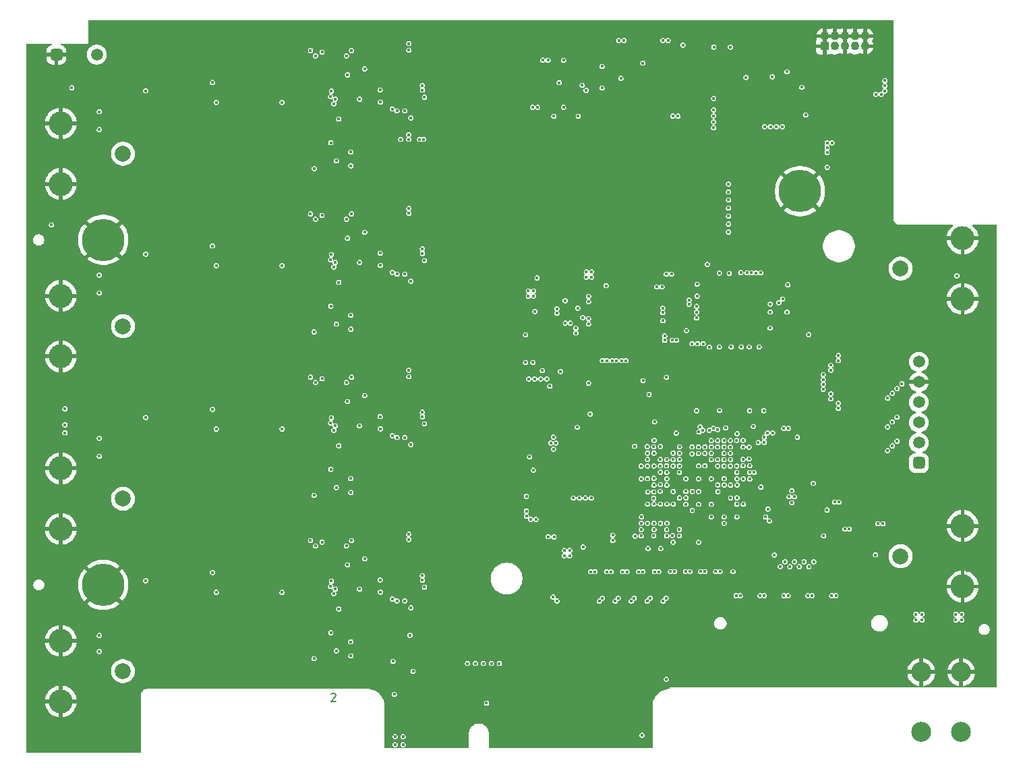
<source format=gbr>
%TF.GenerationSoftware,KiCad,Pcbnew,9.0.3*%
%TF.CreationDate,2025-08-04T19:38:51-04:00*%
%TF.ProjectId,Thunderscope_Rev5.1,5468756e-6465-4727-9363-6f70655f5265,rev?*%
%TF.SameCoordinates,Original*%
%TF.FileFunction,Copper,L5,Inr*%
%TF.FilePolarity,Positive*%
%FSLAX46Y46*%
G04 Gerber Fmt 4.6, Leading zero omitted, Abs format (unit mm)*
G04 Created by KiCad (PCBNEW 9.0.3) date 2025-08-04 19:38:51*
%MOMM*%
%LPD*%
G01*
G04 APERTURE LIST*
G04 Aperture macros list*
%AMRoundRect*
0 Rectangle with rounded corners*
0 $1 Rounding radius*
0 $2 $3 $4 $5 $6 $7 $8 $9 X,Y pos of 4 corners*
0 Add a 4 corners polygon primitive as box body*
4,1,4,$2,$3,$4,$5,$6,$7,$8,$9,$2,$3,0*
0 Add four circle primitives for the rounded corners*
1,1,$1+$1,$2,$3*
1,1,$1+$1,$4,$5*
1,1,$1+$1,$6,$7*
1,1,$1+$1,$8,$9*
0 Add four rect primitives between the rounded corners*
20,1,$1+$1,$2,$3,$4,$5,0*
20,1,$1+$1,$4,$5,$6,$7,0*
20,1,$1+$1,$6,$7,$8,$9,0*
20,1,$1+$1,$8,$9,$2,$3,0*%
G04 Aperture macros list end*
%ADD10C,0.200000*%
%TA.AperFunction,NonConductor*%
%ADD11C,0.200000*%
%TD*%
%TA.AperFunction,ComponentPad*%
%ADD12C,2.000000*%
%TD*%
%TA.AperFunction,ComponentPad*%
%ADD13C,3.000000*%
%TD*%
%TA.AperFunction,ComponentPad*%
%ADD14R,1.090000X1.090000*%
%TD*%
%TA.AperFunction,ComponentPad*%
%ADD15C,1.090000*%
%TD*%
%TA.AperFunction,ComponentPad*%
%ADD16C,2.500000*%
%TD*%
%TA.AperFunction,ComponentPad*%
%ADD17RoundRect,0.375000X-0.375000X-0.375000X0.375000X-0.375000X0.375000X0.375000X-0.375000X0.375000X0*%
%TD*%
%TA.AperFunction,ComponentPad*%
%ADD18C,1.500000*%
%TD*%
%TA.AperFunction,ComponentPad*%
%ADD19C,5.300000*%
%TD*%
%TA.AperFunction,ComponentPad*%
%ADD20RoundRect,0.375000X0.375000X-0.375000X0.375000X0.375000X-0.375000X0.375000X-0.375000X-0.375000X0*%
%TD*%
%TA.AperFunction,ViaPad*%
%ADD21C,0.406400*%
%TD*%
G04 APERTURE END LIST*
D10*
D11*
X125623149Y-142416057D02*
X125670768Y-142368438D01*
X125670768Y-142368438D02*
X125766006Y-142320819D01*
X125766006Y-142320819D02*
X126004101Y-142320819D01*
X126004101Y-142320819D02*
X126099339Y-142368438D01*
X126099339Y-142368438D02*
X126146958Y-142416057D01*
X126146958Y-142416057D02*
X126194577Y-142511295D01*
X126194577Y-142511295D02*
X126194577Y-142606533D01*
X126194577Y-142606533D02*
X126146958Y-142749390D01*
X126146958Y-142749390D02*
X125575530Y-143320819D01*
X125575530Y-143320819D02*
X126194577Y-143320819D01*
D12*
%TO.N,/CH3/BNC_IN*%
%TO.C,J1002_3*%
X99476095Y-117878600D03*
D13*
%TO.N,GND*%
X91676095Y-121678600D03*
X91676095Y-114078600D03*
%TD*%
D12*
%TO.N,/CH2/BNC_IN*%
%TO.C,J1002_2*%
X99476095Y-96228600D03*
D13*
%TO.N,GND*%
X91676095Y-100028600D03*
X91676095Y-92428600D03*
%TD*%
D12*
%TO.N,/CH4/BNC_IN*%
%TO.C,J1002_4*%
X99476095Y-139528600D03*
D13*
%TO.N,GND*%
X91676095Y-143328600D03*
X91676095Y-135728600D03*
%TD*%
D14*
%TO.N,GND*%
%TO.C,J3*%
X187561095Y-61088600D03*
D15*
X187561095Y-59818600D03*
%TO.N,/TS-PCIe Components/REFINOUT2*%
X188831095Y-61088600D03*
%TO.N,GND*%
X188831095Y-59818600D03*
X190101095Y-61088600D03*
X190101095Y-59818600D03*
%TO.N,/TS-PCIe Components/SYNC2*%
X191371095Y-61088600D03*
%TO.N,GND*%
X191371095Y-59818600D03*
X192641095Y-61088600D03*
X192641095Y-59818600D03*
%TD*%
D12*
%TO.N,/TS-USB4 Components/SYNC1*%
%TO.C,J2*%
X197101095Y-125103600D03*
D13*
%TO.N,GND*%
X204901095Y-121303600D03*
X204901095Y-128903600D03*
%TD*%
D12*
%TO.N,/CH1/BNC_IN*%
%TO.C,J1002_1*%
X99476095Y-74578600D03*
D13*
%TO.N,GND*%
X91676095Y-78378600D03*
X91676095Y-70778600D03*
%TD*%
D16*
%TO.N,GND*%
%TO.C,J11*%
X199701095Y-147153600D03*
X204701095Y-147153600D03*
X199701095Y-139653600D03*
X204701095Y-139653600D03*
%TD*%
D12*
%TO.N,/TS-USB4 Components/REFINOUT1*%
%TO.C,J1*%
X197101095Y-89003600D03*
D13*
%TO.N,GND*%
X204901095Y-85203600D03*
X204901095Y-92803600D03*
%TD*%
D17*
%TO.N,GND*%
%TO.C,J4*%
X91111095Y-62153600D03*
D18*
%TO.N,Net-(J4-Pad2)*%
X96191095Y-62153600D03*
%TD*%
D19*
%TO.N,GND*%
%TO.C,SO2*%
X97001095Y-85403600D03*
%TD*%
D20*
%TO.N,/FPGA/TMS*%
%TO.C,J5*%
X199401095Y-113403600D03*
D18*
%TO.N,/FPGA/TDI*%
X199401095Y-110863600D03*
%TO.N,/FPGA/TDO*%
X199401095Y-108323600D03*
%TO.N,/FPGA/TCK*%
X199401095Y-105783600D03*
%TO.N,GND*%
X199401095Y-103243600D03*
%TO.N,+3V3*%
X199401095Y-100703600D03*
%TD*%
D19*
%TO.N,GND*%
%TO.C,SO1*%
X184476095Y-79278600D03*
%TD*%
%TO.N,GND*%
%TO.C,SO3*%
X97001095Y-128703600D03*
%TD*%
D21*
%TO.N,/ADC/+1V8A*%
X157926095Y-92478600D03*
X167701095Y-89678600D03*
X167251095Y-94528600D03*
X157936658Y-93138081D03*
X168351095Y-89678600D03*
%TO.N,/ADC/+1V8D*%
X167255863Y-95544072D03*
X157926095Y-95283610D03*
X157936658Y-95943091D03*
%TO.N,/VCM*%
X137336695Y-108487379D03*
X137336695Y-128987379D03*
X137336695Y-87987379D03*
X137336695Y-67487379D03*
X160126095Y-91153600D03*
%TO.N,/FPGA/MGT_TX0_N*%
X166745943Y-127047870D03*
%TO.N,/FPGA/MGT_TX0_P*%
X166212543Y-127047870D03*
%TO.N,/FPGA/MGT_TX1_N*%
X164745943Y-127047870D03*
%TO.N,/FPGA/MGT_TX1_P*%
X164212543Y-127047870D03*
%TO.N,/FPGA/MGT_TX2_N*%
X162745943Y-127047870D03*
%TO.N,/FPGA/MGT_TX2_P*%
X162212543Y-127047870D03*
%TO.N,/FPGA/MGT_TX3_N*%
X160745943Y-127047870D03*
%TO.N,/FPGA/MGT_TX3_P*%
X160212543Y-127047870D03*
%TO.N,/Clock Generator/ADC_CLK_R_P*%
X170551844Y-92935280D03*
%TO.N,/Clock Generator/ADC_CLK_R_N*%
X170551844Y-93471900D03*
%TO.N,/ACQ and FE Voltage Regs/+5V_R_PGA*%
X134351095Y-72778600D03*
%TO.N,Net-(U18H-VCCADC_0)*%
X170154535Y-116963600D03*
%TO.N,Net-(U20-FB)*%
X180176095Y-120178600D03*
%TO.N,/CH4/OPA_OUT*%
X126576095Y-131728600D03*
X126276095Y-136978600D03*
%TO.N,/TRIM_1*%
X154796106Y-68753600D03*
X131801095Y-68103600D03*
%TO.N,/TRIM_2*%
X131801095Y-88603600D03*
X151546106Y-68753600D03*
%TO.N,/TRIM_3*%
X150896106Y-68753600D03*
X131801095Y-109103600D03*
%TO.N,/TRIM_4*%
X131801095Y-129603600D03*
X154796106Y-62853600D03*
%TO.N,/CH4/PGA_BIAS*%
X131776095Y-128078600D03*
%TO.N,+2V5*%
X150426095Y-102853600D03*
X151926095Y-102853600D03*
X167731339Y-113753600D03*
X164541095Y-113783600D03*
X168951095Y-109653600D03*
X166169426Y-110553600D03*
X152676095Y-102853600D03*
X166131095Y-117028600D03*
X151176095Y-102853600D03*
X169351095Y-112953600D03*
X163721095Y-111303600D03*
%TO.N,Net-(D1000_1-K)*%
X102333605Y-66677470D03*
%TO.N,/CH4/OUT_R_N*%
X137076095Y-128098600D03*
%TO.N,/CH4/OUT_R_P*%
X137055645Y-127525600D03*
%TO.N,/FPGA/TCK*%
X167771095Y-118547769D03*
%TO.N,/FPGA/TDI*%
X175771095Y-117798800D03*
%TO.N,/FPGA/TMS*%
X176541095Y-118573600D03*
%TO.N,/FPGA/TDO*%
X176571095Y-117773600D03*
%TO.N,AGND*%
X171751095Y-116978600D03*
X170951095Y-116978600D03*
%TO.N,+3V3*%
X172534779Y-111384431D03*
X181051095Y-109617350D03*
X178076095Y-112903600D03*
X157942015Y-103373600D03*
X166931095Y-116943600D03*
X174931095Y-113773600D03*
X194901095Y-121028600D03*
X187451095Y-122528600D03*
X164771095Y-103063600D03*
X180001095Y-110817350D03*
X171501095Y-106828600D03*
X174961095Y-115363600D03*
X194251095Y-121028600D03*
X180401094Y-109617350D03*
X175761095Y-116173600D03*
X174934779Y-110584431D03*
X176591095Y-109733600D03*
X167745388Y-115377893D03*
X178151095Y-106828600D03*
X166226095Y-108228600D03*
X177356802Y-118577893D03*
X174376095Y-106803600D03*
X180001095Y-110167350D03*
X182451095Y-109053600D03*
X183026095Y-109053600D03*
%TO.N,+1V8*%
X166957395Y-116103600D03*
X150126095Y-120078600D03*
X150676095Y-120478600D03*
X172551095Y-113753600D03*
X155551095Y-124378600D03*
X155551095Y-125028600D03*
X169334779Y-114584431D03*
X151326095Y-120478600D03*
X154901095Y-124378600D03*
X154901095Y-125028600D03*
X171751095Y-113753600D03*
X174141095Y-113763600D03*
X150126095Y-119428600D03*
%TO.N,+1V2_MGT*%
X156031076Y-117788599D03*
X158281076Y-117788599D03*
X160976095Y-123128600D03*
X156781076Y-117788599D03*
X165401095Y-124133600D03*
X163769426Y-122582416D03*
X167001095Y-124133601D03*
X157531076Y-117788599D03*
X168481095Y-122513600D03*
X168567411Y-123347769D03*
X160976095Y-122453600D03*
%TO.N,+1V0*%
X182001095Y-126403600D03*
X183201095Y-126403600D03*
X170951095Y-119353600D03*
X171751095Y-118578600D03*
X170151094Y-118578600D03*
X185601095Y-126403600D03*
X183801095Y-125803600D03*
X185001095Y-125803600D03*
X171751095Y-115378600D03*
X173351095Y-120163600D03*
X173351095Y-115378599D03*
X167751095Y-116175160D03*
X182601095Y-125803600D03*
X170151095Y-115378600D03*
X174161095Y-116143600D03*
X169351095Y-117778601D03*
X174171095Y-116993600D03*
X174951093Y-120163600D03*
X184401095Y-126403600D03*
X174951094Y-120963600D03*
X186201095Y-125803600D03*
X168571095Y-118553600D03*
X176551094Y-120163600D03*
X173351095Y-118578600D03*
X170160155Y-117767526D03*
X168551095Y-116978600D03*
%TO.N,+1V0_MGT*%
X166151095Y-120953600D03*
X166967411Y-120963600D03*
X167767411Y-120953600D03*
X165351095Y-120963600D03*
%TO.N,-5V*%
X126151095Y-108728600D03*
X127676095Y-64678600D03*
X123476095Y-137953600D03*
X173631093Y-71333619D03*
X125551095Y-87903600D03*
X125551095Y-67403600D03*
X126151095Y-129228600D03*
X123476095Y-96953600D03*
X125951095Y-109303600D03*
X127676095Y-126178600D03*
X126151095Y-67728600D03*
X123501095Y-76453600D03*
X127676095Y-105678600D03*
X126151095Y-88228600D03*
X173631093Y-69083619D03*
X125551095Y-128903600D03*
X123476095Y-117453600D03*
X125951095Y-129803600D03*
X125551095Y-108403600D03*
X125951095Y-68303600D03*
X173631093Y-69833619D03*
X167273617Y-60368598D03*
X125951095Y-88803600D03*
X167923617Y-60368598D03*
X127676095Y-85178600D03*
X173631093Y-70583619D03*
%TO.N,+VBIAS*%
X129826095Y-84428600D03*
X161991072Y-65113621D03*
X129826095Y-104928600D03*
X129826095Y-63928600D03*
X129826095Y-125428600D03*
%TO.N,+3V3_PGA*%
X137226095Y-72778600D03*
X135626095Y-90578600D03*
X159626095Y-66328600D03*
X135626095Y-111078600D03*
X135626095Y-70078600D03*
X135626095Y-131578600D03*
X159626095Y-63628600D03*
X136716105Y-72778600D03*
X93051095Y-66303600D03*
%TO.N,+1V8APLL*%
X179351095Y-98828600D03*
X178384472Y-89533786D03*
X177101095Y-98828600D03*
X177051095Y-89503600D03*
X174351095Y-89553600D03*
X171501095Y-94453600D03*
X171501095Y-93756043D03*
X174351095Y-98828600D03*
X171501095Y-95203600D03*
X185576095Y-97278600D03*
%TO.N,+5V3*%
X182851095Y-64283600D03*
X195151095Y-65403600D03*
X175741075Y-61193600D03*
%TO.N,-VBIAS*%
X129176095Y-67728600D03*
X129176095Y-88228600D03*
X169783618Y-60938598D03*
X129176095Y-129228600D03*
X129176095Y-108728600D03*
%TO.N,/Front End Trim and Bias/TRIM_SCL*%
X176534779Y-113773600D03*
%TO.N,/Front End Trim and Bias/TRIM_SCL_5V*%
X152846106Y-62853600D03*
X157126095Y-65978600D03*
%TO.N,/Front End Trim and Bias/TRIM_SDA*%
X178171095Y-113743600D03*
%TO.N,/Front End Trim and Bias/TRIM_SDA_5V*%
X152196106Y-62853600D03*
X157626095Y-66628600D03*
%TO.N,Net-(D1000_2-K)*%
X102333605Y-87177470D03*
%TO.N,Net-(D1000_3-K)*%
X102333605Y-107677470D03*
%TO.N,Net-(D1000_4-K)*%
X102333605Y-128177470D03*
%TO.N,/ADC/ADC_CSn*%
X155001095Y-93028600D03*
X177334779Y-110563600D03*
%TO.N,/ADC/ADC_RSTn*%
X156576095Y-93953600D03*
%TO.N,/ADC/ADC_PD*%
X157201095Y-95153600D03*
%TO.N,/FPGA/MGT_RX0_N*%
X174437048Y-127032880D03*
X167741095Y-122553600D03*
%TO.N,/FPGA/MGT_RX0_P*%
X167738595Y-121753600D03*
X173903648Y-127032880D03*
%TO.N,/FPGA/MGT_RX1_N*%
X164528595Y-122553600D03*
X172537048Y-127032880D03*
%TO.N,/FPGA/MGT_RX1_P*%
X172003648Y-127032880D03*
X164538595Y-121753600D03*
%TO.N,/FPGA/MGT_RX2_N*%
X170645943Y-127032880D03*
X166121095Y-122546100D03*
%TO.N,/FPGA/MGT_RX2_P*%
X170112543Y-127032880D03*
X166138595Y-121753600D03*
%TO.N,/FPGA/MGT_RX3_N*%
X168745943Y-127032880D03*
X169338595Y-122536100D03*
%TO.N,/FPGA/MGT_RX3_P*%
X169338595Y-121743600D03*
X168212543Y-127032880D03*
%TO.N,Net-(U7-RSTN)*%
X179551095Y-89528600D03*
%TO.N,/Clock Generator/PLL_RSTn*%
X196676095Y-110653600D03*
X174934779Y-112984431D03*
%TO.N,/FPGA/FPGA IO Banks/PLL_SCL*%
X181826095Y-93278600D03*
X195476095Y-111853600D03*
X176541295Y-114577600D03*
%TO.N,/FPGA/FPGA IO Banks/PLL_SDA*%
X182301095Y-92828600D03*
X176561095Y-115373600D03*
X196076095Y-111253600D03*
%TO.N,+1V8_ACQ*%
X171626095Y-98428600D03*
X172326095Y-98428600D03*
X156336084Y-97078600D03*
X156336084Y-96478600D03*
X155031076Y-95838599D03*
X155631076Y-95838599D03*
X170926095Y-98428600D03*
%TO.N,/Clock Generator/AC0*%
X180751095Y-93453600D03*
%TO.N,/Clock Generator/TEST*%
X180751095Y-94453600D03*
%TO.N,Net-(U18D-INIT_B_0)*%
X176599138Y-116165557D03*
%TO.N,Net-(U18D-PROGRAM_B_0)*%
X174967395Y-116156004D03*
%TO.N,/TERM_1*%
X175501095Y-80378600D03*
X173334779Y-112984431D03*
%TO.N,/TERM_2*%
X175501095Y-84403600D03*
X171731095Y-112201200D03*
%TO.N,/TERM_3*%
X171789883Y-109509900D03*
%TO.N,/TERM_4*%
X178719557Y-114578838D03*
%TO.N,/ATTEN_1*%
X175501095Y-79378600D03*
X174134779Y-110584431D03*
%TO.N,/ATTEN_2*%
X175501095Y-82403600D03*
X173334779Y-111384431D03*
%TO.N,/ATTEN_3*%
X172273578Y-109285050D03*
%TO.N,/ATTEN_4*%
X178171095Y-115413600D03*
%TO.N,/PGA_CSn_1*%
X133301095Y-68963600D03*
X174934779Y-111384431D03*
X195476095Y-105253600D03*
%TO.N,/PGA_CSn_2*%
X133301095Y-89463600D03*
X173334779Y-110584431D03*
X175501095Y-81403600D03*
%TO.N,/PGA_CSn_3*%
X175734779Y-110584431D03*
X133301095Y-109963600D03*
%TO.N,/PGA_CSn_4*%
X177371095Y-115383600D03*
X133301095Y-130463600D03*
%TO.N,/CH4/BUF_R_BIAS*%
X125649385Y-128226890D03*
%TO.N,/DC_CPL_1*%
X175501095Y-78378600D03*
X125576095Y-73203600D03*
X174134779Y-111384431D03*
%TO.N,/DC_CPL_2*%
X173334779Y-112184431D03*
X125576095Y-93703600D03*
X175501095Y-83403600D03*
%TO.N,/DC_CPL_3*%
X174144695Y-109200212D03*
X125576095Y-114203600D03*
%TO.N,/DC_CPL_4*%
X125576095Y-134703600D03*
X178151183Y-114585200D03*
%TO.N,/ADC/ADC_SDATA*%
X153951095Y-94053600D03*
X175734779Y-111384431D03*
%TO.N,/ADC/ADC_SCLK*%
X177331095Y-111383600D03*
X153951095Y-94608403D03*
%TO.N,GND*%
X150266100Y-110153599D03*
X206126095Y-90903600D03*
X133626095Y-133878600D03*
X140126095Y-120903600D03*
X166951095Y-117763600D03*
X171301095Y-130353600D03*
X113081095Y-75266100D03*
X106961095Y-131603600D03*
X192126095Y-86903600D03*
X170126095Y-68903600D03*
X195391095Y-122873600D03*
X156726095Y-141753600D03*
X166932764Y-121753600D03*
X126715705Y-140403600D03*
X152556076Y-123343599D03*
X188126095Y-80903600D03*
X99751096Y-79553600D03*
X162911073Y-66428600D03*
X122031095Y-122103590D03*
X101451095Y-69753590D03*
X144126095Y-76903600D03*
X89751095Y-83253600D03*
X148326095Y-88903600D03*
X144926095Y-121903600D03*
X164401070Y-60943600D03*
X205126095Y-89903600D03*
X185976095Y-137728600D03*
X146126095Y-116903600D03*
X108886115Y-128471700D03*
X192126095Y-90903600D03*
X90251095Y-105553600D03*
X130615705Y-118403600D03*
X96751095Y-124053600D03*
X155751074Y-60053600D03*
X131126095Y-134353600D03*
X108876105Y-95438610D03*
X108091095Y-135328600D03*
X170151095Y-114553600D03*
X179126095Y-75903600D03*
X134376095Y-120653600D03*
X139501095Y-67253600D03*
X145126095Y-117903600D03*
X144326095Y-88903600D03*
X89751095Y-133053600D03*
X158126095Y-68728600D03*
X106751050Y-59053600D03*
X158626095Y-65403600D03*
X207126095Y-115903600D03*
X193026095Y-87803600D03*
X163126095Y-71903600D03*
X117326105Y-110553590D03*
X91751096Y-85853620D03*
X92751096Y-94553600D03*
X123511105Y-116518600D03*
X116801095Y-103033600D03*
X159426095Y-85903600D03*
X156126095Y-84903600D03*
X146751070Y-59053600D03*
X177201095Y-106828600D03*
X138126095Y-133353600D03*
X152076095Y-114203600D03*
X174134779Y-112184431D03*
X104376105Y-136428600D03*
X194376095Y-70903600D03*
X98751096Y-98553600D03*
X108091095Y-73828600D03*
X102749095Y-104603600D03*
X131801095Y-124728600D03*
X99751096Y-143053600D03*
X165248619Y-60943598D03*
X153076095Y-138503600D03*
X141126095Y-99903600D03*
X200413413Y-124229630D03*
X142126095Y-141353600D03*
X92401095Y-64753600D03*
X108781095Y-81103590D03*
X89501095Y-115053600D03*
X92751095Y-126053600D03*
X208751095Y-126803600D03*
X147326095Y-121903600D03*
X180552598Y-130051806D03*
X91751095Y-75753600D03*
X137051095Y-104753600D03*
X134376095Y-86828600D03*
X202501095Y-103503600D03*
X158526095Y-142053600D03*
X166921095Y-122549707D03*
X186126095Y-72903600D03*
X122001095Y-131028600D03*
X148126095Y-78903600D03*
X142126095Y-72903600D03*
X150776095Y-129903600D03*
X194026095Y-117528600D03*
X125001095Y-63828590D03*
X202126095Y-86903600D03*
X126713695Y-101598380D03*
X133376095Y-111653600D03*
X90512500Y-87292196D03*
X184426095Y-94253600D03*
X100401095Y-136703600D03*
X139151096Y-135978600D03*
X97751046Y-58053600D03*
X168863629Y-60938598D03*
X106961095Y-87603600D03*
X146126095Y-133353600D03*
X153291095Y-107353600D03*
X94751095Y-120053600D03*
X104051095Y-140403600D03*
X99751095Y-103053600D03*
X112921095Y-83953600D03*
X92751095Y-140053600D03*
X123283705Y-99398390D03*
X196126095Y-84903600D03*
X120141005Y-126853600D03*
X139151096Y-135328600D03*
X120783695Y-78898390D03*
X166473619Y-60368598D03*
X182476095Y-106828600D03*
X115621095Y-91163600D03*
X111581085Y-77466100D03*
X133286485Y-71803600D03*
X159344387Y-100127183D03*
X123511105Y-96018600D03*
X147026095Y-73903600D03*
X169126095Y-79903600D03*
X159926095Y-84903600D03*
X166126095Y-66903600D03*
X173101095Y-137753600D03*
X99751095Y-99403600D03*
X89751095Y-89553600D03*
X171376095Y-127032880D03*
X140126095Y-64903600D03*
X116871095Y-85253600D03*
X130611095Y-90253590D03*
X145326095Y-83903600D03*
X179126095Y-77903600D03*
X160926095Y-85880615D03*
X145126095Y-65903600D03*
X188126095Y-88903600D03*
X89751095Y-125053600D03*
X182126095Y-74903600D03*
X108901095Y-82348602D03*
X173267200Y-127032880D03*
X135651095Y-148753600D03*
X163767411Y-118547769D03*
X208751095Y-140803600D03*
X151026095Y-77903600D03*
X120781095Y-122103590D03*
X207126095Y-87903600D03*
X102826105Y-77378600D03*
X133376095Y-117653600D03*
X92751096Y-96553600D03*
X120141005Y-84603600D03*
X137576095Y-99453600D03*
X153501095Y-62853600D03*
X190126095Y-82903600D03*
X117581125Y-77466100D03*
X163169145Y-95228600D03*
X157176095Y-130103600D03*
X117501095Y-93353600D03*
X109726095Y-103103382D03*
X91751095Y-87553600D03*
X124026095Y-127878610D03*
X178126095Y-68903600D03*
X161126095Y-69903600D03*
X96751096Y-96553600D03*
X123281105Y-101603590D03*
X121426095Y-82803600D03*
X129313695Y-81098380D03*
X99751095Y-121053600D03*
X106401095Y-103098380D03*
X133286485Y-74303600D03*
X160726095Y-137753600D03*
X187909592Y-130051806D03*
X199148682Y-117503600D03*
X89501095Y-69803600D03*
X119071095Y-105753600D03*
X117283705Y-78898390D03*
X191126095Y-87903600D03*
X153331076Y-120578599D03*
X173101095Y-139003600D03*
X144326095Y-124903600D03*
X129101105Y-102628590D03*
X206826095Y-97353600D03*
X131726095Y-75103600D03*
X142326095Y-126903600D03*
X200126095Y-90903600D03*
X115416105Y-128733600D03*
X113081095Y-134541100D03*
X188126095Y-94903600D03*
X99751095Y-123053600D03*
X126715705Y-78903600D03*
X140126095Y-114903600D03*
X106961095Y-110103600D03*
X182126095Y-88903600D03*
X91751095Y-95553600D03*
X170176095Y-120963600D03*
X116031095Y-60603590D03*
X102736145Y-85628600D03*
X193476095Y-120278600D03*
X114581105Y-116266100D03*
X104376105Y-70503600D03*
X172126095Y-82903600D03*
X150126095Y-126903600D03*
X133376095Y-97353600D03*
X96751096Y-76553600D03*
X100751098Y-144053600D03*
X172551096Y-118578600D03*
X164401070Y-61593600D03*
X124151095Y-114553600D03*
X159226095Y-136753600D03*
X106961095Y-70103600D03*
X119071095Y-104543600D03*
X206413413Y-132229630D03*
X131726095Y-76603600D03*
X185751089Y-60053600D03*
X107401095Y-62483600D03*
X199413413Y-129429630D03*
X151126095Y-132353600D03*
X124151095Y-74253600D03*
X106651105Y-94303600D03*
X112621095Y-62043600D03*
X180091095Y-100828600D03*
X148126095Y-98903600D03*
X104376105Y-134203600D03*
X170951095Y-118553600D03*
X115216095Y-61458610D03*
X170126095Y-66903600D03*
X105876115Y-134203600D03*
X125001095Y-84328590D03*
X192276095Y-133628600D03*
X153006076Y-99003599D03*
X174151095Y-115378600D03*
X154126095Y-78903600D03*
X165126095Y-73903600D03*
X192026095Y-82903600D03*
X177358597Y-120176100D03*
X107521095Y-66253600D03*
X98751095Y-114053600D03*
X136551095Y-90604200D03*
X121426095Y-62303600D03*
X105876115Y-113703600D03*
X164126095Y-72903600D03*
X119106095Y-112091100D03*
X191051095Y-106328600D03*
X201413413Y-123229630D03*
X174138595Y-117766100D03*
X147126095Y-67903600D03*
X98751096Y-76553600D03*
X105101095Y-139477480D03*
X171126095Y-79903600D03*
X208751095Y-86803600D03*
X104376105Y-91003600D03*
X184126095Y-82903600D03*
X188126095Y-82903600D03*
X109751052Y-58053600D03*
X105876115Y-91003600D03*
X109116025Y-126578600D03*
X113891095Y-126213600D03*
X134376095Y-116653600D03*
X194126095Y-98903600D03*
X149126095Y-89903600D03*
X96751095Y-136053600D03*
X132376095Y-114653600D03*
X91751095Y-140653600D03*
X194751094Y-61053600D03*
X136751065Y-59053600D03*
X120783695Y-140398390D03*
X107401095Y-82983600D03*
X120141085Y-76291100D03*
X151026095Y-145653600D03*
X148126095Y-106903600D03*
X179126095Y-71903600D03*
X152126095Y-72903600D03*
X110176095Y-63603600D03*
X120651095Y-95378600D03*
X168676095Y-136553600D03*
X191751093Y-58053600D03*
X88751095Y-98553600D03*
X128013695Y-101598380D03*
X88751095Y-96553600D03*
X143026095Y-87903600D03*
X180126095Y-86903600D03*
X146326095Y-122903600D03*
X117971095Y-104543600D03*
X147126095Y-63903600D03*
X161326095Y-83903600D03*
X156751075Y-59053600D03*
X106651105Y-92078600D03*
X91751095Y-67753600D03*
X164326095Y-82903600D03*
X110033695Y-119898390D03*
X147026095Y-83903600D03*
X137701095Y-137428600D03*
X120651095Y-74878600D03*
X145126095Y-79903600D03*
X124151095Y-94753600D03*
X94751096Y-82553600D03*
X94751095Y-116053600D03*
X116081115Y-138966100D03*
X126726095Y-123328600D03*
X155576095Y-138503600D03*
X141126095Y-97903600D03*
X207626095Y-139803600D03*
X106961095Y-129603600D03*
X133926095Y-143553600D03*
X131726095Y-111653600D03*
X187126095Y-73903600D03*
X97751096Y-91553600D03*
X87751095Y-81753600D03*
X208753000Y-133303600D03*
X114783695Y-99398390D03*
X171126095Y-73903600D03*
X149026095Y-85903600D03*
X147126095Y-130103600D03*
X188126095Y-78903600D03*
X98751045Y-61053601D03*
X98751095Y-110053600D03*
X130611095Y-132503600D03*
X100023887Y-69853600D03*
X191926095Y-76903600D03*
X175761095Y-102028600D03*
X95751099Y-149053600D03*
X94751095Y-138053600D03*
X120141005Y-103853600D03*
X92751095Y-138053600D03*
X201413413Y-131229630D03*
X109201095Y-84103600D03*
X94751096Y-70553600D03*
X146026095Y-72903600D03*
X130611095Y-71003600D03*
X105151095Y-114803600D03*
X133376095Y-65328600D03*
X170126095Y-70903600D03*
X185126095Y-60903600D03*
X152326095Y-76903600D03*
X120141005Y-123103600D03*
X127551095Y-65928600D03*
X149126095Y-71903600D03*
X142126095Y-96903600D03*
X200551095Y-109603600D03*
X170126095Y-64903600D03*
X145751070Y-58053600D03*
X133751064Y-58053600D03*
X148126095Y-108903600D03*
X102736145Y-106128600D03*
X139401095Y-68453600D03*
X135815705Y-140403600D03*
X165361095Y-121763600D03*
X123501095Y-75528600D03*
X162976095Y-107398600D03*
X98251095Y-64253600D03*
X132926095Y-134553600D03*
X114606095Y-62068610D03*
X91751095Y-119053600D03*
X91751095Y-83553600D03*
X160576095Y-104728600D03*
X184826095Y-89603600D03*
X119106095Y-91591100D03*
X130615705Y-119903600D03*
X178126095Y-74903600D03*
X140051095Y-139953600D03*
X155626095Y-65903600D03*
X155126095Y-81903600D03*
X129758245Y-104285730D03*
X154126095Y-72903600D03*
X184431095Y-103228600D03*
X152326095Y-137453600D03*
X193476095Y-123103600D03*
X140901095Y-147753600D03*
X118596065Y-72841100D03*
X197276095Y-102853600D03*
X151126095Y-63903600D03*
X195851095Y-62053600D03*
X192476095Y-134728600D03*
X174921095Y-63178600D03*
X141126095Y-111903600D03*
X104331115Y-85616100D03*
X169126095Y-77903600D03*
X137051095Y-125253600D03*
X151751073Y-58053600D03*
X161126095Y-71903600D03*
X116801095Y-62033600D03*
X156326095Y-133453600D03*
X196076095Y-110653600D03*
X172226095Y-63618600D03*
X163611095Y-62513600D03*
X135376095Y-127828600D03*
X139126095Y-75903600D03*
X201413413Y-127229630D03*
X184751089Y-59053600D03*
X90751095Y-138053600D03*
X87751095Y-129703600D03*
X119466096Y-127286101D03*
X131726095Y-113653600D03*
X160526095Y-135503600D03*
X102749095Y-84103600D03*
X164126095Y-74903600D03*
X177126095Y-73903600D03*
X135376095Y-79853600D03*
X192026095Y-78903600D03*
X104049095Y-62098380D03*
X176126095Y-76903600D03*
X187879295Y-102028924D03*
X91751095Y-65753600D03*
X132126095Y-135353600D03*
X195126095Y-99903600D03*
X89551095Y-61753600D03*
X108901095Y-82988602D03*
X101451095Y-149053600D03*
X119071095Y-84043600D03*
X89501095Y-77753600D03*
X194376095Y-82903600D03*
X117516094Y-65781099D03*
X101475276Y-147048212D03*
X88751095Y-94553600D03*
X152126095Y-84903600D03*
X207126095Y-107903600D03*
X147326095Y-81903600D03*
X182526095Y-134803600D03*
X155326095Y-134453600D03*
X144126095Y-102903600D03*
X112921095Y-104453600D03*
X189126095Y-95903600D03*
X189126095Y-89903600D03*
X187976095Y-135728600D03*
X189026095Y-91803600D03*
X134376095Y-98353600D03*
X115986125Y-134028610D03*
X201126095Y-91903600D03*
X90751095Y-88553600D03*
X187126095Y-65903600D03*
X90751095Y-140053600D03*
X182751088Y-59053600D03*
X148126095Y-68903600D03*
X194376095Y-80903600D03*
X183526095Y-133803600D03*
X154751074Y-59053600D03*
X146126095Y-108903600D03*
X90751095Y-145653600D03*
X191276095Y-116428600D03*
X161776095Y-106013600D03*
X198526095Y-124103600D03*
X105951085Y-77977480D03*
X172541095Y-123373601D03*
X163126095Y-73903600D03*
X167476095Y-127047870D03*
X110176095Y-84103600D03*
X131776095Y-87853600D03*
X192026095Y-88803600D03*
X93751095Y-144653600D03*
X160555777Y-100127183D03*
X130615705Y-135753600D03*
X107521095Y-85591100D03*
X115081095Y-107073600D03*
X174941095Y-123353600D03*
X163226095Y-77903600D03*
X98751095Y-106053600D03*
X111581085Y-118466100D03*
X88751095Y-104553600D03*
X104051095Y-78903600D03*
X196076095Y-114203600D03*
X208751095Y-128803600D03*
X135376095Y-65328600D03*
X111581085Y-136766100D03*
X105349095Y-82598380D03*
X132376095Y-112653600D03*
X187226095Y-129153600D03*
X101451095Y-138903600D03*
X120783695Y-99398390D03*
X175126095Y-75903600D03*
X137576095Y-115453600D03*
X119091095Y-88103600D03*
X185126095Y-83903600D03*
X161626095Y-143378600D03*
X207326095Y-119903600D03*
X130613695Y-122098380D03*
X175901095Y-69903600D03*
X108781095Y-60603590D03*
X162126095Y-70903600D03*
X166483597Y-68638600D03*
X191126095Y-95903600D03*
X153126095Y-81903600D03*
X87751095Y-69753600D03*
X103551095Y-76253600D03*
X167126095Y-77903600D03*
X156026095Y-144503600D03*
X123676095Y-108753600D03*
X111281105Y-101603590D03*
X112621095Y-103043600D03*
X188626095Y-123153600D03*
X116871095Y-104543600D03*
X89751095Y-79553600D03*
X199308587Y-122429630D03*
X104376105Y-74928600D03*
X140901095Y-143353600D03*
X113081095Y-73041100D03*
X172126095Y-66903600D03*
X187126095Y-83903600D03*
X180191100Y-118392349D03*
X106651105Y-73803600D03*
X106201095Y-127753600D03*
X199887515Y-120954234D03*
X120141005Y-106353600D03*
X131801095Y-81828600D03*
X197951095Y-103888600D03*
X165169145Y-93228600D03*
X113741095Y-103733600D03*
X112621095Y-82543600D03*
X87751095Y-67753600D03*
X185826095Y-88603600D03*
X143126095Y-65903600D03*
X108751051Y-59053600D03*
X208751095Y-84803600D03*
X204576095Y-108303600D03*
X102749095Y-60598380D03*
X109201095Y-104603600D03*
X188976095Y-134728600D03*
X106651105Y-133078600D03*
X142751068Y-59053600D03*
X102826105Y-138878600D03*
X203413413Y-123229630D03*
X190026095Y-90803600D03*
X105876115Y-95428600D03*
X208751095Y-104803600D03*
X140126095Y-116903600D03*
X110121095Y-134213600D03*
X141126095Y-79903600D03*
X87751095Y-73753600D03*
X145126095Y-101903600D03*
X111401095Y-82543600D03*
X99751096Y-91553600D03*
X97751096Y-97553600D03*
X106401095Y-123598380D03*
X110121095Y-113713600D03*
X186976095Y-134728600D03*
X155626095Y-67403600D03*
X96751096Y-98553600D03*
X155026095Y-132253600D03*
X158681076Y-119628599D03*
X140301096Y-135978600D03*
X116801095Y-82533600D03*
X207126095Y-89903600D03*
X162169145Y-96228600D03*
X111151095Y-127703600D03*
X141126095Y-95903600D03*
X188626095Y-121903600D03*
X125601095Y-105428590D03*
X175761095Y-105628600D03*
X131726095Y-77903600D03*
X122031095Y-60603590D03*
X109701095Y-132003600D03*
X135376095Y-126828600D03*
X92751095Y-130053600D03*
X184851095Y-97253600D03*
X147126095Y-79903600D03*
X114606095Y-82568610D03*
X137051095Y-63753600D03*
X140126095Y-102903600D03*
X183751088Y-60053600D03*
X191726095Y-118528600D03*
X180091095Y-104428600D03*
X96751095Y-116053600D03*
X90751095Y-124053600D03*
X184126095Y-84903600D03*
X138351095Y-135328600D03*
X130615705Y-97903600D03*
X170163595Y-120166100D03*
X163401071Y-64003600D03*
X139126095Y-95903600D03*
X101451095Y-110753590D03*
X169126095Y-71903600D03*
X177126095Y-72103600D03*
X141751068Y-58053600D03*
X160126095Y-62903600D03*
X150901095Y-123578600D03*
X189126095Y-77903600D03*
X199126095Y-96078600D03*
X96751096Y-100553600D03*
X184126095Y-86903600D03*
X145701095Y-148753600D03*
X192011095Y-130103600D03*
X114581105Y-136766100D03*
X94751095Y-132053600D03*
X128013695Y-122098380D03*
X134376095Y-118653600D03*
X139381665Y-85987320D03*
X142126095Y-74903600D03*
X130615705Y-78903600D03*
X134501095Y-133878600D03*
X162126095Y-74903600D03*
X154026095Y-147053600D03*
X184431095Y-100828600D03*
X155126095Y-75903600D03*
X98751095Y-104053600D03*
X144126095Y-64903600D03*
X175126095Y-72103600D03*
X91751095Y-133053600D03*
X175751084Y-60053600D03*
X111401095Y-103043600D03*
X159476095Y-127047870D03*
X105926085Y-65103600D03*
X141126095Y-63903600D03*
X95701095Y-66953600D03*
X117283705Y-119898390D03*
X189801095Y-65178600D03*
X161726095Y-115503600D03*
X146126095Y-104903600D03*
X176956072Y-66093599D03*
X110031095Y-60603590D03*
X101449095Y-125098380D03*
X139381665Y-84787320D03*
X191976095Y-136728600D03*
X204576095Y-115803600D03*
X134376095Y-108328600D03*
X109551095Y-129603600D03*
X166963971Y-119363600D03*
X168126095Y-80903600D03*
X158681076Y-120953599D03*
X188829295Y-100832599D03*
X133865705Y-141403600D03*
X111151095Y-84103600D03*
X90512500Y-130592196D03*
X135376095Y-128828600D03*
X136401095Y-147753600D03*
X88751095Y-76753600D03*
X142126095Y-112903600D03*
X120781095Y-81103590D03*
X168751081Y-59053600D03*
X117971095Y-63543600D03*
X169751082Y-58053600D03*
X184326095Y-98399601D03*
X137576095Y-101453600D03*
X144126095Y-94903600D03*
X139126095Y-77903600D03*
X197571269Y-119803600D03*
X148026095Y-143003600D03*
X175167200Y-127032880D03*
X148126095Y-94903600D03*
X104049095Y-104603600D03*
X115216095Y-102458610D03*
X129776105Y-62303590D03*
X142126095Y-116903600D03*
X157951095Y-96603600D03*
X109881096Y-108213600D03*
X194851095Y-116428600D03*
X173201095Y-131703600D03*
X163426095Y-87903600D03*
X173751084Y-58053600D03*
X111201095Y-87713600D03*
X194151095Y-112478600D03*
X119176095Y-75253600D03*
X111751053Y-58053600D03*
X102876095Y-95428600D03*
X163836118Y-129837363D03*
X146326095Y-82903600D03*
X148776095Y-131903600D03*
X92751096Y-82553600D03*
X114751054Y-59053600D03*
X135376095Y-115653600D03*
X173908095Y-96403590D03*
X135326095Y-133878600D03*
X196676095Y-103453600D03*
X156176095Y-148453600D03*
X208751095Y-100803600D03*
X101451095Y-89003590D03*
X153126095Y-75903600D03*
X130613695Y-123598380D03*
X170776095Y-94128600D03*
X169524208Y-98003600D03*
X136126095Y-133353600D03*
X122001105Y-71913610D03*
X98601095Y-67753600D03*
X112751053Y-59053600D03*
X144126095Y-72903600D03*
X115416105Y-87733600D03*
X188976095Y-132728600D03*
X90751095Y-80553600D03*
X170226095Y-98428600D03*
X201413413Y-125229630D03*
X187926095Y-90703600D03*
X90751095Y-102553600D03*
X197078508Y-116420227D03*
X142126095Y-64903600D03*
X197701095Y-117503600D03*
X151126095Y-134353600D03*
X150076095Y-141503600D03*
X101449095Y-122098380D03*
X155726095Y-129853600D03*
X145126095Y-131903600D03*
X199413413Y-131229630D03*
X102751095Y-119903600D03*
X175008045Y-93103590D03*
X129776105Y-103303590D03*
X89751095Y-101553600D03*
X92751095Y-124053600D03*
X89751095Y-87553600D03*
X181126095Y-73903600D03*
X177126095Y-83903600D03*
X191476095Y-109528600D03*
X198126095Y-84903600D03*
X163926095Y-80903600D03*
X167676095Y-135403600D03*
X176476095Y-137731100D03*
X194413413Y-132229630D03*
X171126095Y-69903600D03*
X116801095Y-128733600D03*
X102876095Y-93203600D03*
X110176095Y-104603600D03*
X143126095Y-113903600D03*
X135376095Y-86828600D03*
X143126095Y-107903600D03*
X181909592Y-130053600D03*
X119091115Y-131059200D03*
X189126095Y-79903600D03*
X195476095Y-111253600D03*
X139381665Y-64287320D03*
X192751095Y-114203600D03*
X154951095Y-109203600D03*
X128751061Y-59053600D03*
X110601095Y-96803600D03*
X149731095Y-101423600D03*
X187879295Y-103228276D03*
X142126095Y-94903600D03*
X168601095Y-124133601D03*
X112921095Y-63453600D03*
X162051095Y-137053600D03*
X131726095Y-115653600D03*
X180126095Y-134903600D03*
X173401095Y-106828600D03*
X94751095Y-126053600D03*
X139126095Y-111903600D03*
X147126095Y-125703600D03*
X157526095Y-143053600D03*
X122001095Y-90028600D03*
X173126095Y-83903600D03*
X178126095Y-78903600D03*
X141126095Y-129903600D03*
X174126095Y-76903600D03*
X117321095Y-70553600D03*
X96751096Y-74553600D03*
X175231072Y-64418599D03*
X172551095Y-115378600D03*
X188151095Y-62203600D03*
X171431095Y-105628600D03*
X131726095Y-93353600D03*
X105876115Y-136428600D03*
X190976095Y-137728600D03*
X172126095Y-68903600D03*
X143126095Y-77903600D03*
X94751096Y-74553600D03*
X157482391Y-127047870D03*
X196413413Y-130229630D03*
X146126095Y-134353600D03*
X200551095Y-112138600D03*
X180091095Y-105628600D03*
X174991095Y-118553600D03*
X172126095Y-78903600D03*
X165126095Y-75903600D03*
X105951085Y-118977480D03*
X207126095Y-91903600D03*
X141126095Y-121903600D03*
X183751089Y-58053600D03*
X169126095Y-83903600D03*
X129315705Y-140403600D03*
X87751095Y-95553600D03*
X139126095Y-123903600D03*
X102876095Y-134203600D03*
X94751096Y-88553600D03*
X116191095Y-61423600D03*
X129776105Y-123803590D03*
X191476095Y-135728600D03*
X130613695Y-104228600D03*
X107751051Y-58053600D03*
X179490228Y-137731100D03*
X127026095Y-107378600D03*
X97751098Y-145053600D03*
X179126095Y-73903600D03*
X152126095Y-74903600D03*
X87751095Y-149503600D03*
X186552598Y-130053600D03*
X126726095Y-102828600D03*
X149076095Y-142503600D03*
X135876095Y-125203600D03*
X110376095Y-136428600D03*
X168126095Y-84903600D03*
X146026095Y-84903600D03*
X140126095Y-92903600D03*
X158681076Y-122278599D03*
X184901095Y-115092350D03*
X96751095Y-112053600D03*
X104251095Y-139477480D03*
X155681095Y-120953600D03*
X104049095Y-103098380D03*
X109116025Y-106078600D03*
X105349095Y-103098380D03*
X159126095Y-69903600D03*
X164126095Y-76903600D03*
X202126095Y-90903600D03*
X183126095Y-87903600D03*
X197951095Y-101348600D03*
X150026095Y-137253600D03*
X159726095Y-138753600D03*
X169126095Y-85903600D03*
X157126095Y-79903600D03*
X108783695Y-99398390D03*
X176108045Y-94203590D03*
X89501095Y-135053600D03*
X194376095Y-78903600D03*
X137576095Y-95453600D03*
X91751095Y-105553600D03*
X114606095Y-103068610D03*
X151651095Y-148753600D03*
X207176095Y-111853600D03*
X165126095Y-77903600D03*
X135376095Y-87828600D03*
X112011095Y-102433600D03*
X111581085Y-73041100D03*
X137576095Y-117453600D03*
X133376095Y-126828600D03*
X167126095Y-75903600D03*
X195544754Y-121004115D03*
X196701095Y-113124601D03*
X116081115Y-116266100D03*
X184901095Y-115942350D03*
X169476095Y-91753600D03*
X144126095Y-134353600D03*
X108301105Y-131578600D03*
X111581085Y-114041100D03*
X87751095Y-147053600D03*
X137751066Y-58053600D03*
X134376095Y-78853600D03*
X184526095Y-92503600D03*
X104051095Y-119903600D03*
X127551095Y-106928600D03*
X134376095Y-65328600D03*
X144126095Y-145653600D03*
X133326095Y-79853600D03*
X131801095Y-104228600D03*
X158101095Y-106678600D03*
X97751095Y-135053600D03*
X151076095Y-140503600D03*
X154576095Y-139503600D03*
X88751095Y-92553600D03*
X144126095Y-143353600D03*
X182651095Y-68028600D03*
X192126095Y-92903600D03*
X90751095Y-66553600D03*
X158026095Y-147053600D03*
X144751069Y-59053600D03*
X196126095Y-94903600D03*
X199901095Y-116386973D03*
X135376095Y-95353600D03*
X171126095Y-85903600D03*
X124151095Y-115253600D03*
X172226095Y-64268600D03*
X179126095Y-63903600D03*
X163116072Y-131269837D03*
X146126095Y-64903600D03*
X185726095Y-129153600D03*
X116801095Y-67233600D03*
X189651095Y-116428600D03*
X195851095Y-58053600D03*
X148126095Y-110903600D03*
X156076095Y-135503600D03*
X110031095Y-81103590D03*
X156026095Y-143053600D03*
X111151095Y-107203600D03*
X90751095Y-73053600D03*
X160126095Y-76903600D03*
X154101095Y-120953600D03*
X165576095Y-95353600D03*
X160026095Y-147053600D03*
X148126095Y-64903600D03*
X192601095Y-111153600D03*
X133215705Y-140403600D03*
X160626095Y-144378600D03*
X160126095Y-74903600D03*
X178308095Y-94203590D03*
X175126095Y-85903600D03*
X130613695Y-83728600D03*
X92751096Y-68553600D03*
X194126095Y-100903600D03*
X208751095Y-108803600D03*
X137576095Y-119453600D03*
X130611095Y-130003580D03*
X176956072Y-66743599D03*
X171751083Y-58053600D03*
X99751045Y-62053601D03*
X87749134Y-132256334D03*
X89401095Y-143053600D03*
X101449095Y-106098380D03*
X165276095Y-83903600D03*
X105151095Y-135303600D03*
X125001095Y-106028590D03*
X146026095Y-88903600D03*
X116816115Y-109777300D03*
X88751095Y-100553600D03*
X171431095Y-102028600D03*
X153126095Y-73903600D03*
X208751095Y-112803600D03*
X115621095Y-70663600D03*
X119176095Y-138966100D03*
X162751078Y-59053600D03*
X139151095Y-139343600D03*
X98751096Y-90553600D03*
X87751095Y-79753600D03*
X203413413Y-127229630D03*
X204576095Y-103803600D03*
X142326095Y-106903600D03*
X125601095Y-125928590D03*
X89751095Y-111053600D03*
X108901095Y-123988602D03*
X195851095Y-64053600D03*
X97651095Y-67853600D03*
X143326095Y-105903600D03*
X160026095Y-145653600D03*
X150126095Y-62903600D03*
X149026095Y-147053600D03*
X145126095Y-103903600D03*
X108886115Y-66971700D03*
X114581105Y-93541100D03*
X157126095Y-85903600D03*
X104049095Y-122098380D03*
X119176095Y-97966100D03*
X162926095Y-79903600D03*
X112621095Y-123543600D03*
X113891095Y-64713600D03*
X94751095Y-122053600D03*
X157126095Y-75903600D03*
X204576095Y-105303600D03*
X109201095Y-125103600D03*
X150126095Y-72903600D03*
X172821095Y-63063600D03*
X163401071Y-65643600D03*
X161476095Y-127047870D03*
X116871095Y-86463600D03*
X192126095Y-98903600D03*
X162427467Y-123555509D03*
X141126095Y-75903600D03*
X150101095Y-124378600D03*
X89751095Y-73753600D03*
X173126095Y-87903600D03*
X145126095Y-105903600D03*
X139126095Y-103903600D03*
X130615705Y-99403600D03*
X170201095Y-122503600D03*
X102736145Y-65128600D03*
X146126095Y-76903600D03*
X181151095Y-68028600D03*
X151026095Y-144253600D03*
X135401095Y-75103600D03*
X204413413Y-124229630D03*
X105351095Y-119903600D03*
X204301095Y-118253600D03*
X129101105Y-61628590D03*
X88751095Y-112053600D03*
X121443955Y-124785740D03*
X101449095Y-104598380D03*
X171126095Y-81903600D03*
X162026095Y-82903600D03*
X168126095Y-82903600D03*
X101451095Y-145053600D03*
X165276095Y-87903600D03*
X196076095Y-107653600D03*
X165116072Y-131269837D03*
X98751095Y-134053600D03*
X175761095Y-120158599D03*
X105349095Y-62098380D03*
X134376095Y-87828600D03*
X165751098Y-147053600D03*
X187126095Y-67903600D03*
X122031095Y-101603590D03*
X176151095Y-78903600D03*
X93751095Y-63753600D03*
X187976095Y-133728600D03*
X101449095Y-85598380D03*
X88751095Y-80753600D03*
X100401095Y-132053600D03*
X87751095Y-121053600D03*
X140126095Y-98903600D03*
X160576095Y-107398600D03*
X207126095Y-93903600D03*
X125001095Y-125328590D03*
X161426095Y-87903600D03*
X143126095Y-111903600D03*
X99751096Y-77553600D03*
X110301095Y-85573600D03*
X175126095Y-83903600D03*
X156131076Y-100478600D03*
X129176095Y-73003600D03*
X129176095Y-134503600D03*
X184431095Y-104428600D03*
X145126095Y-97903600D03*
X96751095Y-138053600D03*
X92751095Y-128053600D03*
X197413413Y-123229630D03*
X178126095Y-72903600D03*
X101451095Y-130003590D03*
X183191095Y-114042350D03*
X115986125Y-133028610D03*
X90512500Y-126803600D03*
X170951095Y-113753600D03*
X119466095Y-86926101D03*
X148126095Y-114903600D03*
X110576095Y-62103382D03*
X110081075Y-118466100D03*
X99751047Y-58053600D03*
X174751084Y-59053600D03*
X159126095Y-81903600D03*
X200551095Y-114578600D03*
X92751095Y-133553600D03*
X131801095Y-63228600D03*
X169367410Y-120947769D03*
X141126095Y-101903600D03*
X142126095Y-70903600D03*
X111581085Y-138966100D03*
X154951095Y-107603600D03*
X97751095Y-102203600D03*
X113081095Y-93541100D03*
X141126095Y-69903600D03*
X180126095Y-82903600D03*
X131726095Y-95353600D03*
X197126095Y-86009900D03*
X125001095Y-85528590D03*
X97751095Y-115053600D03*
X118651095Y-90841100D03*
X167058597Y-69863600D03*
X128013695Y-81098380D03*
X129758245Y-124785730D03*
X141126095Y-91903600D03*
X175126095Y-79903600D03*
X147326095Y-71903600D03*
X94751096Y-76553600D03*
X140301096Y-135328600D03*
X205089999Y-135303600D03*
X126715705Y-119903600D03*
X149126095Y-67903600D03*
X120141005Y-61603600D03*
X94751095Y-62753600D03*
X154126095Y-82903600D03*
X113036105Y-129153600D03*
X132376095Y-116653600D03*
X100451095Y-98553600D03*
X139126095Y-93903600D03*
X88751095Y-62753600D03*
X164169145Y-94228600D03*
X169126095Y-87903600D03*
X135376095Y-113653600D03*
X133376095Y-87828600D03*
X164926105Y-91153600D03*
X153751073Y-60053600D03*
X164176095Y-148453600D03*
X154226095Y-141753600D03*
X200551095Y-104518600D03*
X205351095Y-118253600D03*
X140536095Y-128643600D03*
X160751077Y-59053600D03*
X101451095Y-99403600D03*
X197126095Y-96078600D03*
X207176095Y-118253600D03*
X94751095Y-110053600D03*
X131726095Y-91353600D03*
X88751095Y-72753600D03*
X139381665Y-105287320D03*
X181901095Y-136528600D03*
X143126095Y-134353600D03*
X152126095Y-82903600D03*
X97751094Y-69853600D03*
X119106095Y-132591100D03*
X150266100Y-110903599D03*
X194413413Y-130229630D03*
X137301095Y-62303600D03*
X110601095Y-137803600D03*
X167476095Y-137753600D03*
X130613695Y-82598380D03*
X202413413Y-138229630D03*
X194126095Y-92903600D03*
X178126095Y-80903600D03*
X142126095Y-110903600D03*
X111401095Y-123543600D03*
X186126095Y-86903600D03*
X194676095Y-119803600D03*
X183126095Y-73903600D03*
X158426095Y-84903600D03*
X95751045Y-58053600D03*
X144126095Y-130903600D03*
X94751096Y-100553600D03*
X101451095Y-112003600D03*
X106961095Y-90603600D03*
X163826070Y-60368600D03*
X140326095Y-88903600D03*
X181126095Y-133903600D03*
X121651095Y-73878600D03*
X90751095Y-94553600D03*
X112701095Y-127993600D03*
X112921095Y-124953600D03*
X199413413Y-123229630D03*
X116871095Y-126253600D03*
X207413413Y-129229630D03*
X162326095Y-84903600D03*
X108876105Y-136438610D03*
X198526095Y-116403600D03*
X206676095Y-116753600D03*
X143326095Y-85903600D03*
X119091095Y-129103600D03*
X89501095Y-121053600D03*
X198323682Y-118653600D03*
X97751096Y-77553600D03*
X129176095Y-114003600D03*
X91751095Y-131053600D03*
X105151095Y-112578600D03*
X162978557Y-100127183D03*
X196751095Y-83713600D03*
X132551092Y-145503600D03*
X171431095Y-104428600D03*
X133376095Y-115653600D03*
X155126095Y-87903600D03*
X111581085Y-134541100D03*
X139126095Y-73903600D03*
X173126095Y-73903600D03*
X146326095Y-70903600D03*
X114606095Y-123568610D03*
X131776095Y-108353600D03*
X202501095Y-105428600D03*
X180126095Y-72903600D03*
X130613695Y-62098380D03*
X161169145Y-93228600D03*
X187126095Y-87903600D03*
X170934779Y-122584431D03*
X184431095Y-105628600D03*
X124076095Y-68728600D03*
X149126095Y-134353600D03*
X131801095Y-82778600D03*
X116033695Y-78898390D03*
X137576095Y-121453600D03*
X132551092Y-144203600D03*
X191126095Y-77903600D03*
X152276095Y-145653600D03*
X183426095Y-68403600D03*
X87751095Y-93553600D03*
X170947655Y-115380025D03*
X164926095Y-81903600D03*
X151326095Y-138453600D03*
X163769425Y-120182416D03*
X184126095Y-74903600D03*
X108926085Y-134203600D03*
X104049095Y-84103600D03*
X115986125Y-92028610D03*
X168501095Y-139034900D03*
X97751096Y-81553600D03*
X158226095Y-137753600D03*
X185751090Y-58053600D03*
X140126095Y-78903600D03*
X114581095Y-124953600D03*
X185376095Y-110209900D03*
X195851095Y-80053600D03*
X174126095Y-72903600D03*
X208751095Y-110803600D03*
X120141005Y-64103600D03*
X120141005Y-85853600D03*
X129315705Y-78903600D03*
X93751095Y-61753600D03*
X97751045Y-62053601D03*
X88751095Y-124053600D03*
X178526095Y-133703600D03*
X140126095Y-74903600D03*
X110301095Y-65073600D03*
X193476095Y-136728600D03*
X89751095Y-119053600D03*
X129315705Y-119903600D03*
X110376095Y-74928600D03*
X158501095Y-135578600D03*
X137576095Y-97453600D03*
X189501095Y-137728600D03*
X189776704Y-122132743D03*
X207413413Y-125229630D03*
X148751071Y-59053600D03*
X139481665Y-65487320D03*
X106961095Y-130603600D03*
X115986125Y-71528610D03*
X95751044Y-60053600D03*
X108301105Y-70078600D03*
X120781095Y-101603590D03*
X189779295Y-100831951D03*
X191186095Y-68743600D03*
X146056095Y-80903600D03*
X162151095Y-148453600D03*
X131726095Y-119653600D03*
X201226095Y-85978600D03*
X146126095Y-114903600D03*
X180191100Y-117642349D03*
X111581085Y-97966100D03*
X133376095Y-99353600D03*
X126201095Y-104828590D03*
X168567411Y-120947769D03*
X125576095Y-131728600D03*
X97751096Y-75553600D03*
X120141005Y-82103600D03*
X145126095Y-111903600D03*
X153586095Y-114453600D03*
X116031095Y-122103590D03*
X151126095Y-79903600D03*
X123281105Y-122103590D03*
X91751095Y-97553600D03*
X194126095Y-84903600D03*
X163769426Y-123382416D03*
X182042598Y-128253600D03*
X196992341Y-120987488D03*
X185042598Y-128253600D03*
X177476095Y-137731100D03*
X91751095Y-117053600D03*
X204576095Y-99303600D03*
X102876095Y-115928600D03*
X119071095Y-125043600D03*
X185976095Y-135728600D03*
X130615705Y-137403600D03*
X159276095Y-131303600D03*
X186126095Y-84903600D03*
X152971044Y-125638549D03*
X96751096Y-94553600D03*
X114581095Y-83953600D03*
X143126095Y-121903600D03*
X111283705Y-119898390D03*
X184976095Y-132603600D03*
X131801095Y-60478600D03*
X90751095Y-132053600D03*
X174126095Y-78903600D03*
X171126095Y-83903600D03*
X199126095Y-86009900D03*
X175231072Y-65018599D03*
X126751060Y-59053600D03*
X153331076Y-121328599D03*
X145326095Y-123903600D03*
X177631097Y-70593581D03*
X144126095Y-120903600D03*
X102826105Y-97878600D03*
X88751095Y-110053600D03*
X189779295Y-105628924D03*
X202413413Y-126229630D03*
X97751095Y-123053600D03*
X159751076Y-60053600D03*
X89751095Y-63753600D03*
X108876105Y-74938610D03*
X198701095Y-127978600D03*
X205978595Y-136203600D03*
X142126095Y-133353600D03*
X194126095Y-90903600D03*
X143126095Y-63903600D03*
X137576094Y-80903600D03*
X153081095Y-106653600D03*
X141126095Y-73903600D03*
X156131076Y-99003599D03*
X174976456Y-117720639D03*
X94751096Y-98553600D03*
X202203761Y-122429630D03*
X139126095Y-115903600D03*
X148326095Y-141453600D03*
X153961095Y-88553600D03*
X99023887Y-70553600D03*
X88751095Y-118053600D03*
X143126095Y-79903600D03*
X143126095Y-71903600D03*
X106961095Y-69103600D03*
X129101105Y-82128590D03*
X142126095Y-108903600D03*
X145026095Y-71903600D03*
X162326095Y-80903600D03*
X150126095Y-70903600D03*
X117821015Y-108616100D03*
X107376125Y-115928600D03*
X152076095Y-112603600D03*
X166313572Y-62523598D03*
X135376095Y-99653600D03*
X191776095Y-122403600D03*
X142126095Y-139353600D03*
X114581095Y-63453600D03*
X152851095Y-66653600D03*
X115356095Y-74141100D03*
X170751095Y-92328600D03*
X119176095Y-77466100D03*
X117581125Y-95766100D03*
X145126095Y-134353600D03*
X126201095Y-126528590D03*
X92751095Y-62753600D03*
X151126095Y-87903600D03*
X99901095Y-83553600D03*
X116801095Y-108233600D03*
X106961095Y-111103600D03*
X163201095Y-135278600D03*
X166483597Y-69288600D03*
X172126095Y-80903600D03*
X107401095Y-123343600D03*
X165751098Y-143053600D03*
X177542598Y-130053600D03*
X89751095Y-145053600D03*
X188829295Y-102031951D03*
X122101095Y-102628600D03*
X144126095Y-108903600D03*
X143126095Y-75903600D03*
X149326095Y-140453600D03*
X105926085Y-126603600D03*
X102876095Y-91003600D03*
X96751095Y-122053600D03*
X99751095Y-131053600D03*
X181451095Y-113628600D03*
X186542598Y-128253600D03*
X124151095Y-94053600D03*
X208751095Y-92803600D03*
X111151095Y-104603600D03*
X123281105Y-60603590D03*
X124151095Y-73553600D03*
X89751095Y-137053600D03*
X98751095Y-124053600D03*
X198439928Y-120970861D03*
X94751096Y-90553600D03*
X189126095Y-93903600D03*
X115986125Y-72528610D03*
X113741095Y-62733600D03*
X159126095Y-71903600D03*
X173326412Y-109784167D03*
X115081095Y-66073600D03*
X178976095Y-132603600D03*
X137576095Y-113453600D03*
X100401095Y-137953600D03*
X130611095Y-110753590D03*
X186126095Y-74903600D03*
X165326095Y-137503600D03*
X99023887Y-65153600D03*
X171751082Y-60053600D03*
X115986125Y-113528610D03*
X94551095Y-64753600D03*
X172126095Y-72903600D03*
X137701095Y-135328600D03*
X175231072Y-63818599D03*
X187751091Y-58053600D03*
X184126095Y-72903600D03*
X119466096Y-106786101D03*
X135751065Y-58053600D03*
X203413413Y-137229630D03*
X165248619Y-61593598D03*
X117821015Y-67616100D03*
X199026095Y-119803600D03*
X101449095Y-63598380D03*
X92751095Y-102553600D03*
X116033695Y-140398390D03*
X184776095Y-121753600D03*
X154881076Y-120578599D03*
X208751095Y-106803600D03*
X139381665Y-125787320D03*
X140126095Y-72903600D03*
X109551095Y-109103600D03*
X136551095Y-131604200D03*
X142126095Y-80903600D03*
X97801095Y-140353600D03*
X141026095Y-89903600D03*
X119466096Y-65786101D03*
X176126095Y-86903600D03*
X133926095Y-144853600D03*
X115621095Y-132163600D03*
X125751060Y-58053600D03*
X170126095Y-139003600D03*
X191276095Y-134628600D03*
X192926095Y-81903600D03*
X194376095Y-74903600D03*
X202413413Y-140503600D03*
X148326095Y-72903600D03*
X137301095Y-103303600D03*
X119466095Y-66426101D03*
X151551095Y-62853600D03*
X160426095Y-86903600D03*
X169801095Y-89678600D03*
X111581085Y-93541100D03*
X105349095Y-81098380D03*
X151126095Y-85903600D03*
X193576095Y-118728600D03*
X108901095Y-103488602D03*
X165351095Y-135253600D03*
X171576095Y-89778600D03*
X184226095Y-129153600D03*
X146126095Y-102903600D03*
X199413413Y-127229630D03*
X117971095Y-125043600D03*
X135376095Y-85828600D03*
X101449095Y-103098380D03*
X156761095Y-111653600D03*
X148126095Y-116903600D03*
X98751096Y-78553600D03*
X120141005Y-124353600D03*
X186126095Y-66903600D03*
X119091115Y-69559200D03*
X140126095Y-112903600D03*
X134376095Y-96353600D03*
X186126095Y-82903600D03*
X149776095Y-96678600D03*
X205726095Y-113003600D03*
X205726095Y-105003600D03*
X121443955Y-63285740D03*
X129313695Y-60598380D03*
X195426095Y-126978600D03*
X167116072Y-131269837D03*
X110033695Y-140398390D03*
X169301095Y-131657745D03*
X137701095Y-136778600D03*
X101449095Y-65098380D03*
X130613695Y-60598380D03*
X146126095Y-74903600D03*
X135876095Y-63703600D03*
X195126095Y-91903600D03*
X190476095Y-136728600D03*
X105349095Y-60598380D03*
X99751095Y-109053600D03*
X126726095Y-61828600D03*
X102749095Y-123598380D03*
X195413413Y-135229630D03*
X196123682Y-119803600D03*
X188776095Y-98653600D03*
X185126095Y-87903600D03*
X109551095Y-68103600D03*
X110033695Y-99398390D03*
X107376125Y-72703600D03*
X184901095Y-114242350D03*
X116081115Y-118466100D03*
X150326095Y-74903600D03*
X157751076Y-58053600D03*
X101451095Y-131253590D03*
X126713695Y-122098380D03*
X169351095Y-116978600D03*
X178226095Y-129153600D03*
X111151095Y-63603600D03*
X107401095Y-103483600D03*
X107521095Y-107253600D03*
X167126095Y-79903600D03*
X166167411Y-119347769D03*
X119466096Y-86286101D03*
X167126095Y-73903600D03*
X197831095Y-127593600D03*
X187126095Y-81903600D03*
X175899592Y-130053600D03*
X166126095Y-74903600D03*
X148326095Y-84903600D03*
X129315705Y-99403600D03*
X143126095Y-119903600D03*
X155626095Y-62903600D03*
X143926095Y-122903600D03*
X101449095Y-101598380D03*
X106501085Y-77366100D03*
X161116072Y-131269837D03*
X160126095Y-78903600D03*
X157576095Y-136503600D03*
X182001095Y-120178600D03*
X195126095Y-101903600D03*
X161526095Y-139053600D03*
X164026095Y-144253600D03*
X204413413Y-136229630D03*
X163076095Y-132928600D03*
X189126095Y-83903600D03*
X96751095Y-140053600D03*
X145126095Y-129903600D03*
X177351094Y-122563600D03*
X179126095Y-85903600D03*
X174126095Y-86903600D03*
X194413413Y-128229630D03*
X168126095Y-76903600D03*
X117281105Y-81103590D03*
X149126095Y-129903600D03*
X152551095Y-119103600D03*
X94751096Y-72553600D03*
X106961095Y-89603600D03*
X189276095Y-136628600D03*
X197413413Y-129429630D03*
X118596065Y-113841100D03*
X180751087Y-59053600D03*
X120141005Y-83353600D03*
X117581125Y-116266100D03*
X94751093Y-142153600D03*
X144126095Y-78903600D03*
X132751063Y-59053600D03*
X205726095Y-107003600D03*
X177751085Y-60053600D03*
X102749095Y-63603600D03*
X154451095Y-92553600D03*
X97751095Y-72203600D03*
X193126095Y-89903600D03*
X128015705Y-99403600D03*
X98601095Y-66303600D03*
X99023887Y-69153600D03*
X161001095Y-124728600D03*
X87751095Y-71753600D03*
X155126095Y-79903600D03*
X192051095Y-62203600D03*
X102751095Y-140403600D03*
X199413413Y-137229630D03*
X180542598Y-128253600D03*
X162026095Y-141053600D03*
X193976095Y-134728600D03*
X127026095Y-127878600D03*
X94751095Y-144053600D03*
X105751050Y-58053600D03*
X94751096Y-80553600D03*
X104376105Y-93203600D03*
X194476095Y-135728600D03*
X149906076Y-99003599D03*
X149026095Y-81903600D03*
X134376095Y-127828600D03*
X148126095Y-96903600D03*
X123281105Y-81103590D03*
X158751076Y-59053600D03*
X132376095Y-96353600D03*
X112011095Y-122933600D03*
X116191095Y-122923600D03*
X130615705Y-94903600D03*
X173126095Y-72103600D03*
X145126095Y-113903600D03*
X170126095Y-84903600D03*
X178909592Y-130051806D03*
X117516095Y-66421099D03*
X135376095Y-97353600D03*
X100401095Y-116053600D03*
X95751095Y-145053600D03*
X194701095Y-106303600D03*
X183126095Y-75903600D03*
X150126095Y-64903600D03*
X184431095Y-102028600D03*
X148026095Y-86903600D03*
X170963971Y-121749194D03*
X152231076Y-99378599D03*
X116801095Y-87733600D03*
X97751095Y-121053600D03*
X202576095Y-118103600D03*
X145026095Y-85903600D03*
X98751095Y-112053600D03*
X195126095Y-87903600D03*
X89751095Y-95553600D03*
X126201095Y-65028590D03*
X112011095Y-61433600D03*
X187126095Y-75903600D03*
X97751096Y-95553600D03*
X160126095Y-66903600D03*
X123676095Y-67753600D03*
X89751095Y-123053600D03*
X89751095Y-117053600D03*
X172551094Y-122563600D03*
X89501095Y-91553600D03*
X139126095Y-81903600D03*
X162026095Y-147053600D03*
X151026095Y-126328600D03*
X143126095Y-140353600D03*
X144126095Y-116903600D03*
X174126095Y-74903600D03*
X124751059Y-59053600D03*
X87751095Y-113053600D03*
X188401095Y-114203600D03*
X163026095Y-140053600D03*
X170751082Y-59053600D03*
X156761095Y-110153600D03*
X153576095Y-140503600D03*
X145126095Y-75903600D03*
X166226095Y-80903600D03*
X87751095Y-125053600D03*
X146326095Y-86903600D03*
X104376105Y-72703600D03*
X152126095Y-78903600D03*
X154126095Y-74903600D03*
X120141005Y-102603600D03*
X131726095Y-73603600D03*
X188026095Y-92803600D03*
X149151095Y-148453600D03*
X87751095Y-84403600D03*
X163176070Y-60368600D03*
X145126095Y-107903600D03*
X109551095Y-88603600D03*
X121751058Y-58053600D03*
X136551095Y-111104200D03*
X208751095Y-138803600D03*
X109701095Y-70503600D03*
X185176095Y-136628600D03*
X87751095Y-117053600D03*
X104251095Y-118977480D03*
X195428508Y-118653600D03*
X195851095Y-72053600D03*
X128701095Y-95153600D03*
X93751095Y-134639386D03*
X191251095Y-123403600D03*
X146126095Y-139353600D03*
X89751095Y-65753600D03*
X92751095Y-145653600D03*
X173908095Y-92003590D03*
X113036105Y-88153600D03*
X129313695Y-101598380D03*
X207126095Y-113903600D03*
X122001095Y-110528600D03*
X130611095Y-131253590D03*
X109116025Y-65078600D03*
X140126095Y-108903600D03*
X176376095Y-62093600D03*
X108886115Y-107971700D03*
X182126095Y-72903600D03*
X117501095Y-72853600D03*
X108781095Y-122103590D03*
X113891095Y-85213600D03*
X150126095Y-82903600D03*
X165169145Y-97228600D03*
X113741095Y-124233600D03*
X88751095Y-90553600D03*
X151126095Y-65903600D03*
X173631095Y-66903600D03*
X104049095Y-123598380D03*
X179126095Y-79903600D03*
X97751095Y-105053600D03*
X88751095Y-66753600D03*
X127026095Y-66378600D03*
X143126095Y-109903600D03*
X130615705Y-77403600D03*
X130615705Y-96403600D03*
X161126095Y-61903600D03*
X94751095Y-114053600D03*
X145126095Y-63903600D03*
X126715705Y-99403600D03*
X178901095Y-136528600D03*
X116871095Y-65963600D03*
X161126095Y-75903600D03*
X92751096Y-84203600D03*
X92701095Y-76353600D03*
X87751095Y-109303600D03*
X131776095Y-65578600D03*
X133286485Y-75803600D03*
X164026095Y-145653600D03*
X189920998Y-118319950D03*
X145926095Y-120903600D03*
X139401095Y-109453600D03*
X120141005Y-108853600D03*
X174167411Y-118563600D03*
X126713695Y-60598380D03*
X159126095Y-75903600D03*
X102876095Y-136428600D03*
X198126095Y-98903600D03*
X88751095Y-102553600D03*
X131915705Y-140403600D03*
X131726095Y-72103600D03*
X144126095Y-133353600D03*
X100426095Y-114653600D03*
X168051095Y-97460300D03*
X139401095Y-87753600D03*
X100751047Y-59053600D03*
X143126095Y-117903600D03*
X153751074Y-58053600D03*
X147126095Y-69903600D03*
X187126095Y-71903600D03*
X140126095Y-133353600D03*
X98751095Y-108053600D03*
X105349095Y-123598380D03*
X197861000Y-122429630D03*
X96751095Y-132053600D03*
X195851095Y-74053600D03*
X151126095Y-127903600D03*
X171376095Y-137753600D03*
X92751095Y-141153600D03*
X154126095Y-131353600D03*
X113081095Y-118466100D03*
X114581095Y-104453600D03*
X89751095Y-103553600D03*
X91751095Y-63753600D03*
X146126095Y-130903600D03*
X87751095Y-138253600D03*
X131801095Y-102328600D03*
X87751095Y-111053600D03*
X134376095Y-92353600D03*
X179751086Y-60053600D03*
X89751095Y-67753600D03*
X110081075Y-77466100D03*
X149126095Y-77903600D03*
X162626095Y-142378600D03*
X155126095Y-71903600D03*
X92751095Y-118053600D03*
X143126095Y-129903600D03*
X149326095Y-73903600D03*
X113081095Y-116266100D03*
X119071095Y-63543600D03*
X195476095Y-108253600D03*
X112701095Y-86993600D03*
X110376095Y-115928600D03*
X192951095Y-116428600D03*
X141126095Y-109903600D03*
X202335102Y-119937607D03*
X91751095Y-81553600D03*
X148126095Y-122903600D03*
X87751095Y-89553600D03*
X93751095Y-142239386D03*
X188601095Y-117053600D03*
X130751062Y-59053600D03*
X132551092Y-146803600D03*
X114781095Y-81103590D03*
X150126095Y-78903600D03*
X145026095Y-89903600D03*
X150126095Y-133353600D03*
X116081115Y-77466100D03*
X170276095Y-96078600D03*
X183126095Y-89903600D03*
X122751058Y-59053600D03*
X180126095Y-76903600D03*
X113081095Y-114041100D03*
X96501095Y-147053600D03*
X115216095Y-81958610D03*
X171431095Y-103228600D03*
X117516095Y-127921099D03*
X165276095Y-85903600D03*
X195226095Y-86003600D03*
X139126095Y-79903600D03*
X162976095Y-104728600D03*
X109881096Y-128713600D03*
X115216095Y-122958610D03*
X204126095Y-88903600D03*
X157156076Y-120953599D03*
X117321095Y-91053600D03*
X153226095Y-142753600D03*
X176126095Y-72903600D03*
X130613695Y-124728600D03*
X101451095Y-115403600D03*
X167126095Y-85903600D03*
X134376095Y-126828600D03*
X115986125Y-93028610D03*
X194151095Y-109578600D03*
X189851095Y-114203600D03*
X163026095Y-83903600D03*
X156226095Y-139753600D03*
X110576095Y-103103382D03*
X151126095Y-71903600D03*
X114783695Y-140398390D03*
X172563595Y-117766101D03*
X118651095Y-111341100D03*
X113081095Y-138966100D03*
X140126095Y-110903600D03*
X130611095Y-109503580D03*
X152026095Y-135253600D03*
X121651095Y-94378600D03*
X180126095Y-80903600D03*
X145126095Y-93903600D03*
X95751093Y-143053600D03*
X148126095Y-66903600D03*
X101451095Y-68503590D03*
X106961095Y-128603600D03*
X104049095Y-63603600D03*
X201576095Y-119103600D03*
X175751085Y-58053600D03*
X119071095Y-64753600D03*
X128701095Y-74653600D03*
X142126095Y-76903600D03*
X183552598Y-130053600D03*
X176531095Y-111383600D03*
X141126095Y-77903600D03*
X167751081Y-58053600D03*
X104376105Y-111503600D03*
X172126095Y-74903600D03*
X101449095Y-123598380D03*
X166751080Y-59053600D03*
X148126095Y-124903600D03*
X172126095Y-86903600D03*
X143126095Y-131903600D03*
X175451095Y-65668598D03*
X191186095Y-69543600D03*
X200756174Y-122429630D03*
X135001095Y-138678600D03*
X167836118Y-129837363D03*
X178126095Y-86903600D03*
X110576095Y-82603382D03*
X133376095Y-128828600D03*
X172531095Y-120163600D03*
X145126095Y-109903600D03*
X94751095Y-112053600D03*
X112701095Y-107493600D03*
X175008045Y-95303590D03*
X103701095Y-97866100D03*
X131776095Y-128853600D03*
X139126095Y-101903600D03*
X150681076Y-98628599D03*
X190301095Y-68403600D03*
X120141005Y-107603600D03*
X105101095Y-118977480D03*
X140126095Y-118903600D03*
X170126095Y-80903600D03*
X156026095Y-145653600D03*
X169126095Y-73903600D03*
X141126095Y-117903600D03*
X179126095Y-83903600D03*
X133376095Y-108328600D03*
X179626095Y-68028600D03*
X94751095Y-140053600D03*
X105876115Y-115928600D03*
X120141005Y-62853600D03*
X145126095Y-91903600D03*
X157076095Y-134503600D03*
X127751061Y-58053600D03*
X188126095Y-70903600D03*
X116081115Y-75266100D03*
X200126095Y-92903600D03*
X104251095Y-77977480D03*
X131801095Y-61328600D03*
X178308095Y-92003590D03*
X176151095Y-80903600D03*
X122033695Y-140398390D03*
X146126095Y-118903600D03*
X151126095Y-73903600D03*
X104049095Y-101598380D03*
X111151095Y-66203600D03*
X114581105Y-118466100D03*
X102749095Y-62098380D03*
X97751093Y-143053600D03*
X179126095Y-81903600D03*
X100023887Y-66153600D03*
X100751095Y-140903600D03*
X100201095Y-141303600D03*
X87751095Y-123053600D03*
X100401095Y-135578600D03*
X107521095Y-106091100D03*
X111201095Y-108213600D03*
X191126095Y-101903600D03*
X163891073Y-66428600D03*
X156776095Y-103353600D03*
X200413413Y-130229630D03*
X97751095Y-117053600D03*
X192026095Y-80903600D03*
X167126095Y-87903600D03*
X97751100Y-149053600D03*
X110033695Y-78898390D03*
X154451095Y-90178600D03*
X90751095Y-76303600D03*
X111201095Y-128713600D03*
X140126095Y-104903600D03*
X108901095Y-62488602D03*
X196076095Y-104053600D03*
X105351095Y-99403600D03*
X121443955Y-104285740D03*
X96751096Y-72553600D03*
X155751075Y-58053600D03*
X136851095Y-137378600D03*
X103551095Y-96753600D03*
X138651095Y-148753600D03*
X116871095Y-64753600D03*
X171431095Y-100828600D03*
X94751096Y-94553600D03*
X170934779Y-123384431D03*
X92751096Y-88553600D03*
X194376095Y-72903600D03*
X191126095Y-91903600D03*
X114781095Y-60603590D03*
X171126095Y-75903600D03*
X206451095Y-95853600D03*
X99501095Y-141453600D03*
X117501095Y-113853600D03*
X117501095Y-134353600D03*
X191186095Y-70343600D03*
X180091095Y-103228600D03*
X96751095Y-103203600D03*
X148026095Y-74903600D03*
X125001095Y-104828590D03*
X120141005Y-87103600D03*
X117326105Y-90053590D03*
X140901095Y-140353600D03*
X146276095Y-145653600D03*
X121443955Y-83785740D03*
X177126095Y-69903600D03*
X156626095Y-62303600D03*
X179503079Y-110358392D03*
X113036105Y-108653600D03*
X121426095Y-103303600D03*
X108901095Y-61848602D03*
X108781095Y-101603590D03*
X117321095Y-132053600D03*
X114781095Y-101603590D03*
X206413413Y-126229630D03*
X162126095Y-72903600D03*
X208751095Y-94803600D03*
X149126095Y-125903600D03*
X106501085Y-97866100D03*
X200551095Y-101978600D03*
X107401095Y-61843600D03*
X134376095Y-106328600D03*
X125576095Y-111228600D03*
X105876115Y-111503600D03*
X174951094Y-122563600D03*
X122101095Y-123128600D03*
X118651095Y-131841100D03*
X117516095Y-86921099D03*
X108301105Y-90578600D03*
X155226095Y-140753600D03*
X160526095Y-140053600D03*
X99751096Y-81553600D03*
X148126095Y-70903600D03*
X165226095Y-79903600D03*
X166126095Y-63653600D03*
X132376095Y-90353600D03*
X91151095Y-147053600D03*
X186711090Y-116892349D03*
X155126095Y-69903600D03*
X89301095Y-105553600D03*
X171876095Y-139003600D03*
X87751095Y-99553600D03*
X117971095Y-105753600D03*
X141926095Y-124903600D03*
X156176095Y-131103600D03*
X175126095Y-81903600D03*
X147126095Y-65903600D03*
X97101095Y-63353600D03*
X94751096Y-102553600D03*
X175761095Y-103228600D03*
X166126095Y-76903600D03*
X88751095Y-122053600D03*
X115751055Y-58053600D03*
X137576094Y-76903600D03*
X205426095Y-126903600D03*
X160126095Y-64903600D03*
X99751095Y-107053600D03*
X142126095Y-114903600D03*
X130611095Y-69753590D03*
X114581105Y-138966100D03*
X168126095Y-78903600D03*
X168532764Y-121749784D03*
X120783695Y-119898390D03*
X194376095Y-76903600D03*
X199126095Y-89903600D03*
X96751095Y-88803600D03*
X101451095Y-140403600D03*
X116031095Y-101603590D03*
X101449095Y-84098380D03*
X207126095Y-85903600D03*
X87751095Y-136653600D03*
X168126095Y-70903600D03*
X160026095Y-143053600D03*
X113751054Y-58053600D03*
X90751095Y-90303600D03*
X206826095Y-130603600D03*
X191926095Y-72553600D03*
X204576095Y-109803600D03*
X176151095Y-82903600D03*
X107376125Y-93203600D03*
X171126095Y-87903600D03*
X193126095Y-99632599D03*
X148126095Y-102903600D03*
X99751096Y-89553600D03*
X163751095Y-141278600D03*
X162126095Y-76903600D03*
X177811095Y-62723600D03*
X198126095Y-96903600D03*
X166967412Y-120163600D03*
X98751095Y-132053600D03*
X130611095Y-89003580D03*
X153126095Y-87903600D03*
X191926095Y-71553600D03*
X174126095Y-84903600D03*
X107521095Y-65091100D03*
X191026095Y-89803600D03*
X204576095Y-100803600D03*
X114581105Y-114041100D03*
X102749095Y-103098380D03*
X183126095Y-60903600D03*
X136465705Y-141403600D03*
X159476095Y-116278600D03*
X145126095Y-99903600D03*
X181226095Y-129153600D03*
X164567411Y-119347769D03*
X122001095Y-69528600D03*
X197951095Y-109003600D03*
X128013695Y-60598380D03*
X87751095Y-103553600D03*
X169126095Y-81903600D03*
X113856085Y-115141100D03*
X106201095Y-86753600D03*
X107401095Y-82343600D03*
X141126095Y-71903600D03*
X195126095Y-95903600D03*
X191776095Y-124403600D03*
X189751092Y-58053600D03*
X202126095Y-84903600D03*
X140126095Y-122903600D03*
X149026095Y-75903600D03*
X186926095Y-91703600D03*
X159726095Y-134553600D03*
X144126095Y-118903600D03*
X170126095Y-82903600D03*
X91412500Y-129703600D03*
X135376095Y-119653600D03*
X146126095Y-66903600D03*
X191025486Y-122132743D03*
X139751067Y-58053600D03*
X204576095Y-111303600D03*
X149126095Y-65903600D03*
X91751095Y-103553600D03*
X152556076Y-120953599D03*
X108783695Y-140398390D03*
X163326095Y-81903600D03*
X164976095Y-104728600D03*
X122033695Y-119898390D03*
X113036105Y-67653600D03*
X141126095Y-103903600D03*
X119091095Y-108603600D03*
X105876115Y-132003600D03*
X171726095Y-133503600D03*
X120141085Y-96791100D03*
X111281105Y-122103590D03*
X120141005Y-67853600D03*
X181751088Y-58053600D03*
X102876095Y-111503600D03*
X130615705Y-138903600D03*
X120141005Y-125603600D03*
X119176095Y-136753600D03*
X177751086Y-58053600D03*
X87751095Y-145453600D03*
X171126095Y-65903600D03*
X87751095Y-119053600D03*
X101449095Y-81098380D03*
X172126095Y-84903600D03*
X96751045Y-59053600D03*
X180851095Y-113628600D03*
X87751095Y-142503600D03*
X144126095Y-62903600D03*
X101451095Y-143153600D03*
X147126095Y-75903600D03*
X192176095Y-103153600D03*
X106651105Y-114803600D03*
X154026095Y-133253600D03*
X120141005Y-88353600D03*
X132376095Y-98353600D03*
X184876095Y-95853600D03*
X198126095Y-92903600D03*
X176876095Y-67643600D03*
X165476095Y-127047870D03*
X131801095Y-83728600D03*
X151451095Y-99003600D03*
X116871095Y-63543600D03*
X131776095Y-86078600D03*
X146126095Y-62903600D03*
X148126095Y-118903600D03*
X150266100Y-111653599D03*
X143126095Y-115903600D03*
X197126095Y-99903600D03*
X202126095Y-92903600D03*
X189976095Y-133728600D03*
X129776105Y-82803590D03*
X208751095Y-130553600D03*
X101451095Y-97903600D03*
X143126095Y-127903600D03*
X101451095Y-90253590D03*
X118751056Y-59053600D03*
X117516094Y-86281099D03*
X178308095Y-96403590D03*
X134376095Y-67328600D03*
X93051095Y-85853600D03*
X190976095Y-132728600D03*
X166126095Y-72903600D03*
X202751095Y-83713600D03*
X149026095Y-138253600D03*
X152126095Y-133353600D03*
X110081075Y-138966100D03*
X175761095Y-104428600D03*
X166132764Y-120153600D03*
X163426095Y-85903600D03*
X107376125Y-136428600D03*
X179126095Y-60903600D03*
X165201095Y-148603600D03*
X162169145Y-94228600D03*
X134376095Y-114653600D03*
X196676095Y-110053600D03*
X157126095Y-71903600D03*
X151126095Y-69903600D03*
X92751095Y-116053600D03*
X192126095Y-94903600D03*
X150126095Y-125428600D03*
X139481665Y-126987320D03*
X206276095Y-118253600D03*
X117971095Y-64753600D03*
X105926085Y-106103600D03*
X145126095Y-77903600D03*
X126726095Y-82328600D03*
X125601095Y-84928590D03*
X180191100Y-116892349D03*
X208751095Y-120803600D03*
X148126095Y-134353600D03*
X148126095Y-76903600D03*
X148126095Y-135353600D03*
X199401095Y-115327680D03*
X98751095Y-122053600D03*
X169426095Y-96403600D03*
X163426095Y-91153600D03*
X97751096Y-74003600D03*
X170126095Y-76903600D03*
X99751101Y-149053600D03*
X106961095Y-68103600D03*
X151201095Y-93778600D03*
X153126095Y-63903600D03*
X207126095Y-109903600D03*
X208751095Y-124803600D03*
X207326095Y-95853600D03*
X111401095Y-62043600D03*
X105876115Y-70503600D03*
X198126095Y-90903600D03*
X191926095Y-73553600D03*
X133376095Y-85828600D03*
X152751073Y-59053600D03*
X146126095Y-96903600D03*
X93751098Y-149053600D03*
X150076095Y-68953600D03*
X114783695Y-119898390D03*
X101449095Y-62098380D03*
X97751095Y-109053600D03*
X134376095Y-128828600D03*
X194301095Y-114203600D03*
X124026095Y-86878610D03*
X140126095Y-100903600D03*
X116081115Y-97966100D03*
X196126095Y-92903600D03*
X145126095Y-115903600D03*
X204576095Y-112803600D03*
X105151095Y-94303600D03*
X117821015Y-88116100D03*
X161126095Y-65903600D03*
X170134779Y-121784431D03*
X89751095Y-141253600D03*
X116816115Y-89277300D03*
X120651095Y-115878600D03*
X170226095Y-97703600D03*
X176376095Y-62743600D03*
X147026095Y-140253600D03*
X105151095Y-92078600D03*
X198126095Y-94903600D03*
X153126095Y-132353600D03*
X102876095Y-70503600D03*
X196126095Y-100903600D03*
X194751094Y-59053600D03*
X96751096Y-80553600D03*
X208751095Y-102803600D03*
X101451095Y-96403600D03*
X199126095Y-91903600D03*
X158151095Y-148453600D03*
X141026095Y-105903600D03*
X145351095Y-144278600D03*
X126201095Y-63828590D03*
X165823619Y-60368598D03*
X123283705Y-119898390D03*
X98851095Y-82503600D03*
X131776095Y-106578600D03*
X128701095Y-136153600D03*
X101451095Y-118403600D03*
X125001095Y-65028590D03*
X137901095Y-147753600D03*
X139501095Y-108253600D03*
X117581125Y-136766100D03*
X117751056Y-58053600D03*
X149026095Y-145653600D03*
X152231076Y-98628599D03*
X105101095Y-77977480D03*
X111151095Y-125103600D03*
X90751095Y-116303600D03*
X101451095Y-135903600D03*
X175901095Y-69213600D03*
X123901095Y-66378600D03*
X114581105Y-77466100D03*
X130611095Y-112003600D03*
X91751095Y-139053600D03*
X93751095Y-137053600D03*
X133376095Y-106328600D03*
X196253507Y-117503600D03*
X117581125Y-138966100D03*
X114581105Y-134541100D03*
X178126095Y-76903600D03*
X181126095Y-71903600D03*
X117581125Y-75266100D03*
X193801095Y-137603600D03*
X144026095Y-86903600D03*
X168126095Y-74903600D03*
X158726095Y-139753600D03*
X94751096Y-92553600D03*
X117971095Y-85253600D03*
X91412500Y-86403600D03*
X147126095Y-77903600D03*
X117581125Y-118466100D03*
X109701095Y-91003600D03*
X170941095Y-110533600D03*
X90751095Y-68753600D03*
X140551095Y-67478600D03*
X117516095Y-107421099D03*
X87751095Y-77753600D03*
X116033695Y-119898390D03*
X190126095Y-80903600D03*
X116801095Y-123533600D03*
X142126095Y-118903600D03*
X129313695Y-122098380D03*
X168551095Y-114563600D03*
X194126095Y-103150911D03*
X193126095Y-91903600D03*
X167126095Y-71903600D03*
X205413413Y-125229630D03*
X185126095Y-73903600D03*
X189801095Y-67178600D03*
X196126095Y-98903600D03*
X200413413Y-126229630D03*
X107376125Y-134203600D03*
X140901095Y-141353600D03*
X194126095Y-96903600D03*
X201335102Y-120937607D03*
X172126095Y-71103600D03*
X88751095Y-78753600D03*
X138351095Y-137428600D03*
X94001095Y-143403600D03*
X106401095Y-62098380D03*
X132126095Y-136653600D03*
X93301095Y-106553600D03*
X148126095Y-137353600D03*
X119106095Y-71091100D03*
X171941095Y-88478600D03*
X166151095Y-112953600D03*
X144126095Y-92903600D03*
X104751049Y-59053600D03*
X116816115Y-68777300D03*
X133376095Y-67328600D03*
X123283705Y-78898390D03*
X167291095Y-102243600D03*
X148126095Y-62903600D03*
X108886115Y-87471700D03*
X175741095Y-124173600D03*
X190126095Y-76903600D03*
X195551095Y-89753600D03*
X205726095Y-111003600D03*
X99751098Y-145053600D03*
X87751095Y-133703600D03*
X186711090Y-117642349D03*
X97751095Y-137053600D03*
X133376095Y-127828600D03*
X146126095Y-98903600D03*
X119091115Y-110559200D03*
X123751059Y-58053600D03*
X137576095Y-93453600D03*
X104049095Y-82598380D03*
X169126095Y-75903600D03*
X183001095Y-96953600D03*
X112701095Y-66493600D03*
X101451095Y-116903600D03*
X109116025Y-85578600D03*
X191926095Y-74553600D03*
X153126095Y-85903600D03*
X140126095Y-124903600D03*
X133376095Y-119653600D03*
X89751095Y-93553600D03*
X147126095Y-131903600D03*
X123283705Y-140398390D03*
X103551095Y-117253600D03*
X110751052Y-59053600D03*
X152076095Y-113403600D03*
X105151095Y-133078600D03*
X149776095Y-95678600D03*
X180126095Y-84903600D03*
X135401095Y-75903600D03*
X114581105Y-95766100D03*
X198413413Y-126229630D03*
X89001095Y-84403600D03*
X94751096Y-78553600D03*
X139501095Y-128753600D03*
X134376095Y-107328600D03*
X196413413Y-128229630D03*
X161501095Y-134528600D03*
X150026095Y-76903600D03*
X102749095Y-82598380D03*
X126713695Y-81098380D03*
X192476095Y-137728600D03*
X165836118Y-129837363D03*
X208753000Y-135303600D03*
X108926085Y-72703600D03*
X98601095Y-137953600D03*
X96951095Y-64753600D03*
X141226095Y-65803600D03*
X99751046Y-60053600D03*
X96751096Y-92553600D03*
X108901095Y-102848602D03*
X102749095Y-122098380D03*
X176108045Y-96403590D03*
X130615705Y-74403600D03*
X97751095Y-133053600D03*
X202501095Y-107003600D03*
X163126095Y-75903600D03*
X130615705Y-75903600D03*
X163726095Y-115403600D03*
X188626095Y-124403600D03*
X146126095Y-92903600D03*
X104331115Y-106116100D03*
X165551095Y-141978600D03*
X142126095Y-128903600D03*
X196413413Y-122429630D03*
X142026095Y-104903600D03*
X99751095Y-105053600D03*
X142126095Y-130903600D03*
X172126095Y-76903600D03*
X156026095Y-147053600D03*
X146126095Y-100903600D03*
X129758245Y-83785730D03*
X102876095Y-113703600D03*
X131776095Y-127078600D03*
X102749095Y-125103600D03*
X131751063Y-58053600D03*
X208751095Y-122803600D03*
X104331115Y-65116100D03*
X89751095Y-139053600D03*
X102751095Y-78903600D03*
X171301095Y-131703600D03*
X195126095Y-83903600D03*
X114581105Y-75266100D03*
X114783695Y-78898390D03*
X146026095Y-143028600D03*
X134751064Y-59053600D03*
X97751095Y-107053600D03*
X141126095Y-81903600D03*
X178126095Y-66903600D03*
X117283705Y-140398390D03*
X173908095Y-94203590D03*
X101449095Y-126598380D03*
X166951095Y-115349784D03*
X204576095Y-106803600D03*
X178126095Y-82903600D03*
X205726095Y-109003600D03*
X125576095Y-70228600D03*
X177126095Y-75903600D03*
X184206076Y-68028599D03*
X201413413Y-129429630D03*
X142326095Y-86903600D03*
X128015705Y-78903600D03*
X117281105Y-60603590D03*
X152776095Y-127903600D03*
X144126095Y-114903600D03*
X164226095Y-78903600D03*
X144126095Y-141353600D03*
X173126095Y-77903600D03*
X115081095Y-127573600D03*
X156126095Y-78903600D03*
X120651095Y-136378600D03*
X110121095Y-93213600D03*
X124076095Y-89228600D03*
X200376095Y-85128600D03*
X191126095Y-99632599D03*
X158126095Y-72903600D03*
X167708597Y-69863600D03*
X144126095Y-126903600D03*
X122001105Y-112913610D03*
X111151095Y-86703600D03*
X177208045Y-93103590D03*
X108783695Y-78898390D03*
X124076095Y-130228600D03*
X136041095Y-72778600D03*
X161926095Y-91153600D03*
X93751095Y-67753600D03*
X156126095Y-74903600D03*
X156761095Y-110903600D03*
X117516094Y-106781099D03*
X120141005Y-66603600D03*
X139126095Y-97903600D03*
X124026095Y-107378610D03*
X96751096Y-70553600D03*
X131801095Y-103278600D03*
X200531095Y-107078600D03*
X141651095Y-148753600D03*
X156126095Y-72903600D03*
X124151095Y-135753600D03*
X160126095Y-82903600D03*
X126201095Y-125328590D03*
X182826095Y-95428600D03*
X207126095Y-101903600D03*
X188126095Y-127278600D03*
X131801095Y-122828600D03*
X189126095Y-81903600D03*
X178751086Y-59053600D03*
X142026095Y-88903600D03*
X167576095Y-133303600D03*
X173126095Y-75903600D03*
X105351095Y-140403600D03*
X104331115Y-126616100D03*
X190126095Y-94903600D03*
X157911095Y-91793600D03*
X207126095Y-103903600D03*
X87751095Y-127703600D03*
X97726095Y-93528600D03*
X192976095Y-135728600D03*
X105951085Y-98477480D03*
X140126095Y-96903600D03*
X144126095Y-74903600D03*
X131776095Y-67353600D03*
X114581105Y-73041100D03*
X156131076Y-97678599D03*
X157226095Y-138753600D03*
X142126095Y-62903600D03*
X153326095Y-136453600D03*
X102876095Y-72703600D03*
X195851095Y-68053600D03*
X161026095Y-142053600D03*
X193501095Y-130128600D03*
X197126095Y-91903600D03*
X140126095Y-94903600D03*
X104376105Y-113703600D03*
X108783695Y-119898390D03*
X139401095Y-88953600D03*
X106651105Y-135303600D03*
X183542598Y-128253600D03*
X108926085Y-93203600D03*
X177341095Y-121773601D03*
X176151095Y-84903600D03*
X157726095Y-140753600D03*
X94751096Y-96553600D03*
X107521095Y-126591100D03*
X182726095Y-129153600D03*
X139151095Y-139953600D03*
X140126095Y-62903600D03*
X132126095Y-133353600D03*
X131726095Y-70603600D03*
X107401095Y-102843600D03*
X106651105Y-71578600D03*
X125576095Y-90728600D03*
X96751095Y-144053600D03*
X149126095Y-79903600D03*
X96751095Y-108053600D03*
X147126095Y-123903600D03*
X141126095Y-113903600D03*
X184126095Y-88903600D03*
X176751085Y-59053600D03*
X142126095Y-78903600D03*
X177401095Y-136528600D03*
X194126095Y-94903600D03*
X87751095Y-65753600D03*
X162026095Y-145653600D03*
X195851095Y-76053600D03*
X92751096Y-74553600D03*
X142926095Y-123903600D03*
X115621095Y-111663600D03*
X168551095Y-116178600D03*
X139126095Y-133353600D03*
X117821015Y-129116100D03*
X208751095Y-88803600D03*
X98751095Y-120053600D03*
X116191095Y-102423600D03*
X120141005Y-129353600D03*
X116031095Y-81103590D03*
X120751057Y-59053600D03*
X111581085Y-116266100D03*
X127026095Y-86878600D03*
X153961096Y-93423600D03*
X98651095Y-136053600D03*
X102876095Y-74928600D03*
X141326095Y-107903600D03*
X148026095Y-82903600D03*
X175126095Y-77903600D03*
X148126095Y-92903600D03*
X140926095Y-125903600D03*
X182151095Y-113342350D03*
X158476095Y-131303600D03*
X103751049Y-58053600D03*
X161767167Y-100127183D03*
X183426095Y-67653600D03*
X111581085Y-75266100D03*
X149126095Y-63903600D03*
X111281105Y-81103590D03*
X172551095Y-114553600D03*
X122001105Y-92413610D03*
X202413413Y-128229630D03*
X120141085Y-137791100D03*
X90751095Y-64753600D03*
X133376095Y-93353600D03*
X198026095Y-111603600D03*
X188829295Y-104428924D03*
X158301095Y-133303600D03*
X142126095Y-102903600D03*
X123676095Y-129253600D03*
X101451095Y-94903600D03*
X109726095Y-82603382D03*
X111283705Y-99398390D03*
X140901095Y-142353600D03*
X195413413Y-131229630D03*
X147751070Y-60053600D03*
X91751095Y-125053600D03*
X160176095Y-148453600D03*
X180376095Y-136528600D03*
X167719666Y-112159531D03*
X179042598Y-128253600D03*
X90751095Y-96553600D03*
X133376095Y-66328600D03*
X141026095Y-85903600D03*
X180126095Y-78903600D03*
X152126095Y-64903600D03*
X187126095Y-69903600D03*
X144126095Y-66903600D03*
X102749095Y-101598380D03*
X110176095Y-125103600D03*
X105151095Y-73803600D03*
X198151095Y-115328600D03*
X165751080Y-58053600D03*
X94751095Y-118053600D03*
X137126095Y-133353600D03*
X124076095Y-109728600D03*
X110031095Y-122103590D03*
X200751094Y-83713600D03*
X200466443Y-119803600D03*
X181126095Y-87903600D03*
X107401095Y-123983600D03*
X146126095Y-94903600D03*
X97751095Y-111053600D03*
X173126095Y-81903600D03*
X169151095Y-89678600D03*
X90751095Y-74753600D03*
X113741095Y-83233600D03*
X188829295Y-105628276D03*
X188426095Y-110078600D03*
X184182522Y-137660027D03*
X157126095Y-73903600D03*
X98751096Y-142153600D03*
X111201095Y-67213600D03*
X144126095Y-139353600D03*
X153126095Y-65903600D03*
X206126095Y-88903600D03*
X152576095Y-141503600D03*
X189552598Y-130051806D03*
X161126095Y-79903600D03*
X97701095Y-139653600D03*
X90751095Y-110303600D03*
X166126095Y-78903600D03*
X110301095Y-106073600D03*
X184909592Y-130053600D03*
X152126095Y-131353600D03*
X175126095Y-87903600D03*
X109726095Y-62103382D03*
X162801095Y-137803600D03*
X101451095Y-77403600D03*
X98801095Y-141303600D03*
X113081095Y-97966100D03*
X145126095Y-127903600D03*
X126201095Y-106028590D03*
X134376095Y-66328600D03*
X148126095Y-100903600D03*
X113081095Y-95766100D03*
X208797895Y-118953600D03*
X89001095Y-86403600D03*
X195851095Y-60053600D03*
X161126095Y-63903600D03*
X147751071Y-58053600D03*
X96751096Y-68553600D03*
X161926095Y-78903600D03*
X163891071Y-64823600D03*
X130613695Y-101598380D03*
X165076095Y-132928600D03*
X117281105Y-122103590D03*
X115416105Y-108233600D03*
X137576094Y-70903600D03*
X169861095Y-60053600D03*
X109201095Y-63603600D03*
X203126095Y-89903600D03*
X185126095Y-85903600D03*
X139126095Y-119903600D03*
X152276095Y-144503600D03*
X87751095Y-63753600D03*
X157556095Y-69873600D03*
X174151095Y-114573600D03*
X205726095Y-103003600D03*
X167126095Y-83903600D03*
X131726095Y-117653600D03*
X114781095Y-122103590D03*
X139401095Y-129953600D03*
X100023887Y-68153600D03*
X158026095Y-145653600D03*
X107521095Y-86753600D03*
X131801095Y-80878600D03*
X193751094Y-58053600D03*
X164976095Y-108703600D03*
X207001095Y-83713600D03*
X104049095Y-60598380D03*
X89751095Y-75753600D03*
X135165705Y-141403600D03*
X94001095Y-135803600D03*
X98751098Y-144053600D03*
X200126095Y-94903600D03*
X99751045Y-64053601D03*
X119071095Y-85253600D03*
X145326095Y-87903600D03*
X108091095Y-114828600D03*
X88751095Y-70753600D03*
X193471095Y-132403600D03*
X99751095Y-133053600D03*
X163767410Y-119347769D03*
X174961095Y-121758599D03*
X147326095Y-85903600D03*
X96751096Y-78553600D03*
X154076095Y-137503600D03*
X137301095Y-123803600D03*
X123676095Y-88253600D03*
X106201095Y-107253600D03*
X116871095Y-106963600D03*
X157226095Y-128603600D03*
X107376125Y-74928600D03*
X184976095Y-67653600D03*
X159126095Y-87903600D03*
X138351095Y-135978600D03*
X148126095Y-130903600D03*
X91401095Y-127703600D03*
X135876095Y-84203600D03*
X187879295Y-104428276D03*
X140751067Y-59053600D03*
X179751087Y-58053600D03*
X195851095Y-82053600D03*
X186401095Y-103253600D03*
X117321095Y-111553600D03*
X113856085Y-94641100D03*
X170126095Y-72903600D03*
X96751096Y-90553600D03*
X181751087Y-60053600D03*
X196126095Y-96903600D03*
X101451095Y-75903600D03*
X153796095Y-115153600D03*
X194376095Y-68903600D03*
X152076095Y-139503600D03*
X146126095Y-78903600D03*
X157126095Y-87903600D03*
X202413413Y-130229630D03*
X130613695Y-63228600D03*
X88751095Y-120053600D03*
X141126095Y-133353600D03*
X149751071Y-60053600D03*
X116871095Y-127463600D03*
X141326095Y-87903600D03*
X121651095Y-114878600D03*
X119176095Y-118466100D03*
X117283705Y-99398390D03*
X102751095Y-99403600D03*
X139126095Y-113903600D03*
X207126095Y-105903600D03*
X117326105Y-131053590D03*
X141126095Y-119903600D03*
X98751096Y-88553600D03*
X101451095Y-119903600D03*
X145126095Y-140353600D03*
X163476095Y-127047870D03*
X87751095Y-91553600D03*
X152171044Y-126438550D03*
X135376095Y-121653600D03*
X128015705Y-140403600D03*
X101449095Y-82598380D03*
X133376095Y-113653600D03*
X153126095Y-79903600D03*
X141126095Y-115903600D03*
X195391095Y-123623600D03*
X115356095Y-135641100D03*
X146126095Y-106903600D03*
X135376095Y-108328600D03*
X97751095Y-113053600D03*
X170126095Y-78903600D03*
X131726095Y-99353600D03*
X113856085Y-135641100D03*
X113081095Y-77466100D03*
X165751098Y-145053600D03*
X108091095Y-94328600D03*
X132565705Y-141403600D03*
X191301095Y-114203600D03*
X108926085Y-113703600D03*
X101451095Y-78903600D03*
X96751093Y-142153600D03*
X129176095Y-93503600D03*
X149326095Y-87903600D03*
X180126095Y-74903600D03*
X104376105Y-132003600D03*
X181126095Y-81903600D03*
X181126095Y-60903600D03*
X100251095Y-129603600D03*
X132126095Y-137953600D03*
X107521095Y-127753600D03*
X153126095Y-71903600D03*
X110301095Y-126573600D03*
X139126095Y-121903600D03*
X140126095Y-80903600D03*
X141126095Y-123903600D03*
X150126095Y-84903600D03*
X163769426Y-109782416D03*
X94751095Y-136053600D03*
X113856085Y-74141100D03*
X143126095Y-73903600D03*
X105926085Y-85603600D03*
X144126095Y-112903600D03*
X142126095Y-122903600D03*
X131726095Y-79853600D03*
X151326095Y-75903600D03*
X207126095Y-99903600D03*
X105876115Y-72703600D03*
X205413413Y-131229630D03*
X190126095Y-78903600D03*
X154126095Y-76903600D03*
X109726095Y-123603382D03*
X149751072Y-58053600D03*
X169361095Y-118573600D03*
X150126095Y-66903600D03*
X141326095Y-127903600D03*
X119071095Y-126253600D03*
X172558596Y-121776100D03*
X135376095Y-66328600D03*
X164567411Y-118547769D03*
X96751095Y-114053600D03*
X90751095Y-111803600D03*
X120141005Y-128103600D03*
X110081075Y-97966100D03*
X122101095Y-82128600D03*
X177208045Y-95303590D03*
X94751095Y-134053600D03*
X100251095Y-126253600D03*
X185126095Y-75903600D03*
X105101095Y-98477480D03*
X116033695Y-99398390D03*
X173126095Y-79903600D03*
X135376095Y-91503600D03*
X146126095Y-112903600D03*
X164126095Y-70903600D03*
X87751095Y-140853600D03*
X154881076Y-121328599D03*
X106651105Y-112578600D03*
X95751095Y-63753600D03*
X145126095Y-125903600D03*
X118596065Y-93341100D03*
X148126095Y-133353600D03*
X141126095Y-131903600D03*
X150326095Y-139453600D03*
X190126095Y-92903600D03*
X192126095Y-96903600D03*
X97751045Y-60053601D03*
X192872707Y-108131988D03*
X137576095Y-91503600D03*
X205126095Y-87903600D03*
X188277992Y-118319950D03*
X149776095Y-130903600D03*
X152651084Y-69873600D03*
X130615705Y-115403600D03*
X189779295Y-99632599D03*
X180801095Y-106828600D03*
X188126095Y-68903600D03*
X204413413Y-126229630D03*
X146026095Y-141253600D03*
X170126095Y-63283600D03*
X111283705Y-140398390D03*
X139126095Y-99903600D03*
X181126095Y-79903600D03*
X155126095Y-73903600D03*
X163169145Y-93228600D03*
X134376095Y-85828600D03*
X110121095Y-72713600D03*
X159836118Y-129837363D03*
X127551095Y-86428600D03*
X189779295Y-106828276D03*
X137576094Y-78903600D03*
X106401095Y-82598380D03*
X185751095Y-70378600D03*
X195851095Y-70053600D03*
X132376095Y-92353600D03*
X161751078Y-58053600D03*
X188126095Y-76903600D03*
X115356095Y-115141100D03*
X99751095Y-125053600D03*
X145126095Y-67903600D03*
X134376095Y-94353600D03*
X166967411Y-123347769D03*
X148126095Y-120903600D03*
X192926095Y-77903600D03*
X142126095Y-120903600D03*
X189879295Y-103228276D03*
X141126095Y-93903600D03*
X89501095Y-71753600D03*
X144126095Y-96903600D03*
X116751055Y-59053600D03*
X98751045Y-63053601D03*
X174161095Y-120173600D03*
X111581085Y-95766100D03*
X203126095Y-87903600D03*
X196876095Y-118653600D03*
X154326095Y-135453600D03*
X200476095Y-127978600D03*
X115081095Y-86573600D03*
X117971095Y-84043600D03*
X121426095Y-123803600D03*
X204576095Y-102303600D03*
X146276095Y-147053600D03*
X131726095Y-97353600D03*
X119091115Y-90059200D03*
X177351095Y-114585200D03*
X101451095Y-137403600D03*
X117326105Y-69553590D03*
X151026095Y-136253600D03*
X117281105Y-101603590D03*
X134515705Y-140403600D03*
X193126095Y-83903600D03*
X193126095Y-95903600D03*
X102736145Y-126628600D03*
X177443832Y-116212600D03*
X105876115Y-93203600D03*
X117581125Y-97966100D03*
X185751095Y-71378600D03*
X98751046Y-59053600D03*
X137051095Y-84253600D03*
X133326095Y-77903600D03*
X158126095Y-78903600D03*
X168126095Y-72903600D03*
X88751095Y-114053600D03*
X104049095Y-125103600D03*
X108301105Y-111078600D03*
X92751095Y-104553600D03*
X150126095Y-135353600D03*
X197126095Y-101903600D03*
X177351094Y-123363600D03*
X138351095Y-136778600D03*
X135376095Y-107328600D03*
X170126095Y-74903600D03*
X177631097Y-71343581D03*
X187851095Y-99653600D03*
X118596065Y-134341100D03*
X179726095Y-129153600D03*
X184976095Y-68403600D03*
X195851095Y-78053600D03*
X135376095Y-93353600D03*
X146126095Y-68903600D03*
X145126095Y-142353600D03*
X190276095Y-135628600D03*
X159126095Y-79903600D03*
X161169145Y-95228600D03*
X206413413Y-124229630D03*
X116191095Y-81923600D03*
X104251095Y-98477480D03*
X150126095Y-128903600D03*
X87751095Y-107053600D03*
X87751095Y-97553600D03*
X177126095Y-77903600D03*
X89751096Y-149053600D03*
X169076095Y-134153600D03*
X119466095Y-127926101D03*
X124151095Y-135053600D03*
X115986125Y-112528610D03*
X113081095Y-136766100D03*
X135376095Y-117653600D03*
X108876105Y-115938610D03*
X139401095Y-147753600D03*
X130613695Y-81098380D03*
X106201095Y-66253600D03*
X167959064Y-98248760D03*
X195126095Y-97903600D03*
X133376095Y-107328600D03*
X89751095Y-97553600D03*
X133376095Y-95353600D03*
X151576095Y-142503600D03*
X117971095Y-126253600D03*
X177126095Y-79903600D03*
X205726095Y-100803600D03*
X109881096Y-67213600D03*
X157476095Y-132303600D03*
X110601095Y-76303600D03*
X139751066Y-60053600D03*
X122101095Y-61628600D03*
X130613695Y-103098380D03*
X105151095Y-71578600D03*
X119091095Y-67603600D03*
X163126095Y-69903600D03*
X140151095Y-148753600D03*
X180467491Y-137731100D03*
X105349095Y-122098380D03*
X197951095Y-106428600D03*
X126201095Y-84328590D03*
X160401095Y-114953600D03*
X171126095Y-71903600D03*
X192926095Y-79903600D03*
X88751095Y-68753600D03*
X185751095Y-68028600D03*
X130611095Y-91503600D03*
X127551095Y-127428600D03*
X137701095Y-135978600D03*
X183876095Y-121753600D03*
X129101105Y-123128590D03*
X107376125Y-95428600D03*
X109701095Y-111503600D03*
X150681076Y-99378599D03*
X139126095Y-117903600D03*
X160126095Y-72903600D03*
X116871095Y-105753600D03*
X175761095Y-115378600D03*
X119176095Y-116253600D03*
X94751095Y-108053600D03*
X101451095Y-71003600D03*
X205413413Y-137229630D03*
X131801095Y-123778600D03*
X122033695Y-99398390D03*
X193126095Y-104678600D03*
X111281105Y-60603590D03*
X151751072Y-60053600D03*
X97801095Y-138903600D03*
X90751095Y-119553600D03*
X169301095Y-130353600D03*
X106501085Y-138866100D03*
X89501095Y-113053600D03*
X135376095Y-77903600D03*
X121651095Y-135378600D03*
X166126095Y-70903600D03*
X163751079Y-58053600D03*
X155626095Y-68903600D03*
X116871095Y-84043600D03*
X180091095Y-102028600D03*
X102876095Y-132003600D03*
X203413413Y-131229630D03*
X177126095Y-81903600D03*
X196126095Y-90903600D03*
X185801095Y-65628600D03*
X144126095Y-104903600D03*
X132376095Y-94353600D03*
X154941094Y-88553600D03*
X171126095Y-77903600D03*
X173751083Y-60053600D03*
X105349095Y-101598380D03*
X164551095Y-142978600D03*
X97751096Y-99553600D03*
X92751096Y-80553600D03*
X92751095Y-72753600D03*
X129751062Y-58053600D03*
X137301095Y-82803600D03*
X88751095Y-74753600D03*
X145126095Y-73903600D03*
X144126095Y-110903600D03*
X161836118Y-129837363D03*
X146126095Y-110903600D03*
X195413413Y-129429630D03*
X119466095Y-107426101D03*
X98251095Y-140903600D03*
X154026095Y-145653600D03*
X101451095Y-109503590D03*
X182126095Y-82903600D03*
X156126095Y-82903600D03*
X100251095Y-127703600D03*
X106961095Y-109103600D03*
X140126095Y-130903600D03*
X111283705Y-78898390D03*
X143326095Y-125903600D03*
X138751066Y-59053600D03*
X203335102Y-118937607D03*
X90751095Y-133553600D03*
X191126095Y-81903600D03*
X167126095Y-67903600D03*
X130611095Y-68253590D03*
X148126095Y-112903600D03*
X110576095Y-123603382D03*
X106501085Y-118366100D03*
X140126095Y-84903600D03*
X92751095Y-132053600D03*
X186976095Y-136628600D03*
X153026095Y-134253600D03*
X96751095Y-134053600D03*
X150751072Y-59053600D03*
X105876115Y-74928600D03*
X165126095Y-71903600D03*
X179626095Y-66703600D03*
X135376095Y-67328600D03*
X190126095Y-88903600D03*
X120141085Y-117291100D03*
X204576095Y-114303600D03*
X145751069Y-60053600D03*
X101451095Y-91503600D03*
X136551095Y-70104200D03*
X158126095Y-76903600D03*
X125601095Y-64428590D03*
X139481665Y-106487320D03*
X198751095Y-83713600D03*
X206413413Y-138229630D03*
X171126095Y-63903600D03*
X179626095Y-69353600D03*
X143751069Y-58053600D03*
X128701095Y-115653600D03*
X101451095Y-74403600D03*
X202413413Y-124229630D03*
X110376095Y-95428600D03*
X92751095Y-112053600D03*
X141751067Y-60053600D03*
X88751095Y-64753600D03*
X132376095Y-118653600D03*
X164976095Y-109653600D03*
X129758245Y-63285730D03*
X112011095Y-81933600D03*
X186711090Y-118392349D03*
X191926095Y-70553600D03*
X144126095Y-128903600D03*
X151776095Y-128903600D03*
X187126095Y-85903600D03*
X115416105Y-67233600D03*
X92751096Y-90453600D03*
X149126095Y-136353600D03*
X87751095Y-115053600D03*
X114581105Y-97966100D03*
X174126095Y-80903600D03*
X163169145Y-97228600D03*
X91751095Y-89553600D03*
X161169145Y-97228600D03*
X98751096Y-80553600D03*
X189801095Y-64178600D03*
X101451095Y-132503600D03*
X135401095Y-76728600D03*
X169681508Y-126347300D03*
X103551095Y-137753600D03*
X154151095Y-148453600D03*
X166126095Y-64903600D03*
X107376125Y-113703600D03*
X119176095Y-95753600D03*
X106961095Y-88603600D03*
X159226095Y-132353600D03*
X122033695Y-78898390D03*
X155076095Y-136503600D03*
X113891095Y-105713600D03*
X152226095Y-147053600D03*
X116081115Y-95766100D03*
X122031095Y-81103590D03*
X88751095Y-116053600D03*
X195476095Y-104653600D03*
X201413413Y-137229630D03*
X101023887Y-67153600D03*
X87751095Y-61753600D03*
X171126095Y-61903600D03*
X191126095Y-93903600D03*
X87751095Y-101553600D03*
X167751095Y-116978600D03*
X116871095Y-125043600D03*
X147026095Y-87903600D03*
X200126095Y-96903600D03*
X122001105Y-133413610D03*
X167126095Y-81903600D03*
X154506076Y-99003599D03*
X103701095Y-77366100D03*
X87751095Y-105553600D03*
X99751095Y-111053600D03*
X181126095Y-75903600D03*
X96751095Y-120053600D03*
X201126095Y-89903600D03*
X161126095Y-67903600D03*
X125001095Y-126528590D03*
X153961095Y-91803600D03*
X90751095Y-104553600D03*
X183276095Y-121053600D03*
X106961095Y-67103600D03*
X160955632Y-132799063D03*
X175126095Y-73903600D03*
X187804483Y-137681988D03*
X174126095Y-82903600D03*
X181976095Y-132603600D03*
X123511105Y-137018600D03*
X110601095Y-117303600D03*
X144326095Y-84903600D03*
X120141005Y-65353600D03*
X96751095Y-118053600D03*
X183126095Y-83903600D03*
X190026095Y-97103600D03*
X97751096Y-79553600D03*
X131801095Y-121878600D03*
X168126095Y-86903600D03*
X91751097Y-149053600D03*
X182001095Y-119378600D03*
X155126095Y-85903600D03*
X195851095Y-66053600D03*
X159126095Y-73903600D03*
X195626095Y-112978600D03*
X182981095Y-113342350D03*
X177126095Y-85903600D03*
X170126095Y-86903600D03*
X164169145Y-96228600D03*
X118651095Y-70341100D03*
X177351095Y-109723600D03*
X143751068Y-60053600D03*
X108901095Y-123348602D03*
X126201095Y-85528590D03*
X181126095Y-77903600D03*
X203413413Y-125229630D03*
X207326095Y-121228600D03*
X181126095Y-83903600D03*
X165391095Y-69903600D03*
X168126095Y-66903600D03*
X161026095Y-81903600D03*
X105351095Y-78903600D03*
X105951085Y-139477480D03*
X172751083Y-59053600D03*
X188042598Y-128253600D03*
X157126095Y-81903600D03*
X101449095Y-60598380D03*
X135376095Y-106328600D03*
X104376105Y-115928600D03*
X199776095Y-118653600D03*
X192751095Y-132403600D03*
X120141005Y-105103600D03*
X116081115Y-136766100D03*
X87751095Y-86403600D03*
X104376105Y-95428600D03*
X137151095Y-148753600D03*
X97751095Y-125053600D03*
X161126095Y-73903600D03*
X91751095Y-73753600D03*
X130615705Y-140403600D03*
X169776095Y-137753600D03*
X202501095Y-108553600D03*
X154126095Y-84903600D03*
X149126095Y-69903600D03*
X178126095Y-84903600D03*
X102749095Y-81098380D03*
X128015705Y-119903600D03*
X154941094Y-91803600D03*
X133376095Y-91353600D03*
X169501095Y-94703600D03*
X157751075Y-60053600D03*
X187976095Y-132603600D03*
X140126095Y-82903600D03*
X119751057Y-58053600D03*
X190301095Y-67703600D03*
X102751048Y-59053600D03*
X197413413Y-131229630D03*
X164751079Y-59053600D03*
X94751095Y-124053600D03*
X194051095Y-124128600D03*
X158126095Y-74903600D03*
X103701095Y-118366100D03*
X106961095Y-108103600D03*
X130615705Y-116903600D03*
X87751095Y-75753600D03*
X99751095Y-113053600D03*
X173126095Y-85903600D03*
X131801095Y-101378600D03*
X168551095Y-119343600D03*
X134376095Y-112653600D03*
X193126095Y-101903600D03*
X165367411Y-123347769D03*
X172551095Y-116953600D03*
X156576095Y-137503600D03*
X147126095Y-134353600D03*
X109881096Y-87713600D03*
X104051095Y-99403600D03*
X207413413Y-127229630D03*
X110031095Y-101603590D03*
X159751077Y-58053600D03*
X160126095Y-70903600D03*
X144126095Y-106903600D03*
X176126095Y-74903600D03*
X148126095Y-104903600D03*
X145126095Y-119903600D03*
X201126095Y-96078600D03*
X154026095Y-144503600D03*
X133376095Y-86828600D03*
X115356095Y-94641100D03*
X146126095Y-124903600D03*
X171126095Y-67903600D03*
X103701095Y-138866100D03*
X140126095Y-70903600D03*
X205726095Y-98228600D03*
X148026095Y-139253600D03*
X151026095Y-147053600D03*
X199413413Y-125229630D03*
X175761095Y-100828600D03*
X116816115Y-130277300D03*
X142126095Y-134353600D03*
X145126095Y-95903600D03*
X140126095Y-76903600D03*
X117516094Y-127281099D03*
X140126095Y-68903600D03*
X208751095Y-90803600D03*
X135876095Y-104703600D03*
X158126095Y-82903600D03*
X156126095Y-76903600D03*
X164026095Y-147053600D03*
X154951095Y-108403600D03*
X131801095Y-62278600D03*
X185006066Y-72028600D03*
X182001095Y-120978600D03*
X104049095Y-81098380D03*
X101751048Y-58053600D03*
X98751095Y-101203600D03*
X173201095Y-130353600D03*
X207413413Y-123229630D03*
X120781095Y-60603590D03*
X151126095Y-81903600D03*
X90751095Y-118053600D03*
X176108045Y-92003590D03*
X102826105Y-118378600D03*
X198413413Y-130229630D03*
X142126095Y-92903600D03*
X159526095Y-141053600D03*
X189801095Y-66178600D03*
X97751095Y-119053600D03*
X191126095Y-79903600D03*
%TO.N,+5V*%
X135376095Y-60753600D03*
X164751095Y-63213598D03*
X135376095Y-123003600D03*
X135351095Y-72188600D03*
X135376095Y-82053600D03*
X169158595Y-69863600D03*
X123658235Y-62303600D03*
X128101095Y-137603600D03*
X128176105Y-102628590D03*
X135376095Y-101753600D03*
X128176105Y-61628590D03*
X162376072Y-60368600D03*
X128076095Y-94853600D03*
X123026095Y-61628600D03*
X135376095Y-61578600D03*
X154242508Y-65662187D03*
X128101095Y-96603600D03*
X123026095Y-82128600D03*
X127543965Y-103303590D03*
X123658235Y-103303600D03*
X127543965Y-123803590D03*
X123026095Y-102628600D03*
X123658235Y-123803600D03*
X128176105Y-123128590D03*
X128101095Y-76103600D03*
X135376095Y-122353600D03*
X161726072Y-60368600D03*
X182276095Y-71193600D03*
X135376095Y-102553600D03*
X128076095Y-74353600D03*
X127543965Y-82803590D03*
X124476095Y-82328600D03*
X124476095Y-61828600D03*
X124476095Y-123328600D03*
X123658235Y-82803600D03*
X168508595Y-69863600D03*
X124476095Y-102828600D03*
X181526095Y-71193600D03*
X128101095Y-117103600D03*
X180026095Y-71193600D03*
X127543965Y-62303590D03*
X153571084Y-69873600D03*
X123026095Y-123128600D03*
X180776095Y-71193600D03*
X135376095Y-81453600D03*
X128076095Y-135853600D03*
X156636095Y-69873600D03*
X135351095Y-72778600D03*
X128176105Y-82128590D03*
X128076095Y-115353600D03*
%TO.N,/ADC/D2A_P*%
X166141095Y-116173600D03*
X159671395Y-100548590D03*
%TO.N,/ADC/LCLK_N*%
X166941095Y-113753600D03*
X162630795Y-100548590D03*
%TO.N,/ADC/D2B_N*%
X165351095Y-115363600D03*
X161419405Y-100548590D03*
%TO.N,/ADC/D2B_P*%
X164551095Y-115378600D03*
X160882785Y-100548590D03*
%TO.N,/ADC/D2A_N*%
X166151095Y-115328600D03*
X160208015Y-100548590D03*
%TO.N,/ADC/D4B_P*%
X168432785Y-98003600D03*
X165351095Y-112953600D03*
%TO.N,/ADC/D4A_N*%
X165331095Y-113763600D03*
X167488857Y-97460300D03*
%TO.N,/ADC/LCLK_P*%
X162094175Y-100548590D03*
X166951095Y-114553600D03*
%TO.N,/ADC/D4A_P*%
X167488857Y-97996920D03*
X166151095Y-113763600D03*
%TO.N,/ADC/D4B_N*%
X165351095Y-112153600D03*
X168969405Y-98003600D03*
%TO.N,/FPGA/FPGA IO Banks/FE_PG*%
X185201095Y-69723600D03*
X178076095Y-111396031D03*
%TO.N,/FPGA/FPGA IO Banks/QSPI_DQ2*%
X170921095Y-112253600D03*
%TO.N,/FPGA/FPGA IO Banks/QSPI_DQ0*%
X171734779Y-111384431D03*
%TO.N,/FPGA/FPGA IO Banks/QSPI_DQ1*%
X173096053Y-109303071D03*
X165526095Y-104803600D03*
X167703595Y-102631100D03*
%TO.N,/PGA_SDIO*%
X174934779Y-112184431D03*
X133891095Y-89703600D03*
X133891095Y-130703600D03*
X133891095Y-69203600D03*
X196076095Y-104653600D03*
X133891095Y-110203600D03*
%TO.N,/PGA_SCLK*%
X134861095Y-89703600D03*
X134861095Y-69203600D03*
X174134779Y-112983600D03*
X196676095Y-104053600D03*
X134861095Y-110203600D03*
X134861095Y-130703600D03*
%TO.N,/FPGA/FPGA IO Banks/QSPI_DQ3*%
X170921095Y-111383600D03*
%TO.N,Net-(D1001_1-K)*%
X111201075Y-68133600D03*
%TO.N,Net-(D1001_2-K)*%
X111201075Y-88633600D03*
%TO.N,Net-(D1001_3-K)*%
X111201075Y-109133600D03*
%TO.N,Net-(D1001_4-K)*%
X111201075Y-129633600D03*
%TO.N,+VUSB*%
X195151095Y-66698600D03*
X187886095Y-74413600D03*
X187886095Y-73813600D03*
X195151095Y-66048600D03*
X150376095Y-91803600D03*
X204801095Y-132378600D03*
X194671095Y-67118600D03*
X204051095Y-132378600D03*
X204051095Y-133128600D03*
X153521095Y-110153600D03*
X187886095Y-73213600D03*
X194021095Y-67118600D03*
X199051095Y-132378600D03*
X204801095Y-133128600D03*
X96501095Y-71553600D03*
X183451095Y-116892350D03*
X96501095Y-135053600D03*
X153826095Y-110903600D03*
X96501095Y-69303600D03*
X183126095Y-117642350D03*
X151026095Y-91803600D03*
X133376095Y-138303600D03*
X199801095Y-132378600D03*
X144731095Y-138563600D03*
X143731095Y-138563600D03*
X96501095Y-92053600D03*
X146731095Y-138563600D03*
X183776095Y-117642350D03*
X153201095Y-110903600D03*
X183451095Y-118392350D03*
X188486095Y-73213600D03*
X142731095Y-138563600D03*
X96501095Y-110303600D03*
X153521095Y-111653600D03*
X145731095Y-138563600D03*
X199051095Y-133128600D03*
X150376095Y-92453600D03*
X96501095Y-137053600D03*
X199801095Y-133128600D03*
X96501095Y-89803600D03*
X151026095Y-92453600D03*
X96501095Y-112553600D03*
%TO.N,+3V3_ACQ*%
X173101095Y-98853600D03*
X182951095Y-91028600D03*
X157651094Y-90053600D03*
X158301094Y-90053600D03*
X182851095Y-94453600D03*
X175601095Y-89603600D03*
X180726104Y-96453590D03*
X157651094Y-89403600D03*
X171561095Y-90953590D03*
X177826095Y-89528600D03*
X167251095Y-93953600D03*
X158301094Y-89403600D03*
X171561095Y-92453590D03*
X172851095Y-88478600D03*
X167151095Y-91303600D03*
X166501095Y-91303600D03*
X178951095Y-89543400D03*
X170226095Y-96778600D03*
X175851095Y-98828600D03*
X178101095Y-98828600D03*
%TO.N,/TS-USB4 Components/M2_PER3_N*%
X176454395Y-130053600D03*
X167664681Y-130365014D03*
%TO.N,/TS-USB4 Components/M2_PER3_P*%
X176987795Y-130053600D03*
X167287509Y-130742186D03*
%TO.N,/TS-USB4 Components/M2_PER2_N*%
X165664681Y-130365014D03*
X179464395Y-130051806D03*
%TO.N,/TS-USB4 Components/M2_PER2_P*%
X179997795Y-130051806D03*
X165287509Y-130742186D03*
%TO.N,/TS-USB4 Components/M2_PER1_N*%
X163664681Y-130365014D03*
X182464395Y-130053600D03*
%TO.N,/TS-USB4 Components/M2_PER1_P*%
X182997795Y-130053600D03*
X163287509Y-130742186D03*
%TO.N,/TS-USB4 Components/M2_PER0_N*%
X185464395Y-130053600D03*
X161664681Y-130365014D03*
%TO.N,/TS-USB4 Components/M2_PER0_P*%
X161287509Y-130742186D03*
X185997795Y-130053600D03*
%TO.N,/MGT_CLK1_N*%
X158745943Y-127047870D03*
X164551095Y-120953600D03*
%TO.N,/MGT_CLK1_P*%
X158212543Y-127047870D03*
X164581095Y-120153600D03*
%TO.N,/TS-USB4 Components/M2_REFCLK_N*%
X159664681Y-130365014D03*
X188454395Y-130053600D03*
%TO.N,/TS-USB4 Components/M2_REFCLK_P*%
X188987795Y-130053600D03*
X159287509Y-130742186D03*
%TO.N,Net-(U14-EN)*%
X150951095Y-100778600D03*
%TO.N,/ACQ and FE Voltage Regs/+5V3_R_CP*%
X173661095Y-61193600D03*
%TO.N,/ACQ and FE Voltage Regs/+5V3_R_LDO*%
X181001095Y-64923600D03*
%TO.N,Net-(D1000_1-A)*%
X110711095Y-65651100D03*
%TO.N,Net-(D1000_2-A)*%
X110711095Y-86151100D03*
%TO.N,Net-(D1000_3-A)*%
X110711095Y-106651100D03*
%TO.N,Net-(D1000_4-A)*%
X110711095Y-127151100D03*
%TO.N,/TS-PCIe Components/REFINOUT2*%
X204176095Y-89903600D03*
%TO.N,/FPGA/USRIO_9_N*%
X165301095Y-111328600D03*
X189301095Y-99913900D03*
%TO.N,/FPGA/USRIO_4_N*%
X189301095Y-105910225D03*
X168551095Y-113763600D03*
%TO.N,/FPGA/USRIO_5_P*%
X188351095Y-105346975D03*
X169363595Y-111366100D03*
%TO.N,/FPGA/USRIO_8_N*%
X166151095Y-112153600D03*
X188351095Y-101113900D03*
%TO.N,/FPGA/USRIO_7_N*%
X166951095Y-112953600D03*
X187401095Y-102310225D03*
%TO.N,/FPGA/USRIO_5_N*%
X169351095Y-112166100D03*
X188351095Y-104710225D03*
%TO.N,/FPGA/USRIO_8_P*%
X166951095Y-111328600D03*
X188351095Y-101750650D03*
%TO.N,/FPGA/USRIO_9_P*%
X189301095Y-100550650D03*
X166111095Y-111353600D03*
%TO.N,/FPGA/USRIO_6_N*%
X168551095Y-112963600D03*
X187401095Y-103510225D03*
%TO.N,/FPGA/USRIO_4_P*%
X189301095Y-106546975D03*
X169351095Y-113763600D03*
%TO.N,/FPGA/USRIO_7_P*%
X167751095Y-112963600D03*
X187401095Y-102946975D03*
%TO.N,/FPGA/USRIO_6_P*%
X168551095Y-112153600D03*
X187401095Y-104146975D03*
%TO.N,/SPRING*%
X90501095Y-83503600D03*
%TO.N,/TS-PCIe Components/+12V_PCIe*%
X133651095Y-147753600D03*
X133651095Y-148753600D03*
X134651095Y-148753600D03*
X134651095Y-147753600D03*
%TO.N,/TS-PCIe Components/PCIe_PERST#*%
X167697145Y-140553600D03*
X145126095Y-143553600D03*
%TO.N,/TS-PCIe Components/PRSNT2#_4*%
X133551095Y-142428600D03*
X164651095Y-147578600D03*
%TO.N,Net-(D1001_1-A)*%
X119451095Y-68133600D03*
%TO.N,/FPGA/FPGA Voltage Regs/PG_1V8*%
X186151095Y-115953600D03*
X153976095Y-130728600D03*
X153601095Y-122673600D03*
X156511095Y-108903600D03*
X151008685Y-114303600D03*
%TO.N,/FPGA/LED_G*%
X196676095Y-107653600D03*
X175734779Y-113784431D03*
X92201095Y-106603600D03*
%TO.N,/FPGA/PROBE_COMP*%
X197276095Y-103453600D03*
X175734779Y-112184431D03*
%TO.N,/PERST#*%
X176076095Y-127028600D03*
X171751095Y-123353600D03*
%TO.N,/FPGA/FPGA IO Banks/ACQ_PG*%
X150026095Y-97303600D03*
X179926340Y-106823400D03*
%TO.N,/FPGA/SYNC_OUT_N*%
X165381095Y-117033600D03*
X188832795Y-118319950D03*
%TO.N,/FPGA/SYNC_OUT_P*%
X189369415Y-118319950D03*
X166122221Y-117823324D03*
%TO.N,/FPGA/SYNC_REn*%
X187876095Y-119303600D03*
%TO.N,/FPGA/SYNC_DE*%
X193951095Y-124928600D03*
%TO.N,/FPGA/LED_R*%
X195476095Y-108853600D03*
X175751095Y-112978600D03*
X92201095Y-109603600D03*
%TO.N,/FPGA/LED_B*%
X177331095Y-113743600D03*
X196076095Y-108253600D03*
X92201115Y-108603600D03*
%TO.N,/FPGA/FPGA Config and Transceivers/QSPI_CS*%
X172534779Y-112183600D03*
%TO.N,/FPGA/FPGA IO Banks/HWID0*%
X178626095Y-108828600D03*
%TO.N,/FPGA/FPGA IO Banks/HWID1*%
X175151095Y-109003600D03*
%TO.N,/FPGA/FPGA IO Banks/HWID2*%
X173601095Y-109053600D03*
%TO.N,/VARIANT*%
X171951095Y-108853600D03*
%TO.N,/FPGA/FPGA IO Banks/ACQ_EN*%
X151201095Y-94378600D03*
X176534779Y-110563600D03*
%TO.N,/ACQ and FE Voltage Regs/FE_EN*%
X177332764Y-112949784D03*
X184701095Y-66228600D03*
X177701095Y-65003600D03*
%TO.N,/FPGA/FPGA Voltage Regs/PG_1V0*%
X180651095Y-120678600D03*
X150531095Y-112633600D03*
X153476095Y-130228600D03*
%TO.N,/FPGA/FPGA Config and Transceivers/QSPI_CLK*%
X166961095Y-118563600D03*
X158141095Y-107243600D03*
%TO.N,/FPGA/SYNC_IN_N*%
X165351095Y-118553600D03*
X190132785Y-121707288D03*
%TO.N,/FPGA/SYNC_IN_P*%
X190669405Y-121707288D03*
X166151095Y-118553600D03*
%TO.N,/FPGA/CLK25*%
X179240342Y-110822598D03*
%TO.N,/ACQ and FE Voltage Regs/+VUSB_R_ACQ*%
X151476095Y-90178600D03*
%TO.N,/ACQ and FE Voltage Regs/+2V5_R_ACQ*%
X152126095Y-101803600D03*
X154401095Y-101928600D03*
X150026095Y-100778600D03*
%TO.N,Net-(D1001_2-A)*%
X119451095Y-88633600D03*
%TO.N,Net-(D1001_3-A)*%
X119451095Y-109133600D03*
%TO.N,Net-(D1001_4-A)*%
X119451095Y-129633600D03*
%TO.N,/CH1/OPA_OUT*%
X126576095Y-70228600D03*
X126276095Y-75478600D03*
%TO.N,/CH2/OPA_OUT*%
X126276095Y-95978600D03*
X126576095Y-90728600D03*
%TO.N,/CH3/OPA_OUT*%
X126576095Y-111228600D03*
X126276095Y-116478600D03*
%TO.N,/CH1/PGA_BIAS*%
X131776095Y-66578600D03*
%TO.N,/CH2/PGA_BIAS*%
X131776095Y-87078600D03*
%TO.N,/CH3/PGA_BIAS*%
X131776095Y-107578600D03*
%TO.N,/CH1/OUT_R_N*%
X137076095Y-66598600D03*
%TO.N,/CH2/OUT_R_N*%
X137076095Y-87098600D03*
%TO.N,/CH3/OUT_R_N*%
X137076095Y-107598600D03*
%TO.N,/CH1/OUT_R_P*%
X137055645Y-66025600D03*
%TO.N,/CH2/OUT_R_P*%
X137055645Y-86525600D03*
%TO.N,/CH3/OUT_R_P*%
X137055645Y-107025600D03*
%TO.N,/CH1/BUF_R_BIAS*%
X125649385Y-66726890D03*
%TO.N,/CH2/BUF_R_BIAS*%
X125649385Y-87226890D03*
%TO.N,/CH3/BUF_R_BIAS*%
X125649385Y-107726890D03*
%TO.N,/ACQ and FE Voltage Regs/-5V_R*%
X173631095Y-67643600D03*
%TO.N,/TS-USB4 Components/+VUSB_R*%
X187901095Y-76278600D03*
%TO.N,/FPGA/FPGA Voltage Regs/+1V0_R*%
X181251095Y-124953600D03*
%TO.N,/FPGA/FPGA Voltage Regs/+2V5_R*%
X153076095Y-103753600D03*
%TO.N,/FPGA/FPGA Voltage Regs/+1V8_R*%
X150126095Y-117578600D03*
%TO.N,/FPGA/FPGA Voltage Regs/+3V3_R*%
X184151095Y-110153600D03*
%TO.N,/FPGA/FPGA Voltage Regs/+1V8_R_LDO*%
X157251095Y-123953600D03*
X152871095Y-122643600D03*
%TO.N,/FPGA/FPGA Voltage Regs/FPGA_EN*%
X180456095Y-119178600D03*
%TO.N,/FPGA/FPGA Config and Transceivers/DONE*%
X179576095Y-116428600D03*
X167751095Y-114583600D03*
%TO.N,Net-(U11-EN{slash}SYNC)*%
X135511095Y-135013600D03*
X135901095Y-139553600D03*
%TD*%
%TA.AperFunction,Conductor*%
%TO.N,GND*%
G36*
X187811095Y-60815340D02*
G01*
X187788281Y-60792526D01*
X187703910Y-60743815D01*
X187609806Y-60718600D01*
X187512384Y-60718600D01*
X187418280Y-60743815D01*
X187333909Y-60792526D01*
X187311095Y-60815340D01*
X187311095Y-60091860D01*
X187333909Y-60114674D01*
X187418280Y-60163385D01*
X187512384Y-60188600D01*
X187609806Y-60188600D01*
X187703910Y-60163385D01*
X187788281Y-60114674D01*
X187811095Y-60091860D01*
X187811095Y-60815340D01*
G37*
%TD.AperFunction*%
%TA.AperFunction,Conductor*%
G36*
X190351095Y-60815340D02*
G01*
X190328281Y-60792526D01*
X190243910Y-60743815D01*
X190149806Y-60718600D01*
X190052384Y-60718600D01*
X189958280Y-60743815D01*
X189873909Y-60792526D01*
X189851095Y-60815340D01*
X189851095Y-60091860D01*
X189873909Y-60114674D01*
X189958280Y-60163385D01*
X190052384Y-60188600D01*
X190149806Y-60188600D01*
X190243910Y-60163385D01*
X190328281Y-60114674D01*
X190351095Y-60091860D01*
X190351095Y-60815340D01*
G37*
%TD.AperFunction*%
%TA.AperFunction,Conductor*%
G36*
X192891095Y-60815340D02*
G01*
X192868281Y-60792526D01*
X192783910Y-60743815D01*
X192689806Y-60718600D01*
X192592384Y-60718600D01*
X192498280Y-60743815D01*
X192413909Y-60792526D01*
X192391095Y-60815340D01*
X192391095Y-60091860D01*
X192413909Y-60114674D01*
X192498280Y-60163385D01*
X192592384Y-60188600D01*
X192689806Y-60188600D01*
X192783910Y-60163385D01*
X192868281Y-60114674D01*
X192891095Y-60091860D01*
X192891095Y-60815340D01*
G37*
%TD.AperFunction*%
%TA.AperFunction,Conductor*%
G36*
X188535021Y-59591414D02*
G01*
X188486310Y-59675785D01*
X188461095Y-59769889D01*
X188461095Y-59867311D01*
X188486310Y-59961415D01*
X188535021Y-60045786D01*
X188557835Y-60068600D01*
X187834355Y-60068600D01*
X187857169Y-60045786D01*
X187905880Y-59961415D01*
X187931095Y-59867311D01*
X187931095Y-59769889D01*
X187905880Y-59675785D01*
X187857169Y-59591414D01*
X187834355Y-59568600D01*
X188557835Y-59568600D01*
X188535021Y-59591414D01*
G37*
%TD.AperFunction*%
%TA.AperFunction,Conductor*%
G36*
X189805021Y-59591414D02*
G01*
X189756310Y-59675785D01*
X189731095Y-59769889D01*
X189731095Y-59867311D01*
X189756310Y-59961415D01*
X189805021Y-60045786D01*
X189827835Y-60068600D01*
X189104355Y-60068600D01*
X189127169Y-60045786D01*
X189175880Y-59961415D01*
X189201095Y-59867311D01*
X189201095Y-59769889D01*
X189175880Y-59675785D01*
X189127169Y-59591414D01*
X189104355Y-59568600D01*
X189827835Y-59568600D01*
X189805021Y-59591414D01*
G37*
%TD.AperFunction*%
%TA.AperFunction,Conductor*%
G36*
X191075021Y-59591414D02*
G01*
X191026310Y-59675785D01*
X191001095Y-59769889D01*
X191001095Y-59867311D01*
X191026310Y-59961415D01*
X191075021Y-60045786D01*
X191097835Y-60068600D01*
X190374355Y-60068600D01*
X190397169Y-60045786D01*
X190445880Y-59961415D01*
X190471095Y-59867311D01*
X190471095Y-59769889D01*
X190445880Y-59675785D01*
X190397169Y-59591414D01*
X190374355Y-59568600D01*
X191097835Y-59568600D01*
X191075021Y-59591414D01*
G37*
%TD.AperFunction*%
%TA.AperFunction,Conductor*%
G36*
X192345021Y-59591414D02*
G01*
X192296310Y-59675785D01*
X192271095Y-59769889D01*
X192271095Y-59867311D01*
X192296310Y-59961415D01*
X192345021Y-60045786D01*
X192367835Y-60068600D01*
X191644355Y-60068600D01*
X191667169Y-60045786D01*
X191715880Y-59961415D01*
X191741095Y-59867311D01*
X191741095Y-59769889D01*
X191715880Y-59675785D01*
X191667169Y-59591414D01*
X191644355Y-59568600D01*
X192367835Y-59568600D01*
X192345021Y-59591414D01*
G37*
%TD.AperFunction*%
%TA.AperFunction,Conductor*%
G36*
X196182289Y-57821906D02*
G01*
X196200595Y-57866100D01*
X196200595Y-82747365D01*
X196200600Y-82747438D01*
X196200600Y-82782442D01*
X196231363Y-82937096D01*
X196291704Y-83082775D01*
X196291705Y-83082778D01*
X196379308Y-83213885D01*
X196379309Y-83213886D01*
X196490808Y-83325386D01*
X196621916Y-83412991D01*
X196767597Y-83473335D01*
X196922250Y-83504099D01*
X196954253Y-83504099D01*
X196961531Y-83504099D01*
X196961533Y-83504100D01*
X197001092Y-83504100D01*
X197048687Y-83504101D01*
X197048690Y-83504100D01*
X203646449Y-83504100D01*
X203690643Y-83522406D01*
X203708949Y-83566600D01*
X203690643Y-83610794D01*
X203684496Y-83616185D01*
X203579579Y-83696689D01*
X203579569Y-83696698D01*
X203394193Y-83882074D01*
X203394184Y-83882084D01*
X203234586Y-84090078D01*
X203103504Y-84317119D01*
X203103498Y-84317130D01*
X203003169Y-84559347D01*
X202935318Y-84812569D01*
X202935314Y-84812588D01*
X202916749Y-84953599D01*
X202916750Y-84953600D01*
X204033191Y-84953600D01*
X204001095Y-85114958D01*
X204001095Y-85292242D01*
X204033191Y-85453600D01*
X202916749Y-85453600D01*
X202935314Y-85594611D01*
X202935318Y-85594630D01*
X203003169Y-85847852D01*
X203103498Y-86090069D01*
X203103504Y-86090080D01*
X203234586Y-86317121D01*
X203394184Y-86525115D01*
X203394193Y-86525125D01*
X203579569Y-86710501D01*
X203579579Y-86710510D01*
X203787573Y-86870108D01*
X204014614Y-87001190D01*
X204014625Y-87001196D01*
X204256842Y-87101525D01*
X204256841Y-87101525D01*
X204510073Y-87169378D01*
X204651094Y-87187944D01*
X204651095Y-87187944D01*
X204651095Y-86071504D01*
X204812453Y-86103600D01*
X204989737Y-86103600D01*
X205151095Y-86071504D01*
X205151095Y-87187944D01*
X205292115Y-87169378D01*
X205292117Y-87169378D01*
X205545347Y-87101525D01*
X205787564Y-87001196D01*
X205787575Y-87001190D01*
X206014616Y-86870108D01*
X206222610Y-86710510D01*
X206222620Y-86710501D01*
X206407996Y-86525125D01*
X206408005Y-86525115D01*
X206567603Y-86317121D01*
X206698685Y-86090080D01*
X206698691Y-86090069D01*
X206799020Y-85847852D01*
X206866871Y-85594630D01*
X206866875Y-85594611D01*
X206885440Y-85453600D01*
X205768999Y-85453600D01*
X205801095Y-85292242D01*
X205801095Y-85114958D01*
X205768999Y-84953600D01*
X206885440Y-84953600D01*
X206885440Y-84953599D01*
X206866875Y-84812588D01*
X206866871Y-84812569D01*
X206799020Y-84559347D01*
X206698691Y-84317130D01*
X206698685Y-84317119D01*
X206567603Y-84090078D01*
X206408005Y-83882084D01*
X206407996Y-83882074D01*
X206222620Y-83696698D01*
X206222610Y-83696689D01*
X206117694Y-83616185D01*
X206093776Y-83574758D01*
X206106156Y-83528553D01*
X206147583Y-83504635D01*
X206155741Y-83504100D01*
X209138095Y-83504100D01*
X209182289Y-83522406D01*
X209200595Y-83566600D01*
X209200595Y-141491100D01*
X209182289Y-141535294D01*
X209138095Y-141553600D01*
X168126095Y-141553600D01*
X168126095Y-141690600D01*
X168107789Y-141734794D01*
X168063595Y-141753100D01*
X167986777Y-141753100D01*
X167710538Y-141789468D01*
X167710536Y-141789468D01*
X167441414Y-141861579D01*
X167183998Y-141968203D01*
X167183987Y-141968209D01*
X166942699Y-142107517D01*
X166721653Y-142277130D01*
X166721643Y-142277139D01*
X166524634Y-142474148D01*
X166524625Y-142474158D01*
X166355012Y-142695204D01*
X166215704Y-142936492D01*
X166215698Y-142936503D01*
X166109074Y-143193919D01*
X166036963Y-143463041D01*
X166036963Y-143463043D01*
X166000595Y-143739282D01*
X166000595Y-149141100D01*
X165982289Y-149185294D01*
X165938095Y-149203600D01*
X145464095Y-149203600D01*
X145419901Y-149185294D01*
X145401595Y-149141100D01*
X145401595Y-147535063D01*
X164320395Y-147535063D01*
X164320395Y-147622136D01*
X164320396Y-147622144D01*
X164342930Y-147706245D01*
X164342931Y-147706248D01*
X164386468Y-147781654D01*
X164386473Y-147781660D01*
X164448034Y-147843221D01*
X164448040Y-147843226D01*
X164523446Y-147886763D01*
X164523449Y-147886764D01*
X164607557Y-147909300D01*
X164607558Y-147909300D01*
X164694632Y-147909300D01*
X164694633Y-147909300D01*
X164778741Y-147886764D01*
X164854150Y-147843226D01*
X164915721Y-147781655D01*
X164959259Y-147706246D01*
X164981795Y-147622138D01*
X164981795Y-147535062D01*
X164959259Y-147450954D01*
X164959258Y-147450951D01*
X164915721Y-147375545D01*
X164915716Y-147375539D01*
X164854155Y-147313978D01*
X164854149Y-147313973D01*
X164778743Y-147270436D01*
X164778740Y-147270435D01*
X164694639Y-147247901D01*
X164694634Y-147247900D01*
X164694633Y-147247900D01*
X164607557Y-147247900D01*
X164607556Y-147247900D01*
X164607550Y-147247901D01*
X164523449Y-147270435D01*
X164523446Y-147270436D01*
X164448040Y-147313973D01*
X164448034Y-147313978D01*
X164386473Y-147375539D01*
X164386468Y-147375545D01*
X164342931Y-147450951D01*
X164342930Y-147450954D01*
X164320396Y-147535055D01*
X164320395Y-147535063D01*
X145401595Y-147535063D01*
X145401595Y-147249984D01*
X145401595Y-147249981D01*
X145367485Y-147045568D01*
X145300195Y-146849558D01*
X145201560Y-146667297D01*
X145201559Y-146667295D01*
X145074274Y-146503761D01*
X145074271Y-146503757D01*
X144921801Y-146363398D01*
X144748307Y-146250049D01*
X144558523Y-146166802D01*
X144357626Y-146115928D01*
X144151095Y-146098814D01*
X143944564Y-146115928D01*
X143743667Y-146166802D01*
X143743665Y-146166802D01*
X143743664Y-146166803D01*
X143553880Y-146250050D01*
X143553877Y-146250052D01*
X143380391Y-146363396D01*
X143227924Y-146503752D01*
X143227915Y-146503761D01*
X143100630Y-146667295D01*
X143100629Y-146667297D01*
X143045904Y-146768421D01*
X143001995Y-146849558D01*
X142934705Y-147045568D01*
X142900595Y-147249981D01*
X142900595Y-147249984D01*
X142900595Y-149141100D01*
X142882289Y-149185294D01*
X142838095Y-149203600D01*
X134724135Y-149203600D01*
X134679941Y-149185294D01*
X134661635Y-149141100D01*
X134679941Y-149096906D01*
X134707959Y-149080730D01*
X134756496Y-149067724D01*
X134778741Y-149061764D01*
X134854150Y-149018226D01*
X134915721Y-148956655D01*
X134959259Y-148881246D01*
X134981795Y-148797138D01*
X134981795Y-148710062D01*
X134959259Y-148625954D01*
X134959258Y-148625951D01*
X134915721Y-148550545D01*
X134915716Y-148550539D01*
X134854155Y-148488978D01*
X134854149Y-148488973D01*
X134778743Y-148445436D01*
X134778740Y-148445435D01*
X134694639Y-148422901D01*
X134694634Y-148422900D01*
X134694633Y-148422900D01*
X134607557Y-148422900D01*
X134607556Y-148422900D01*
X134607550Y-148422901D01*
X134523449Y-148445435D01*
X134523446Y-148445436D01*
X134448040Y-148488973D01*
X134448034Y-148488978D01*
X134386473Y-148550539D01*
X134386468Y-148550545D01*
X134342931Y-148625951D01*
X134342930Y-148625954D01*
X134320396Y-148710055D01*
X134320395Y-148710063D01*
X134320395Y-148797136D01*
X134320396Y-148797144D01*
X134342930Y-148881245D01*
X134342931Y-148881248D01*
X134386468Y-148956654D01*
X134386473Y-148956660D01*
X134448034Y-149018221D01*
X134448040Y-149018226D01*
X134523446Y-149061763D01*
X134523449Y-149061764D01*
X134594231Y-149080730D01*
X134632181Y-149109850D01*
X134638425Y-149157276D01*
X134609305Y-149195226D01*
X134578055Y-149203600D01*
X133724135Y-149203600D01*
X133679941Y-149185294D01*
X133661635Y-149141100D01*
X133679941Y-149096906D01*
X133707959Y-149080730D01*
X133756496Y-149067724D01*
X133778741Y-149061764D01*
X133854150Y-149018226D01*
X133915721Y-148956655D01*
X133959259Y-148881246D01*
X133981795Y-148797138D01*
X133981795Y-148710062D01*
X133959259Y-148625954D01*
X133959258Y-148625951D01*
X133915721Y-148550545D01*
X133915716Y-148550539D01*
X133854155Y-148488978D01*
X133854149Y-148488973D01*
X133778743Y-148445436D01*
X133778740Y-148445435D01*
X133694639Y-148422901D01*
X133694634Y-148422900D01*
X133694633Y-148422900D01*
X133607557Y-148422900D01*
X133607556Y-148422900D01*
X133607550Y-148422901D01*
X133523449Y-148445435D01*
X133523446Y-148445436D01*
X133448040Y-148488973D01*
X133448034Y-148488978D01*
X133386473Y-148550539D01*
X133386468Y-148550545D01*
X133342931Y-148625951D01*
X133342930Y-148625954D01*
X133320396Y-148710055D01*
X133320395Y-148710063D01*
X133320395Y-148797136D01*
X133320396Y-148797144D01*
X133342930Y-148881245D01*
X133342931Y-148881248D01*
X133386468Y-148956654D01*
X133386473Y-148956660D01*
X133448034Y-149018221D01*
X133448040Y-149018226D01*
X133523446Y-149061763D01*
X133523449Y-149061764D01*
X133594231Y-149080730D01*
X133632181Y-149109850D01*
X133638425Y-149157276D01*
X133609305Y-149195226D01*
X133578055Y-149203600D01*
X132364095Y-149203600D01*
X132319901Y-149185294D01*
X132301595Y-149141100D01*
X132301595Y-147710063D01*
X133320395Y-147710063D01*
X133320395Y-147797136D01*
X133320396Y-147797144D01*
X133342930Y-147881245D01*
X133342931Y-147881248D01*
X133386468Y-147956654D01*
X133386473Y-147956660D01*
X133448034Y-148018221D01*
X133448040Y-148018226D01*
X133523446Y-148061763D01*
X133523449Y-148061764D01*
X133607557Y-148084300D01*
X133607558Y-148084300D01*
X133694632Y-148084300D01*
X133694633Y-148084300D01*
X133778741Y-148061764D01*
X133854150Y-148018226D01*
X133915721Y-147956655D01*
X133959259Y-147881246D01*
X133981795Y-147797138D01*
X133981795Y-147710063D01*
X134320395Y-147710063D01*
X134320395Y-147797136D01*
X134320396Y-147797144D01*
X134342930Y-147881245D01*
X134342931Y-147881248D01*
X134386468Y-147956654D01*
X134386473Y-147956660D01*
X134448034Y-148018221D01*
X134448040Y-148018226D01*
X134523446Y-148061763D01*
X134523449Y-148061764D01*
X134607557Y-148084300D01*
X134607558Y-148084300D01*
X134694632Y-148084300D01*
X134694633Y-148084300D01*
X134778741Y-148061764D01*
X134854150Y-148018226D01*
X134915721Y-147956655D01*
X134959259Y-147881246D01*
X134981795Y-147797138D01*
X134981795Y-147710062D01*
X134959259Y-147625954D01*
X134959258Y-147625951D01*
X134915721Y-147550545D01*
X134915716Y-147550539D01*
X134854155Y-147488978D01*
X134854149Y-147488973D01*
X134778743Y-147445436D01*
X134778740Y-147445435D01*
X134694639Y-147422901D01*
X134694634Y-147422900D01*
X134694633Y-147422900D01*
X134607557Y-147422900D01*
X134607556Y-147422900D01*
X134607550Y-147422901D01*
X134523449Y-147445435D01*
X134523446Y-147445436D01*
X134448040Y-147488973D01*
X134448034Y-147488978D01*
X134386473Y-147550539D01*
X134386468Y-147550545D01*
X134342931Y-147625951D01*
X134342930Y-147625954D01*
X134320396Y-147710055D01*
X134320395Y-147710063D01*
X133981795Y-147710063D01*
X133981795Y-147710062D01*
X133959259Y-147625954D01*
X133959258Y-147625951D01*
X133915721Y-147550545D01*
X133915716Y-147550539D01*
X133854155Y-147488978D01*
X133854149Y-147488973D01*
X133778743Y-147445436D01*
X133778740Y-147445435D01*
X133694639Y-147422901D01*
X133694634Y-147422900D01*
X133694633Y-147422900D01*
X133607557Y-147422900D01*
X133607556Y-147422900D01*
X133607550Y-147422901D01*
X133523449Y-147445435D01*
X133523446Y-147445436D01*
X133448040Y-147488973D01*
X133448034Y-147488978D01*
X133386473Y-147550539D01*
X133386468Y-147550545D01*
X133342931Y-147625951D01*
X133342930Y-147625954D01*
X133320396Y-147710055D01*
X133320395Y-147710063D01*
X132301595Y-147710063D01*
X132301595Y-143739293D01*
X132301595Y-143739287D01*
X132288295Y-143638270D01*
X132271952Y-143514124D01*
X132271417Y-143510063D01*
X144795395Y-143510063D01*
X144795395Y-143597136D01*
X144795396Y-143597144D01*
X144817930Y-143681245D01*
X144817931Y-143681248D01*
X144861468Y-143756654D01*
X144861473Y-143756660D01*
X144923034Y-143818221D01*
X144923040Y-143818226D01*
X144998446Y-143861763D01*
X144998449Y-143861764D01*
X145082557Y-143884300D01*
X145082558Y-143884300D01*
X145169632Y-143884300D01*
X145169633Y-143884300D01*
X145253741Y-143861764D01*
X145329150Y-143818226D01*
X145390721Y-143756655D01*
X145434259Y-143681246D01*
X145456795Y-143597138D01*
X145456795Y-143510062D01*
X145434259Y-143425954D01*
X145434258Y-143425951D01*
X145390721Y-143350545D01*
X145390716Y-143350539D01*
X145329155Y-143288978D01*
X145329149Y-143288973D01*
X145253743Y-143245436D01*
X145253740Y-143245435D01*
X145169639Y-143222901D01*
X145169634Y-143222900D01*
X145169633Y-143222900D01*
X145082557Y-143222900D01*
X145082556Y-143222900D01*
X145082550Y-143222901D01*
X144998449Y-143245435D01*
X144998446Y-143245436D01*
X144923040Y-143288973D01*
X144923034Y-143288978D01*
X144861473Y-143350539D01*
X144861468Y-143350545D01*
X144817931Y-143425951D01*
X144817930Y-143425954D01*
X144795396Y-143510055D01*
X144795395Y-143510063D01*
X132271417Y-143510063D01*
X132269196Y-143493194D01*
X132265227Y-143463046D01*
X132255288Y-143425954D01*
X132200881Y-143222901D01*
X132193114Y-143193914D01*
X132086489Y-142936498D01*
X131947176Y-142695202D01*
X131777560Y-142474153D01*
X131688470Y-142385063D01*
X133220395Y-142385063D01*
X133220395Y-142472136D01*
X133220396Y-142472144D01*
X133242930Y-142556245D01*
X133242931Y-142556248D01*
X133286468Y-142631654D01*
X133286473Y-142631660D01*
X133348034Y-142693221D01*
X133348040Y-142693226D01*
X133423446Y-142736763D01*
X133423449Y-142736764D01*
X133507557Y-142759300D01*
X133507558Y-142759300D01*
X133594632Y-142759300D01*
X133594633Y-142759300D01*
X133678741Y-142736764D01*
X133754150Y-142693226D01*
X133815721Y-142631655D01*
X133859259Y-142556246D01*
X133881795Y-142472138D01*
X133881795Y-142385062D01*
X133859259Y-142300954D01*
X133859258Y-142300951D01*
X133815721Y-142225545D01*
X133815716Y-142225539D01*
X133754155Y-142163978D01*
X133754149Y-142163973D01*
X133678743Y-142120436D01*
X133678740Y-142120435D01*
X133594639Y-142097901D01*
X133594634Y-142097900D01*
X133594633Y-142097900D01*
X133507557Y-142097900D01*
X133507556Y-142097900D01*
X133507550Y-142097901D01*
X133423449Y-142120435D01*
X133423446Y-142120436D01*
X133348040Y-142163973D01*
X133348034Y-142163978D01*
X133286473Y-142225539D01*
X133286468Y-142225545D01*
X133242931Y-142300951D01*
X133242930Y-142300954D01*
X133220396Y-142385055D01*
X133220395Y-142385063D01*
X131688470Y-142385063D01*
X131580542Y-142277135D01*
X131580538Y-142277132D01*
X131580536Y-142277130D01*
X131376327Y-142120436D01*
X131359493Y-142107519D01*
X131342834Y-142097901D01*
X131118202Y-141968209D01*
X131118197Y-141968206D01*
X131118194Y-141968205D01*
X131118191Y-141968203D01*
X130985693Y-141913321D01*
X130860781Y-141861581D01*
X130860777Y-141861580D01*
X130860775Y-141861579D01*
X130860776Y-141861579D01*
X130591653Y-141789468D01*
X130315412Y-141753100D01*
X130315408Y-141753100D01*
X130036782Y-141753100D01*
X130036775Y-141753100D01*
X130034747Y-141753234D01*
X130034745Y-141753216D01*
X130028890Y-141753600D01*
X119937798Y-141753600D01*
X119937112Y-141753596D01*
X119932018Y-141753540D01*
X119929957Y-141753130D01*
X119894658Y-141753130D01*
X119894294Y-141753126D01*
X119894233Y-141753100D01*
X119890657Y-141753100D01*
X119876295Y-141753100D01*
X113489786Y-141753104D01*
X113481572Y-141752562D01*
X113477366Y-141752004D01*
X113434363Y-141753085D01*
X113433515Y-141753101D01*
X113433167Y-141753105D01*
X113397774Y-141753106D01*
X113396183Y-141753532D01*
X113390647Y-141753596D01*
X113390554Y-141753558D01*
X113389925Y-141753600D01*
X108962265Y-141753600D01*
X108954729Y-141753105D01*
X108919383Y-141753105D01*
X108917816Y-141753085D01*
X108874818Y-141752005D01*
X108870621Y-141752562D01*
X108862406Y-141753104D01*
X102475251Y-141753100D01*
X102461543Y-141753100D01*
X102461542Y-141753100D01*
X102458130Y-141753100D01*
X102456790Y-141753187D01*
X102422361Y-141753182D01*
X102422299Y-141753182D01*
X102422298Y-141753182D01*
X102422295Y-141753182D01*
X102422294Y-141753182D01*
X102293417Y-141778797D01*
X102267641Y-141783920D01*
X102267640Y-141783920D01*
X102121953Y-141844244D01*
X101990840Y-141931829D01*
X101990838Y-141931830D01*
X101990835Y-141931833D01*
X101954458Y-141968203D01*
X101879324Y-142043322D01*
X101791715Y-142174418D01*
X101791712Y-142174425D01*
X101731363Y-142320098D01*
X101718439Y-142385063D01*
X101700596Y-142474754D01*
X101700596Y-142514035D01*
X101700595Y-142514038D01*
X101700595Y-142520261D01*
X101700595Y-142531030D01*
X101700595Y-142552465D01*
X101700595Y-142553596D01*
X101700594Y-142606220D01*
X101700595Y-142606233D01*
X101700595Y-149741100D01*
X101682289Y-149785294D01*
X101638095Y-149803600D01*
X87364095Y-149803600D01*
X87319901Y-149785294D01*
X87301595Y-149741100D01*
X87301595Y-143078599D01*
X89691749Y-143078599D01*
X89691750Y-143078600D01*
X90808191Y-143078600D01*
X90776095Y-143239958D01*
X90776095Y-143417242D01*
X90808191Y-143578600D01*
X89691749Y-143578600D01*
X89710314Y-143719611D01*
X89710318Y-143719630D01*
X89778169Y-143972852D01*
X89878498Y-144215069D01*
X89878504Y-144215080D01*
X90009586Y-144442121D01*
X90169184Y-144650115D01*
X90169193Y-144650125D01*
X90354569Y-144835501D01*
X90354579Y-144835510D01*
X90562573Y-144995108D01*
X90789614Y-145126190D01*
X90789625Y-145126196D01*
X91031842Y-145226525D01*
X91031841Y-145226525D01*
X91285073Y-145294378D01*
X91426094Y-145312944D01*
X91426095Y-145312944D01*
X91426095Y-144196504D01*
X91587453Y-144228600D01*
X91764737Y-144228600D01*
X91926095Y-144196504D01*
X91926095Y-145312944D01*
X92067115Y-145294378D01*
X92067117Y-145294378D01*
X92320347Y-145226525D01*
X92562564Y-145126196D01*
X92562575Y-145126190D01*
X92789616Y-144995108D01*
X92997610Y-144835510D01*
X92997620Y-144835501D01*
X93182996Y-144650125D01*
X93183005Y-144650115D01*
X93342603Y-144442121D01*
X93473685Y-144215080D01*
X93473691Y-144215069D01*
X93574020Y-143972852D01*
X93641871Y-143719630D01*
X93641875Y-143719611D01*
X93660440Y-143578600D01*
X92543999Y-143578600D01*
X92576095Y-143417242D01*
X92576095Y-143239958D01*
X92543999Y-143078600D01*
X93660440Y-143078600D01*
X93660440Y-143078599D01*
X93641875Y-142937588D01*
X93641871Y-142937569D01*
X93574020Y-142684347D01*
X93473691Y-142442130D01*
X93473685Y-142442119D01*
X93342603Y-142215078D01*
X93183005Y-142007084D01*
X93182996Y-142007074D01*
X92997620Y-141821698D01*
X92997610Y-141821689D01*
X92789616Y-141662091D01*
X92562575Y-141531009D01*
X92562564Y-141531003D01*
X92320347Y-141430674D01*
X92320348Y-141430674D01*
X92067125Y-141362823D01*
X92067106Y-141362819D01*
X91926095Y-141344254D01*
X91926095Y-142460695D01*
X91764737Y-142428600D01*
X91587453Y-142428600D01*
X91426095Y-142460695D01*
X91426095Y-141344255D01*
X91426094Y-141344254D01*
X91285083Y-141362819D01*
X91285064Y-141362823D01*
X91031842Y-141430674D01*
X90789625Y-141531003D01*
X90789614Y-141531009D01*
X90562573Y-141662091D01*
X90354579Y-141821689D01*
X90354569Y-141821698D01*
X90169193Y-142007074D01*
X90169184Y-142007084D01*
X90009586Y-142215078D01*
X89878504Y-142442119D01*
X89878498Y-142442130D01*
X89778169Y-142684347D01*
X89710318Y-142937569D01*
X89710314Y-142937588D01*
X89691749Y-143078599D01*
X87301595Y-143078599D01*
X87301595Y-139410508D01*
X97975595Y-139410508D01*
X97975595Y-139646692D01*
X98004557Y-139829555D01*
X98012543Y-139879972D01*
X98085526Y-140104590D01*
X98085530Y-140104598D01*
X98192753Y-140315035D01*
X98331577Y-140506109D01*
X98331584Y-140506117D01*
X98498577Y-140673110D01*
X98498585Y-140673117D01*
X98689662Y-140811943D01*
X98900103Y-140919168D01*
X99124727Y-140992153D01*
X99358003Y-141029100D01*
X99358005Y-141029100D01*
X99594185Y-141029100D01*
X99594187Y-141029100D01*
X99827463Y-140992153D01*
X100052087Y-140919168D01*
X100262528Y-140811943D01*
X100453605Y-140673117D01*
X100616659Y-140510063D01*
X167366445Y-140510063D01*
X167366445Y-140597136D01*
X167366446Y-140597144D01*
X167388980Y-140681245D01*
X167388981Y-140681248D01*
X167432518Y-140756654D01*
X167432523Y-140756660D01*
X167494084Y-140818221D01*
X167494090Y-140818226D01*
X167569496Y-140861763D01*
X167569499Y-140861764D01*
X167653607Y-140884300D01*
X167653608Y-140884300D01*
X167740682Y-140884300D01*
X167740683Y-140884300D01*
X167824791Y-140861764D01*
X167900200Y-140818226D01*
X167961771Y-140756655D01*
X168005309Y-140681246D01*
X168027845Y-140597138D01*
X168027845Y-140510062D01*
X168005309Y-140425954D01*
X168005308Y-140425951D01*
X167961771Y-140350545D01*
X167961766Y-140350539D01*
X167900205Y-140288978D01*
X167900199Y-140288973D01*
X167824793Y-140245436D01*
X167824790Y-140245435D01*
X167740689Y-140222901D01*
X167740684Y-140222900D01*
X167740683Y-140222900D01*
X167653607Y-140222900D01*
X167653606Y-140222900D01*
X167653600Y-140222901D01*
X167569499Y-140245435D01*
X167569496Y-140245436D01*
X167494090Y-140288973D01*
X167494084Y-140288978D01*
X167432523Y-140350539D01*
X167432518Y-140350545D01*
X167388981Y-140425951D01*
X167388980Y-140425954D01*
X167366446Y-140510055D01*
X167366445Y-140510063D01*
X100616659Y-140510063D01*
X100620612Y-140506110D01*
X100759438Y-140315033D01*
X100866663Y-140104592D01*
X100939648Y-139879968D01*
X100976595Y-139646692D01*
X100976595Y-139510063D01*
X135570395Y-139510063D01*
X135570395Y-139597136D01*
X135570396Y-139597144D01*
X135592930Y-139681245D01*
X135592931Y-139681248D01*
X135636468Y-139756654D01*
X135636473Y-139756660D01*
X135698034Y-139818221D01*
X135698040Y-139818226D01*
X135773446Y-139861763D01*
X135773449Y-139861764D01*
X135857557Y-139884300D01*
X135857558Y-139884300D01*
X135944632Y-139884300D01*
X135944633Y-139884300D01*
X136028741Y-139861764D01*
X136104150Y-139818226D01*
X136165721Y-139756655D01*
X136209259Y-139681246D01*
X136231795Y-139597138D01*
X136231795Y-139510062D01*
X136209259Y-139425954D01*
X136209258Y-139425952D01*
X136209258Y-139425951D01*
X136196353Y-139403599D01*
X197968906Y-139403599D01*
X197968907Y-139403600D01*
X198782211Y-139403600D01*
X198751095Y-139560033D01*
X198751095Y-139747167D01*
X198782211Y-139903600D01*
X197968907Y-139903600D01*
X197981036Y-139995734D01*
X197981040Y-139995753D01*
X198040406Y-140217309D01*
X198040410Y-140217320D01*
X198128198Y-140429262D01*
X198128199Y-140429265D01*
X198242899Y-140627931D01*
X198382547Y-140809925D01*
X198382556Y-140809935D01*
X198544759Y-140972138D01*
X198544769Y-140972147D01*
X198726763Y-141111795D01*
X198925429Y-141226495D01*
X198925432Y-141226496D01*
X199137374Y-141314284D01*
X199137385Y-141314288D01*
X199358950Y-141373656D01*
X199451094Y-141385786D01*
X199451095Y-141385786D01*
X199451095Y-140572483D01*
X199607528Y-140603600D01*
X199794662Y-140603600D01*
X199951095Y-140572483D01*
X199951095Y-141385786D01*
X200043237Y-141373656D01*
X200043240Y-141373656D01*
X200264804Y-141314288D01*
X200264815Y-141314284D01*
X200476757Y-141226496D01*
X200476760Y-141226495D01*
X200675426Y-141111795D01*
X200857420Y-140972147D01*
X200857430Y-140972138D01*
X201019633Y-140809935D01*
X201019642Y-140809925D01*
X201159290Y-140627931D01*
X201273990Y-140429265D01*
X201273991Y-140429262D01*
X201361779Y-140217320D01*
X201361783Y-140217309D01*
X201421149Y-139995753D01*
X201421153Y-139995734D01*
X201433283Y-139903600D01*
X200619979Y-139903600D01*
X200651095Y-139747167D01*
X200651095Y-139560033D01*
X200619979Y-139403600D01*
X201433283Y-139403600D01*
X201433283Y-139403599D01*
X202968906Y-139403599D01*
X202968907Y-139403600D01*
X203782211Y-139403600D01*
X203751095Y-139560033D01*
X203751095Y-139747167D01*
X203782211Y-139903600D01*
X202968907Y-139903600D01*
X202981036Y-139995734D01*
X202981040Y-139995753D01*
X203040406Y-140217309D01*
X203040410Y-140217320D01*
X203128198Y-140429262D01*
X203128199Y-140429265D01*
X203242899Y-140627931D01*
X203382547Y-140809925D01*
X203382556Y-140809935D01*
X203544759Y-140972138D01*
X203544769Y-140972147D01*
X203726763Y-141111795D01*
X203925429Y-141226495D01*
X203925432Y-141226496D01*
X204137374Y-141314284D01*
X204137385Y-141314288D01*
X204358950Y-141373656D01*
X204451094Y-141385786D01*
X204451095Y-141385786D01*
X204451095Y-140572483D01*
X204607528Y-140603600D01*
X204794662Y-140603600D01*
X204951095Y-140572483D01*
X204951095Y-141385786D01*
X205043237Y-141373656D01*
X205043240Y-141373656D01*
X205264804Y-141314288D01*
X205264815Y-141314284D01*
X205476757Y-141226496D01*
X205476760Y-141226495D01*
X205675426Y-141111795D01*
X205857420Y-140972147D01*
X205857430Y-140972138D01*
X206019633Y-140809935D01*
X206019642Y-140809925D01*
X206159290Y-140627931D01*
X206273990Y-140429265D01*
X206273991Y-140429262D01*
X206361779Y-140217320D01*
X206361783Y-140217309D01*
X206421149Y-139995753D01*
X206421153Y-139995734D01*
X206433283Y-139903600D01*
X205619979Y-139903600D01*
X205651095Y-139747167D01*
X205651095Y-139560033D01*
X205619979Y-139403600D01*
X206433283Y-139403600D01*
X206433283Y-139403599D01*
X206421153Y-139311465D01*
X206421149Y-139311446D01*
X206361783Y-139089890D01*
X206361779Y-139089879D01*
X206273991Y-138877937D01*
X206273990Y-138877934D01*
X206159290Y-138679268D01*
X206019642Y-138497274D01*
X206019633Y-138497264D01*
X205857430Y-138335061D01*
X205857420Y-138335052D01*
X205675426Y-138195404D01*
X205476760Y-138080704D01*
X205476757Y-138080703D01*
X205264815Y-137992915D01*
X205264804Y-137992911D01*
X205043248Y-137933545D01*
X205043229Y-137933541D01*
X204951095Y-137921411D01*
X204951095Y-138734716D01*
X204794662Y-138703600D01*
X204607528Y-138703600D01*
X204451095Y-138734716D01*
X204451095Y-137921412D01*
X204451094Y-137921411D01*
X204358960Y-137933541D01*
X204358941Y-137933545D01*
X204137385Y-137992911D01*
X204137374Y-137992915D01*
X203925432Y-138080703D01*
X203925429Y-138080704D01*
X203726763Y-138195404D01*
X203544769Y-138335052D01*
X203544759Y-138335061D01*
X203382556Y-138497264D01*
X203382547Y-138497274D01*
X203242899Y-138679268D01*
X203128199Y-138877934D01*
X203128198Y-138877937D01*
X203040410Y-139089879D01*
X203040406Y-139089890D01*
X202981040Y-139311446D01*
X202981036Y-139311465D01*
X202968906Y-139403599D01*
X201433283Y-139403599D01*
X201421153Y-139311465D01*
X201421149Y-139311446D01*
X201361783Y-139089890D01*
X201361779Y-139089879D01*
X201273991Y-138877937D01*
X201273990Y-138877934D01*
X201159290Y-138679268D01*
X201019642Y-138497274D01*
X201019633Y-138497264D01*
X200857430Y-138335061D01*
X200857420Y-138335052D01*
X200675426Y-138195404D01*
X200476760Y-138080704D01*
X200476757Y-138080703D01*
X200264815Y-137992915D01*
X200264804Y-137992911D01*
X200043248Y-137933545D01*
X200043229Y-137933541D01*
X199951095Y-137921411D01*
X199951095Y-138734716D01*
X199794662Y-138703600D01*
X199607528Y-138703600D01*
X199451095Y-138734716D01*
X199451095Y-137921412D01*
X199451094Y-137921411D01*
X199358960Y-137933541D01*
X199358941Y-137933545D01*
X199137385Y-137992911D01*
X199137374Y-137992915D01*
X198925432Y-138080703D01*
X198925429Y-138080704D01*
X198726763Y-138195404D01*
X198544769Y-138335052D01*
X198544759Y-138335061D01*
X198382556Y-138497264D01*
X198382547Y-138497274D01*
X198242899Y-138679268D01*
X198128199Y-138877934D01*
X198128198Y-138877937D01*
X198040410Y-139089879D01*
X198040406Y-139089890D01*
X197981040Y-139311446D01*
X197981036Y-139311465D01*
X197968906Y-139403599D01*
X136196353Y-139403599D01*
X136165721Y-139350545D01*
X136165716Y-139350539D01*
X136104155Y-139288978D01*
X136104149Y-139288973D01*
X136028743Y-139245436D01*
X136028740Y-139245435D01*
X135944639Y-139222901D01*
X135944634Y-139222900D01*
X135944633Y-139222900D01*
X135857557Y-139222900D01*
X135857556Y-139222900D01*
X135857550Y-139222901D01*
X135773449Y-139245435D01*
X135773446Y-139245436D01*
X135698040Y-139288973D01*
X135698034Y-139288978D01*
X135636473Y-139350539D01*
X135636468Y-139350545D01*
X135592931Y-139425951D01*
X135592930Y-139425954D01*
X135570396Y-139510055D01*
X135570395Y-139510063D01*
X100976595Y-139510063D01*
X100976595Y-139410508D01*
X100939648Y-139177232D01*
X100866663Y-138952608D01*
X100759438Y-138742167D01*
X100620612Y-138551090D01*
X100620605Y-138551082D01*
X100453612Y-138384089D01*
X100453604Y-138384082D01*
X100262530Y-138245258D01*
X100052093Y-138138035D01*
X100052085Y-138138031D01*
X99827467Y-138065048D01*
X99827465Y-138065047D01*
X99827463Y-138065047D01*
X99662837Y-138038973D01*
X99594188Y-138028100D01*
X99594187Y-138028100D01*
X99358003Y-138028100D01*
X99358001Y-138028100D01*
X99217208Y-138050399D01*
X99124727Y-138065047D01*
X99124725Y-138065047D01*
X99124722Y-138065048D01*
X98900104Y-138138031D01*
X98900096Y-138138035D01*
X98689659Y-138245258D01*
X98498585Y-138384082D01*
X98498577Y-138384089D01*
X98331584Y-138551082D01*
X98331577Y-138551090D01*
X98192753Y-138742164D01*
X98085530Y-138952601D01*
X98085526Y-138952609D01*
X98012543Y-139177227D01*
X98012542Y-139177230D01*
X98012542Y-139177232D01*
X97975595Y-139410508D01*
X87301595Y-139410508D01*
X87301595Y-137910063D01*
X123145395Y-137910063D01*
X123145395Y-137997136D01*
X123145396Y-137997144D01*
X123167930Y-138081245D01*
X123167931Y-138081248D01*
X123211468Y-138156654D01*
X123211473Y-138156660D01*
X123273034Y-138218221D01*
X123273040Y-138218226D01*
X123348446Y-138261763D01*
X123348449Y-138261764D01*
X123432557Y-138284300D01*
X123432558Y-138284300D01*
X123519632Y-138284300D01*
X123519633Y-138284300D01*
X123603741Y-138261764D01*
X123606687Y-138260063D01*
X133045395Y-138260063D01*
X133045395Y-138347136D01*
X133045396Y-138347144D01*
X133067930Y-138431245D01*
X133067931Y-138431248D01*
X133111468Y-138506654D01*
X133111473Y-138506660D01*
X133173034Y-138568221D01*
X133173040Y-138568226D01*
X133248446Y-138611763D01*
X133248449Y-138611764D01*
X133332557Y-138634300D01*
X133332558Y-138634300D01*
X133419632Y-138634300D01*
X133419633Y-138634300D01*
X133503741Y-138611764D01*
X133579150Y-138568226D01*
X133627313Y-138520063D01*
X142400395Y-138520063D01*
X142400395Y-138607136D01*
X142400396Y-138607144D01*
X142422930Y-138691245D01*
X142422931Y-138691248D01*
X142466468Y-138766654D01*
X142466473Y-138766660D01*
X142528034Y-138828221D01*
X142528040Y-138828226D01*
X142603446Y-138871763D01*
X142603449Y-138871764D01*
X142687557Y-138894300D01*
X142687558Y-138894300D01*
X142774632Y-138894300D01*
X142774633Y-138894300D01*
X142858741Y-138871764D01*
X142934150Y-138828226D01*
X142995721Y-138766655D01*
X143039259Y-138691246D01*
X143061795Y-138607138D01*
X143061795Y-138520063D01*
X143400395Y-138520063D01*
X143400395Y-138607136D01*
X143400396Y-138607144D01*
X143422930Y-138691245D01*
X143422931Y-138691248D01*
X143466468Y-138766654D01*
X143466473Y-138766660D01*
X143528034Y-138828221D01*
X143528040Y-138828226D01*
X143603446Y-138871763D01*
X143603449Y-138871764D01*
X143687557Y-138894300D01*
X143687558Y-138894300D01*
X143774632Y-138894300D01*
X143774633Y-138894300D01*
X143858741Y-138871764D01*
X143934150Y-138828226D01*
X143995721Y-138766655D01*
X144039259Y-138691246D01*
X144061795Y-138607138D01*
X144061795Y-138520063D01*
X144400395Y-138520063D01*
X144400395Y-138607136D01*
X144400396Y-138607144D01*
X144422930Y-138691245D01*
X144422931Y-138691248D01*
X144466468Y-138766654D01*
X144466473Y-138766660D01*
X144528034Y-138828221D01*
X144528040Y-138828226D01*
X144603446Y-138871763D01*
X144603449Y-138871764D01*
X144687557Y-138894300D01*
X144687558Y-138894300D01*
X144774632Y-138894300D01*
X144774633Y-138894300D01*
X144858741Y-138871764D01*
X144934150Y-138828226D01*
X144995721Y-138766655D01*
X145039259Y-138691246D01*
X145061795Y-138607138D01*
X145061795Y-138520063D01*
X145400395Y-138520063D01*
X145400395Y-138607136D01*
X145400396Y-138607144D01*
X145422930Y-138691245D01*
X145422931Y-138691248D01*
X145466468Y-138766654D01*
X145466473Y-138766660D01*
X145528034Y-138828221D01*
X145528040Y-138828226D01*
X145603446Y-138871763D01*
X145603449Y-138871764D01*
X145687557Y-138894300D01*
X145687558Y-138894300D01*
X145774632Y-138894300D01*
X145774633Y-138894300D01*
X145858741Y-138871764D01*
X145934150Y-138828226D01*
X145995721Y-138766655D01*
X146039259Y-138691246D01*
X146061795Y-138607138D01*
X146061795Y-138520063D01*
X146400395Y-138520063D01*
X146400395Y-138607136D01*
X146400396Y-138607144D01*
X146422930Y-138691245D01*
X146422931Y-138691248D01*
X146466468Y-138766654D01*
X146466473Y-138766660D01*
X146528034Y-138828221D01*
X146528040Y-138828226D01*
X146603446Y-138871763D01*
X146603449Y-138871764D01*
X146687557Y-138894300D01*
X146687558Y-138894300D01*
X146774632Y-138894300D01*
X146774633Y-138894300D01*
X146858741Y-138871764D01*
X146934150Y-138828226D01*
X146995721Y-138766655D01*
X147039259Y-138691246D01*
X147061795Y-138607138D01*
X147061795Y-138520062D01*
X147039259Y-138435954D01*
X147039258Y-138435951D01*
X146995721Y-138360545D01*
X146995716Y-138360539D01*
X146934155Y-138298978D01*
X146934149Y-138298973D01*
X146858743Y-138255436D01*
X146858740Y-138255435D01*
X146774639Y-138232901D01*
X146774634Y-138232900D01*
X146774633Y-138232900D01*
X146687557Y-138232900D01*
X146687556Y-138232900D01*
X146687550Y-138232901D01*
X146603449Y-138255435D01*
X146603446Y-138255436D01*
X146528040Y-138298973D01*
X146528034Y-138298978D01*
X146466473Y-138360539D01*
X146466468Y-138360545D01*
X146422931Y-138435951D01*
X146422930Y-138435954D01*
X146400396Y-138520055D01*
X146400395Y-138520063D01*
X146061795Y-138520063D01*
X146061795Y-138520062D01*
X146039259Y-138435954D01*
X146039258Y-138435951D01*
X145995721Y-138360545D01*
X145995716Y-138360539D01*
X145934155Y-138298978D01*
X145934149Y-138298973D01*
X145858743Y-138255436D01*
X145858740Y-138255435D01*
X145774639Y-138232901D01*
X145774634Y-138232900D01*
X145774633Y-138232900D01*
X145687557Y-138232900D01*
X145687556Y-138232900D01*
X145687550Y-138232901D01*
X145603449Y-138255435D01*
X145603446Y-138255436D01*
X145528040Y-138298973D01*
X145528034Y-138298978D01*
X145466473Y-138360539D01*
X145466468Y-138360545D01*
X145422931Y-138435951D01*
X145422930Y-138435954D01*
X145400396Y-138520055D01*
X145400395Y-138520063D01*
X145061795Y-138520063D01*
X145061795Y-138520062D01*
X145039259Y-138435954D01*
X145039258Y-138435951D01*
X144995721Y-138360545D01*
X144995716Y-138360539D01*
X144934155Y-138298978D01*
X144934149Y-138298973D01*
X144858743Y-138255436D01*
X144858740Y-138255435D01*
X144774639Y-138232901D01*
X144774634Y-138232900D01*
X144774633Y-138232900D01*
X144687557Y-138232900D01*
X144687556Y-138232900D01*
X144687550Y-138232901D01*
X144603449Y-138255435D01*
X144603446Y-138255436D01*
X144528040Y-138298973D01*
X144528034Y-138298978D01*
X144466473Y-138360539D01*
X144466468Y-138360545D01*
X144422931Y-138435951D01*
X144422930Y-138435954D01*
X144400396Y-138520055D01*
X144400395Y-138520063D01*
X144061795Y-138520063D01*
X144061795Y-138520062D01*
X144039259Y-138435954D01*
X144039258Y-138435951D01*
X143995721Y-138360545D01*
X143995716Y-138360539D01*
X143934155Y-138298978D01*
X143934149Y-138298973D01*
X143858743Y-138255436D01*
X143858740Y-138255435D01*
X143774639Y-138232901D01*
X143774634Y-138232900D01*
X143774633Y-138232900D01*
X143687557Y-138232900D01*
X143687556Y-138232900D01*
X143687550Y-138232901D01*
X143603449Y-138255435D01*
X143603446Y-138255436D01*
X143528040Y-138298973D01*
X143528034Y-138298978D01*
X143466473Y-138360539D01*
X143466468Y-138360545D01*
X143422931Y-138435951D01*
X143422930Y-138435954D01*
X143400396Y-138520055D01*
X143400395Y-138520063D01*
X143061795Y-138520063D01*
X143061795Y-138520062D01*
X143039259Y-138435954D01*
X143039258Y-138435951D01*
X142995721Y-138360545D01*
X142995716Y-138360539D01*
X142934155Y-138298978D01*
X142934149Y-138298973D01*
X142858743Y-138255436D01*
X142858740Y-138255435D01*
X142774639Y-138232901D01*
X142774634Y-138232900D01*
X142774633Y-138232900D01*
X142687557Y-138232900D01*
X142687556Y-138232900D01*
X142687550Y-138232901D01*
X142603449Y-138255435D01*
X142603446Y-138255436D01*
X142528040Y-138298973D01*
X142528034Y-138298978D01*
X142466473Y-138360539D01*
X142466468Y-138360545D01*
X142422931Y-138435951D01*
X142422930Y-138435954D01*
X142400396Y-138520055D01*
X142400395Y-138520063D01*
X133627313Y-138520063D01*
X133640721Y-138506655D01*
X133684259Y-138431246D01*
X133706795Y-138347138D01*
X133706795Y-138260062D01*
X133684259Y-138175954D01*
X133684258Y-138175951D01*
X133640721Y-138100545D01*
X133640716Y-138100539D01*
X133579155Y-138038978D01*
X133579149Y-138038973D01*
X133503743Y-137995436D01*
X133503740Y-137995435D01*
X133419639Y-137972901D01*
X133419634Y-137972900D01*
X133419633Y-137972900D01*
X133332557Y-137972900D01*
X133332556Y-137972900D01*
X133332550Y-137972901D01*
X133248449Y-137995435D01*
X133248446Y-137995436D01*
X133173040Y-138038973D01*
X133173034Y-138038978D01*
X133111473Y-138100539D01*
X133111468Y-138100545D01*
X133067931Y-138175951D01*
X133067930Y-138175954D01*
X133045396Y-138260055D01*
X133045395Y-138260063D01*
X123606687Y-138260063D01*
X123679150Y-138218226D01*
X123679155Y-138218221D01*
X123685605Y-138211772D01*
X123740716Y-138156660D01*
X123740721Y-138156655D01*
X123784259Y-138081246D01*
X123806795Y-137997138D01*
X123806795Y-137910062D01*
X123784259Y-137825954D01*
X123784258Y-137825951D01*
X123740721Y-137750545D01*
X123740716Y-137750539D01*
X123679155Y-137688978D01*
X123679149Y-137688973D01*
X123603743Y-137645436D01*
X123603740Y-137645435D01*
X123519639Y-137622901D01*
X123519634Y-137622900D01*
X123519633Y-137622900D01*
X123432557Y-137622900D01*
X123432556Y-137622900D01*
X123432550Y-137622901D01*
X123348449Y-137645435D01*
X123348446Y-137645436D01*
X123273040Y-137688973D01*
X123273034Y-137688978D01*
X123211473Y-137750539D01*
X123211468Y-137750545D01*
X123167931Y-137825951D01*
X123167930Y-137825954D01*
X123145396Y-137910055D01*
X123145395Y-137910063D01*
X87301595Y-137910063D01*
X87301595Y-135478599D01*
X89691749Y-135478599D01*
X89691750Y-135478600D01*
X90808191Y-135478600D01*
X90776095Y-135639958D01*
X90776095Y-135817242D01*
X90808191Y-135978600D01*
X89691749Y-135978600D01*
X89710314Y-136119611D01*
X89710318Y-136119630D01*
X89778169Y-136372852D01*
X89878498Y-136615069D01*
X89878504Y-136615080D01*
X90009586Y-136842121D01*
X90169184Y-137050115D01*
X90169193Y-137050125D01*
X90354569Y-137235501D01*
X90354579Y-137235510D01*
X90562573Y-137395108D01*
X90789614Y-137526190D01*
X90789625Y-137526196D01*
X91031842Y-137626525D01*
X91031841Y-137626525D01*
X91285073Y-137694378D01*
X91426094Y-137712944D01*
X91426095Y-137712944D01*
X91426095Y-136596504D01*
X91587453Y-136628600D01*
X91764737Y-136628600D01*
X91926095Y-136596504D01*
X91926095Y-137712944D01*
X92067115Y-137694378D01*
X92067117Y-137694378D01*
X92320347Y-137626525D01*
X92480801Y-137560063D01*
X127770395Y-137560063D01*
X127770395Y-137647136D01*
X127770396Y-137647144D01*
X127792930Y-137731245D01*
X127792931Y-137731248D01*
X127836468Y-137806654D01*
X127836473Y-137806660D01*
X127898034Y-137868221D01*
X127898040Y-137868226D01*
X127973446Y-137911763D01*
X127973449Y-137911764D01*
X128057557Y-137934300D01*
X128057558Y-137934300D01*
X128144632Y-137934300D01*
X128144633Y-137934300D01*
X128228741Y-137911764D01*
X128304150Y-137868226D01*
X128365721Y-137806655D01*
X128409259Y-137731246D01*
X128431795Y-137647138D01*
X128431795Y-137560062D01*
X128409259Y-137475954D01*
X128409258Y-137475951D01*
X128365721Y-137400545D01*
X128365716Y-137400539D01*
X128304155Y-137338978D01*
X128304149Y-137338973D01*
X128228743Y-137295436D01*
X128228740Y-137295435D01*
X128144639Y-137272901D01*
X128144634Y-137272900D01*
X128144633Y-137272900D01*
X128057557Y-137272900D01*
X128057556Y-137272900D01*
X128057550Y-137272901D01*
X127973449Y-137295435D01*
X127973446Y-137295436D01*
X127898040Y-137338973D01*
X127898034Y-137338978D01*
X127836473Y-137400539D01*
X127836468Y-137400545D01*
X127792931Y-137475951D01*
X127792930Y-137475954D01*
X127770396Y-137560055D01*
X127770395Y-137560063D01*
X92480801Y-137560063D01*
X92562564Y-137526196D01*
X92562575Y-137526190D01*
X92604754Y-137501839D01*
X92789616Y-137395108D01*
X92997610Y-137235510D01*
X92997620Y-137235501D01*
X93182996Y-137050125D01*
X93183005Y-137050115D01*
X93213738Y-137010063D01*
X96170395Y-137010063D01*
X96170395Y-137097136D01*
X96170396Y-137097144D01*
X96192930Y-137181245D01*
X96192931Y-137181248D01*
X96236468Y-137256654D01*
X96236473Y-137256660D01*
X96298034Y-137318221D01*
X96298040Y-137318226D01*
X96373446Y-137361763D01*
X96373449Y-137361764D01*
X96457557Y-137384300D01*
X96457558Y-137384300D01*
X96544632Y-137384300D01*
X96544633Y-137384300D01*
X96628741Y-137361764D01*
X96704150Y-137318226D01*
X96765721Y-137256655D01*
X96809023Y-137181655D01*
X96809258Y-137181248D01*
X96809259Y-137181245D01*
X96829354Y-137106248D01*
X96831795Y-137097138D01*
X96831795Y-137010062D01*
X96811700Y-136935063D01*
X125945395Y-136935063D01*
X125945395Y-137022136D01*
X125945396Y-137022144D01*
X125967930Y-137106245D01*
X125967931Y-137106248D01*
X126011468Y-137181654D01*
X126011473Y-137181660D01*
X126073034Y-137243221D01*
X126073040Y-137243226D01*
X126148446Y-137286763D01*
X126148449Y-137286764D01*
X126232557Y-137309300D01*
X126232558Y-137309300D01*
X126319632Y-137309300D01*
X126319633Y-137309300D01*
X126403741Y-137286764D01*
X126479150Y-137243226D01*
X126540721Y-137181655D01*
X126584259Y-137106246D01*
X126606795Y-137022138D01*
X126606795Y-136935062D01*
X126584259Y-136850954D01*
X126584258Y-136850951D01*
X126540721Y-136775545D01*
X126540716Y-136775539D01*
X126479155Y-136713978D01*
X126479149Y-136713973D01*
X126403743Y-136670436D01*
X126403740Y-136670435D01*
X126319639Y-136647901D01*
X126319634Y-136647900D01*
X126319633Y-136647900D01*
X126232557Y-136647900D01*
X126232556Y-136647900D01*
X126232550Y-136647901D01*
X126148449Y-136670435D01*
X126148446Y-136670436D01*
X126073040Y-136713973D01*
X126073034Y-136713978D01*
X126011473Y-136775539D01*
X126011468Y-136775545D01*
X125967931Y-136850951D01*
X125967930Y-136850954D01*
X125945396Y-136935055D01*
X125945395Y-136935063D01*
X96811700Y-136935063D01*
X96809259Y-136925954D01*
X96809258Y-136925952D01*
X96809258Y-136925951D01*
X96765721Y-136850545D01*
X96765716Y-136850539D01*
X96704155Y-136788978D01*
X96704149Y-136788973D01*
X96628743Y-136745436D01*
X96628740Y-136745435D01*
X96544639Y-136722901D01*
X96544634Y-136722900D01*
X96544633Y-136722900D01*
X96457557Y-136722900D01*
X96457556Y-136722900D01*
X96457550Y-136722901D01*
X96373449Y-136745435D01*
X96373446Y-136745436D01*
X96298040Y-136788973D01*
X96298034Y-136788978D01*
X96236473Y-136850539D01*
X96236468Y-136850545D01*
X96192931Y-136925951D01*
X96192930Y-136925954D01*
X96170396Y-137010055D01*
X96170395Y-137010063D01*
X93213738Y-137010063D01*
X93246076Y-136967919D01*
X93246076Y-136967918D01*
X93342605Y-136842117D01*
X93473685Y-136615080D01*
X93473691Y-136615069D01*
X93574020Y-136372852D01*
X93641871Y-136119630D01*
X93641875Y-136119611D01*
X93660440Y-135978600D01*
X92543999Y-135978600D01*
X92576095Y-135817242D01*
X92576095Y-135810063D01*
X127745395Y-135810063D01*
X127745395Y-135897136D01*
X127745396Y-135897144D01*
X127767930Y-135981245D01*
X127767931Y-135981248D01*
X127811468Y-136056654D01*
X127811473Y-136056660D01*
X127873034Y-136118221D01*
X127873040Y-136118226D01*
X127948446Y-136161763D01*
X127948449Y-136161764D01*
X128032557Y-136184300D01*
X128032558Y-136184300D01*
X128119632Y-136184300D01*
X128119633Y-136184300D01*
X128203741Y-136161764D01*
X128279150Y-136118226D01*
X128340721Y-136056655D01*
X128384259Y-135981246D01*
X128406795Y-135897138D01*
X128406795Y-135810062D01*
X128384259Y-135725954D01*
X128384258Y-135725951D01*
X128340721Y-135650545D01*
X128340716Y-135650539D01*
X128279155Y-135588978D01*
X128279149Y-135588973D01*
X128203743Y-135545436D01*
X128203740Y-135545435D01*
X128119639Y-135522901D01*
X128119634Y-135522900D01*
X128119633Y-135522900D01*
X128032557Y-135522900D01*
X128032556Y-135522900D01*
X128032550Y-135522901D01*
X127948449Y-135545435D01*
X127948446Y-135545436D01*
X127873040Y-135588973D01*
X127873034Y-135588978D01*
X127811473Y-135650539D01*
X127811468Y-135650545D01*
X127767931Y-135725951D01*
X127767930Y-135725954D01*
X127745396Y-135810055D01*
X127745395Y-135810063D01*
X92576095Y-135810063D01*
X92576095Y-135639958D01*
X92543999Y-135478600D01*
X93660440Y-135478600D01*
X93660440Y-135478599D01*
X93641875Y-135337588D01*
X93641871Y-135337569D01*
X93574020Y-135084347D01*
X93551461Y-135029884D01*
X93543251Y-135010063D01*
X96170395Y-135010063D01*
X96170395Y-135097136D01*
X96170396Y-135097144D01*
X96192930Y-135181245D01*
X96192931Y-135181248D01*
X96236468Y-135256654D01*
X96236473Y-135256660D01*
X96298034Y-135318221D01*
X96298040Y-135318226D01*
X96373446Y-135361763D01*
X96373449Y-135361764D01*
X96457557Y-135384300D01*
X96457558Y-135384300D01*
X96544632Y-135384300D01*
X96544633Y-135384300D01*
X96628741Y-135361764D01*
X96704150Y-135318226D01*
X96765721Y-135256655D01*
X96809259Y-135181246D01*
X96831795Y-135097138D01*
X96831795Y-135010062D01*
X96809259Y-134925954D01*
X96809258Y-134925951D01*
X96765721Y-134850545D01*
X96765716Y-134850539D01*
X96704155Y-134788978D01*
X96704149Y-134788973D01*
X96628743Y-134745436D01*
X96628740Y-134745435D01*
X96544639Y-134722901D01*
X96544634Y-134722900D01*
X96544633Y-134722900D01*
X96457557Y-134722900D01*
X96457556Y-134722900D01*
X96457550Y-134722901D01*
X96373449Y-134745435D01*
X96373446Y-134745436D01*
X96298040Y-134788973D01*
X96298034Y-134788978D01*
X96236473Y-134850539D01*
X96236468Y-134850545D01*
X96192931Y-134925951D01*
X96192930Y-134925954D01*
X96170396Y-135010055D01*
X96170395Y-135010063D01*
X93543251Y-135010063D01*
X93473691Y-134842130D01*
X93473685Y-134842119D01*
X93384252Y-134687216D01*
X93368575Y-134660063D01*
X125245395Y-134660063D01*
X125245395Y-134747136D01*
X125245396Y-134747144D01*
X125267930Y-134831245D01*
X125267931Y-134831248D01*
X125311468Y-134906654D01*
X125311473Y-134906660D01*
X125373034Y-134968221D01*
X125373040Y-134968226D01*
X125448446Y-135011763D01*
X125448449Y-135011764D01*
X125532557Y-135034300D01*
X125532558Y-135034300D01*
X125619632Y-135034300D01*
X125619633Y-135034300D01*
X125703741Y-135011764D01*
X125775968Y-134970063D01*
X135180395Y-134970063D01*
X135180395Y-135057136D01*
X135180396Y-135057144D01*
X135202930Y-135141245D01*
X135202931Y-135141248D01*
X135246468Y-135216654D01*
X135246473Y-135216660D01*
X135308034Y-135278221D01*
X135308040Y-135278226D01*
X135383446Y-135321763D01*
X135383449Y-135321764D01*
X135467557Y-135344300D01*
X135467558Y-135344300D01*
X135554632Y-135344300D01*
X135554633Y-135344300D01*
X135638741Y-135321764D01*
X135714150Y-135278226D01*
X135775721Y-135216655D01*
X135819259Y-135141246D01*
X135841795Y-135057138D01*
X135841795Y-134970062D01*
X135819259Y-134885954D01*
X135819258Y-134885951D01*
X135775721Y-134810545D01*
X135775716Y-134810539D01*
X135714155Y-134748978D01*
X135714149Y-134748973D01*
X135638743Y-134705436D01*
X135638740Y-134705435D01*
X135554639Y-134682901D01*
X135554634Y-134682900D01*
X135554633Y-134682900D01*
X135467557Y-134682900D01*
X135467556Y-134682900D01*
X135467550Y-134682901D01*
X135383449Y-134705435D01*
X135383446Y-134705436D01*
X135308040Y-134748973D01*
X135308034Y-134748978D01*
X135246473Y-134810539D01*
X135246468Y-134810545D01*
X135202931Y-134885951D01*
X135202930Y-134885954D01*
X135180396Y-134970055D01*
X135180395Y-134970063D01*
X125775968Y-134970063D01*
X125779150Y-134968226D01*
X125779155Y-134968221D01*
X125825605Y-134921772D01*
X125840716Y-134906660D01*
X125840721Y-134906655D01*
X125884259Y-134831246D01*
X125906795Y-134747138D01*
X125906795Y-134660062D01*
X125884259Y-134575954D01*
X125884258Y-134575951D01*
X125840721Y-134500545D01*
X125840716Y-134500539D01*
X125779155Y-134438978D01*
X125779149Y-134438973D01*
X125703743Y-134395436D01*
X125703740Y-134395435D01*
X125619639Y-134372901D01*
X125619634Y-134372900D01*
X125619633Y-134372900D01*
X125532557Y-134372900D01*
X125532556Y-134372900D01*
X125532550Y-134372901D01*
X125448449Y-134395435D01*
X125448446Y-134395436D01*
X125373040Y-134438973D01*
X125373034Y-134438978D01*
X125311473Y-134500539D01*
X125311468Y-134500545D01*
X125267931Y-134575951D01*
X125267930Y-134575954D01*
X125245396Y-134660055D01*
X125245395Y-134660063D01*
X93368575Y-134660063D01*
X93342603Y-134615078D01*
X93183005Y-134407084D01*
X93182996Y-134407074D01*
X92997620Y-134221698D01*
X92997610Y-134221689D01*
X92789616Y-134062091D01*
X92562575Y-133931009D01*
X92562564Y-133931003D01*
X92320347Y-133830674D01*
X92320348Y-133830674D01*
X92067125Y-133762823D01*
X92067106Y-133762819D01*
X91926095Y-133744254D01*
X91926095Y-134860695D01*
X91764737Y-134828600D01*
X91587453Y-134828600D01*
X91426095Y-134860695D01*
X91426095Y-133744255D01*
X91426094Y-133744254D01*
X91285083Y-133762819D01*
X91285064Y-133762823D01*
X91031842Y-133830674D01*
X90789625Y-133931003D01*
X90789614Y-133931009D01*
X90562573Y-134062091D01*
X90354579Y-134221689D01*
X90354569Y-134221698D01*
X90169193Y-134407074D01*
X90169184Y-134407084D01*
X90009586Y-134615078D01*
X89878504Y-134842119D01*
X89878498Y-134842130D01*
X89778169Y-135084347D01*
X89710318Y-135337569D01*
X89710314Y-135337588D01*
X89691749Y-135478599D01*
X87301595Y-135478599D01*
X87301595Y-133450185D01*
X173679947Y-133450185D01*
X173679947Y-133607014D01*
X173710542Y-133760826D01*
X173710542Y-133760827D01*
X173770558Y-133905717D01*
X173770559Y-133905719D01*
X173849304Y-134023569D01*
X173857687Y-134036115D01*
X173968580Y-134147008D01*
X174098978Y-134234137D01*
X174243867Y-134294152D01*
X174397681Y-134324748D01*
X174554509Y-134324748D01*
X174708323Y-134294152D01*
X174853212Y-134234137D01*
X174983610Y-134147008D01*
X175094503Y-134036115D01*
X175181632Y-133905717D01*
X175241647Y-133760828D01*
X175272243Y-133607014D01*
X175272243Y-133450186D01*
X175271565Y-133446780D01*
X175269184Y-133434804D01*
X175267369Y-133425681D01*
X193431151Y-133425681D01*
X193431151Y-133631518D01*
X193471307Y-133833397D01*
X193471307Y-133833398D01*
X193550078Y-134023567D01*
X193550079Y-134023569D01*
X193664433Y-134194712D01*
X193664434Y-134194713D01*
X193809982Y-134340261D01*
X193981128Y-134454617D01*
X194171296Y-134533387D01*
X194373177Y-134573544D01*
X194579013Y-134573544D01*
X194780894Y-134533387D01*
X194971062Y-134454617D01*
X195142208Y-134340261D01*
X195247482Y-134234987D01*
X206907466Y-134234987D01*
X206907466Y-134372212D01*
X206934236Y-134506797D01*
X206986750Y-134633579D01*
X207062987Y-134747674D01*
X207160020Y-134844707D01*
X207274115Y-134920944D01*
X207274116Y-134920944D01*
X207274117Y-134920945D01*
X207400896Y-134973458D01*
X207535483Y-135000229D01*
X207672707Y-135000229D01*
X207807294Y-134973458D01*
X207934073Y-134920945D01*
X208048170Y-134844707D01*
X208145202Y-134747675D01*
X208221440Y-134633578D01*
X208273953Y-134506799D01*
X208300724Y-134372212D01*
X208300724Y-134234988D01*
X208273953Y-134100401D01*
X208221440Y-133973622D01*
X208145202Y-133859525D01*
X208048170Y-133762493D01*
X208048169Y-133762492D01*
X207934074Y-133686255D01*
X207807292Y-133633741D01*
X207672707Y-133606971D01*
X207535483Y-133606971D01*
X207400897Y-133633741D01*
X207274115Y-133686255D01*
X207160020Y-133762492D01*
X207062987Y-133859525D01*
X206986750Y-133973620D01*
X206934236Y-134100402D01*
X206907466Y-134234987D01*
X195247482Y-134234987D01*
X195287756Y-134194713D01*
X195402112Y-134023567D01*
X195480882Y-133833399D01*
X195521039Y-133631518D01*
X195521039Y-133425682D01*
X195480882Y-133223801D01*
X195402112Y-133033633D01*
X195287756Y-132862487D01*
X195142208Y-132716939D01*
X195142207Y-132716938D01*
X194971064Y-132602584D01*
X194971062Y-132602583D01*
X194780892Y-132523812D01*
X194579013Y-132483656D01*
X194373177Y-132483656D01*
X194171297Y-132523812D01*
X194171296Y-132523812D01*
X193981127Y-132602583D01*
X193981125Y-132602584D01*
X193809982Y-132716938D01*
X193664433Y-132862487D01*
X193550079Y-133033630D01*
X193550078Y-133033632D01*
X193471307Y-133223801D01*
X193471307Y-133223802D01*
X193431151Y-133425681D01*
X175267369Y-133425681D01*
X175241647Y-133296373D01*
X175241647Y-133296372D01*
X175215031Y-133232115D01*
X175181632Y-133151483D01*
X175094503Y-133021085D01*
X174983610Y-132910192D01*
X174914440Y-132863974D01*
X174853214Y-132823064D01*
X174853212Y-132823063D01*
X174708321Y-132763047D01*
X174554509Y-132732452D01*
X174397681Y-132732452D01*
X174243868Y-132763047D01*
X174243867Y-132763047D01*
X174098977Y-132823063D01*
X174098975Y-132823064D01*
X173968580Y-132910191D01*
X173857686Y-133021085D01*
X173770559Y-133151480D01*
X173770558Y-133151482D01*
X173710542Y-133296372D01*
X173710542Y-133296373D01*
X173679947Y-133450185D01*
X87301595Y-133450185D01*
X87301595Y-132335063D01*
X198720395Y-132335063D01*
X198720395Y-132422136D01*
X198720396Y-132422144D01*
X198742930Y-132506245D01*
X198742931Y-132506248D01*
X198786468Y-132581654D01*
X198786473Y-132581660D01*
X198848034Y-132643221D01*
X198848040Y-132643226D01*
X198923446Y-132686763D01*
X198923449Y-132686764D01*
X198947579Y-132693230D01*
X198985530Y-132722350D01*
X198991773Y-132769776D01*
X198962653Y-132807727D01*
X198947579Y-132813970D01*
X198923449Y-132820435D01*
X198923446Y-132820436D01*
X198848040Y-132863973D01*
X198848034Y-132863978D01*
X198786473Y-132925539D01*
X198786468Y-132925545D01*
X198742931Y-133000951D01*
X198742930Y-133000954D01*
X198720396Y-133085055D01*
X198720395Y-133085063D01*
X198720395Y-133172136D01*
X198720396Y-133172144D01*
X198742930Y-133256245D01*
X198742931Y-133256248D01*
X198786468Y-133331654D01*
X198786473Y-133331660D01*
X198848034Y-133393221D01*
X198848040Y-133393226D01*
X198923446Y-133436763D01*
X198923449Y-133436764D01*
X199007557Y-133459300D01*
X199007558Y-133459300D01*
X199094632Y-133459300D01*
X199094633Y-133459300D01*
X199178741Y-133436764D01*
X199254150Y-133393226D01*
X199315721Y-133331655D01*
X199359259Y-133256246D01*
X199365725Y-133232115D01*
X199394845Y-133194165D01*
X199442271Y-133187921D01*
X199480221Y-133217041D01*
X199486465Y-133232115D01*
X199492930Y-133256245D01*
X199492931Y-133256248D01*
X199536468Y-133331654D01*
X199536473Y-133331660D01*
X199598034Y-133393221D01*
X199598040Y-133393226D01*
X199673446Y-133436763D01*
X199673449Y-133436764D01*
X199757557Y-133459300D01*
X199757558Y-133459300D01*
X199844632Y-133459300D01*
X199844633Y-133459300D01*
X199928741Y-133436764D01*
X200004150Y-133393226D01*
X200065721Y-133331655D01*
X200109259Y-133256246D01*
X200131795Y-133172138D01*
X200131795Y-133085062D01*
X200109259Y-133000954D01*
X200109258Y-133000951D01*
X200065721Y-132925545D01*
X200065716Y-132925539D01*
X200004155Y-132863978D01*
X200004149Y-132863973D01*
X199928743Y-132820436D01*
X199928740Y-132820435D01*
X199904610Y-132813970D01*
X199866660Y-132784850D01*
X199860416Y-132737424D01*
X199889536Y-132699474D01*
X199904610Y-132693230D01*
X199917561Y-132689759D01*
X199928741Y-132686764D01*
X200004150Y-132643226D01*
X200065721Y-132581655D01*
X200109259Y-132506246D01*
X200131795Y-132422138D01*
X200131795Y-132335063D01*
X203720395Y-132335063D01*
X203720395Y-132422136D01*
X203720396Y-132422144D01*
X203742930Y-132506245D01*
X203742931Y-132506248D01*
X203786468Y-132581654D01*
X203786473Y-132581660D01*
X203848034Y-132643221D01*
X203848040Y-132643226D01*
X203923446Y-132686763D01*
X203923449Y-132686764D01*
X203947579Y-132693230D01*
X203985530Y-132722350D01*
X203991773Y-132769776D01*
X203962653Y-132807727D01*
X203947579Y-132813970D01*
X203923449Y-132820435D01*
X203923446Y-132820436D01*
X203848040Y-132863973D01*
X203848034Y-132863978D01*
X203786473Y-132925539D01*
X203786468Y-132925545D01*
X203742931Y-133000951D01*
X203742930Y-133000954D01*
X203720396Y-133085055D01*
X203720395Y-133085063D01*
X203720395Y-133172136D01*
X203720396Y-133172144D01*
X203742930Y-133256245D01*
X203742931Y-133256248D01*
X203786468Y-133331654D01*
X203786473Y-133331660D01*
X203848034Y-133393221D01*
X203848040Y-133393226D01*
X203923446Y-133436763D01*
X203923449Y-133436764D01*
X204007557Y-133459300D01*
X204007558Y-133459300D01*
X204094632Y-133459300D01*
X204094633Y-133459300D01*
X204178741Y-133436764D01*
X204254150Y-133393226D01*
X204315721Y-133331655D01*
X204359259Y-133256246D01*
X204365725Y-133232115D01*
X204394845Y-133194165D01*
X204442271Y-133187921D01*
X204480221Y-133217041D01*
X204486465Y-133232115D01*
X204492930Y-133256245D01*
X204492931Y-133256248D01*
X204536468Y-133331654D01*
X204536473Y-133331660D01*
X204598034Y-133393221D01*
X204598040Y-133393226D01*
X204673446Y-133436763D01*
X204673449Y-133436764D01*
X204757557Y-133459300D01*
X204757558Y-133459300D01*
X204844632Y-133459300D01*
X204844633Y-133459300D01*
X204928741Y-133436764D01*
X205004150Y-133393226D01*
X205065721Y-133331655D01*
X205109259Y-133256246D01*
X205131795Y-133172138D01*
X205131795Y-133085062D01*
X205109259Y-133000954D01*
X205109258Y-133000951D01*
X205065721Y-132925545D01*
X205065716Y-132925539D01*
X205004155Y-132863978D01*
X205004149Y-132863973D01*
X204928743Y-132820436D01*
X204928740Y-132820435D01*
X204904610Y-132813970D01*
X204866660Y-132784850D01*
X204860416Y-132737424D01*
X204889536Y-132699474D01*
X204904610Y-132693230D01*
X204917561Y-132689759D01*
X204928741Y-132686764D01*
X205004150Y-132643226D01*
X205065721Y-132581655D01*
X205109259Y-132506246D01*
X205131795Y-132422138D01*
X205131795Y-132335062D01*
X205109259Y-132250954D01*
X205109258Y-132250951D01*
X205065721Y-132175545D01*
X205065716Y-132175539D01*
X205004155Y-132113978D01*
X205004149Y-132113973D01*
X204928743Y-132070436D01*
X204928740Y-132070435D01*
X204844639Y-132047901D01*
X204844634Y-132047900D01*
X204844633Y-132047900D01*
X204757557Y-132047900D01*
X204757556Y-132047900D01*
X204757550Y-132047901D01*
X204673449Y-132070435D01*
X204673446Y-132070436D01*
X204598040Y-132113973D01*
X204598034Y-132113978D01*
X204536473Y-132175539D01*
X204536468Y-132175545D01*
X204492931Y-132250951D01*
X204492930Y-132250954D01*
X204486465Y-132275084D01*
X204457345Y-132313035D01*
X204409919Y-132319278D01*
X204371968Y-132290158D01*
X204365725Y-132275084D01*
X204359259Y-132250954D01*
X204359258Y-132250951D01*
X204315721Y-132175545D01*
X204315716Y-132175539D01*
X204254155Y-132113978D01*
X204254149Y-132113973D01*
X204178743Y-132070436D01*
X204178740Y-132070435D01*
X204094639Y-132047901D01*
X204094634Y-132047900D01*
X204094633Y-132047900D01*
X204007557Y-132047900D01*
X204007556Y-132047900D01*
X204007550Y-132047901D01*
X203923449Y-132070435D01*
X203923446Y-132070436D01*
X203848040Y-132113973D01*
X203848034Y-132113978D01*
X203786473Y-132175539D01*
X203786468Y-132175545D01*
X203742931Y-132250951D01*
X203742930Y-132250954D01*
X203720396Y-132335055D01*
X203720395Y-132335063D01*
X200131795Y-132335063D01*
X200131795Y-132335062D01*
X200109259Y-132250954D01*
X200109258Y-132250951D01*
X200065721Y-132175545D01*
X200065716Y-132175539D01*
X200004155Y-132113978D01*
X200004149Y-132113973D01*
X199928743Y-132070436D01*
X199928740Y-132070435D01*
X199844639Y-132047901D01*
X199844634Y-132047900D01*
X199844633Y-132047900D01*
X199757557Y-132047900D01*
X199757556Y-132047900D01*
X199757550Y-132047901D01*
X199673449Y-132070435D01*
X199673446Y-132070436D01*
X199598040Y-132113973D01*
X199598034Y-132113978D01*
X199536473Y-132175539D01*
X199536468Y-132175545D01*
X199492931Y-132250951D01*
X199492930Y-132250954D01*
X199486465Y-132275084D01*
X199457345Y-132313035D01*
X199409919Y-132319278D01*
X199371968Y-132290158D01*
X199365725Y-132275084D01*
X199359259Y-132250954D01*
X199359258Y-132250951D01*
X199315721Y-132175545D01*
X199315716Y-132175539D01*
X199254155Y-132113978D01*
X199254149Y-132113973D01*
X199178743Y-132070436D01*
X199178740Y-132070435D01*
X199094639Y-132047901D01*
X199094634Y-132047900D01*
X199094633Y-132047900D01*
X199007557Y-132047900D01*
X199007556Y-132047900D01*
X199007550Y-132047901D01*
X198923449Y-132070435D01*
X198923446Y-132070436D01*
X198848040Y-132113973D01*
X198848034Y-132113978D01*
X198786473Y-132175539D01*
X198786468Y-132175545D01*
X198742931Y-132250951D01*
X198742930Y-132250954D01*
X198720396Y-132335055D01*
X198720395Y-132335063D01*
X87301595Y-132335063D01*
X87301595Y-128634987D01*
X88216371Y-128634987D01*
X88216371Y-128772212D01*
X88243141Y-128906797D01*
X88295655Y-129033579D01*
X88371892Y-129147674D01*
X88468925Y-129244707D01*
X88583020Y-129320944D01*
X88583021Y-129320944D01*
X88583022Y-129320945D01*
X88709801Y-129373458D01*
X88844388Y-129400229D01*
X88981612Y-129400229D01*
X89116199Y-129373458D01*
X89242978Y-129320945D01*
X89357075Y-129244707D01*
X89454107Y-129147675D01*
X89530345Y-129033578D01*
X89582858Y-128906799D01*
X89609629Y-128772212D01*
X89609629Y-128634988D01*
X89589750Y-128535051D01*
X89588090Y-128526703D01*
X93851095Y-128526703D01*
X93851095Y-128880496D01*
X93890706Y-129232064D01*
X93890709Y-129232081D01*
X93969434Y-129576999D01*
X93969435Y-129577005D01*
X94086284Y-129910941D01*
X94239797Y-130229715D01*
X94428027Y-130529281D01*
X94428039Y-130529298D01*
X94602755Y-130748383D01*
X94602756Y-130748384D01*
X95778435Y-129572705D01*
X95856959Y-129680784D01*
X96023911Y-129847736D01*
X96131988Y-129926259D01*
X94956309Y-131101937D01*
X94956310Y-131101938D01*
X95175396Y-131276655D01*
X95175413Y-131276667D01*
X95474979Y-131464897D01*
X95793753Y-131618410D01*
X96127689Y-131735259D01*
X96127695Y-131735260D01*
X96472613Y-131813985D01*
X96472630Y-131813988D01*
X96824198Y-131853600D01*
X97177992Y-131853600D01*
X97529559Y-131813988D01*
X97529576Y-131813985D01*
X97874494Y-131735260D01*
X97874500Y-131735259D01*
X98017952Y-131685063D01*
X126245395Y-131685063D01*
X126245395Y-131772136D01*
X126245396Y-131772144D01*
X126267930Y-131856245D01*
X126267931Y-131856248D01*
X126311468Y-131931654D01*
X126311473Y-131931660D01*
X126373034Y-131993221D01*
X126373040Y-131993226D01*
X126448446Y-132036763D01*
X126448449Y-132036764D01*
X126532557Y-132059300D01*
X126532558Y-132059300D01*
X126619632Y-132059300D01*
X126619633Y-132059300D01*
X126703741Y-132036764D01*
X126779150Y-131993226D01*
X126840721Y-131931655D01*
X126884259Y-131856246D01*
X126906795Y-131772138D01*
X126906795Y-131685062D01*
X126884259Y-131600954D01*
X126884258Y-131600951D01*
X126861894Y-131562217D01*
X126846216Y-131535063D01*
X135295395Y-131535063D01*
X135295395Y-131622136D01*
X135295396Y-131622144D01*
X135317930Y-131706245D01*
X135317931Y-131706248D01*
X135361468Y-131781654D01*
X135361473Y-131781660D01*
X135423034Y-131843221D01*
X135423040Y-131843226D01*
X135498446Y-131886763D01*
X135498449Y-131886764D01*
X135582557Y-131909300D01*
X135582558Y-131909300D01*
X135669632Y-131909300D01*
X135669633Y-131909300D01*
X135753741Y-131886764D01*
X135829150Y-131843226D01*
X135890721Y-131781655D01*
X135934259Y-131706246D01*
X135956795Y-131622138D01*
X135956795Y-131535062D01*
X135934259Y-131450954D01*
X135934258Y-131450951D01*
X135890721Y-131375545D01*
X135890716Y-131375539D01*
X135829155Y-131313978D01*
X135829149Y-131313973D01*
X135753743Y-131270436D01*
X135753740Y-131270435D01*
X135669639Y-131247901D01*
X135669634Y-131247900D01*
X135669633Y-131247900D01*
X135582557Y-131247900D01*
X135582556Y-131247900D01*
X135582550Y-131247901D01*
X135498449Y-131270435D01*
X135498446Y-131270436D01*
X135423040Y-131313973D01*
X135423034Y-131313978D01*
X135361473Y-131375539D01*
X135361468Y-131375545D01*
X135317931Y-131450951D01*
X135317930Y-131450954D01*
X135295396Y-131535055D01*
X135295395Y-131535063D01*
X126846216Y-131535063D01*
X126840721Y-131525545D01*
X126840716Y-131525539D01*
X126779155Y-131463978D01*
X126779149Y-131463973D01*
X126703743Y-131420436D01*
X126703740Y-131420435D01*
X126619639Y-131397901D01*
X126619634Y-131397900D01*
X126619633Y-131397900D01*
X126532557Y-131397900D01*
X126532556Y-131397900D01*
X126532550Y-131397901D01*
X126448449Y-131420435D01*
X126448446Y-131420436D01*
X126373040Y-131463973D01*
X126373034Y-131463978D01*
X126311473Y-131525539D01*
X126311468Y-131525545D01*
X126267931Y-131600951D01*
X126267930Y-131600954D01*
X126245396Y-131685055D01*
X126245395Y-131685063D01*
X98017952Y-131685063D01*
X98198254Y-131621973D01*
X98208436Y-131618409D01*
X98527210Y-131464897D01*
X98826776Y-131276667D01*
X98826793Y-131276655D01*
X99045878Y-131101938D01*
X99045879Y-131101937D01*
X97870200Y-129926259D01*
X97978279Y-129847736D01*
X98145231Y-129680784D01*
X98223754Y-129572705D01*
X99399432Y-130748384D01*
X99399433Y-130748383D01*
X99574150Y-130529298D01*
X99574162Y-130529281D01*
X99642789Y-130420063D01*
X132970395Y-130420063D01*
X132970395Y-130507136D01*
X132970396Y-130507144D01*
X132992930Y-130591245D01*
X132992931Y-130591248D01*
X133036468Y-130666654D01*
X133036473Y-130666660D01*
X133098034Y-130728221D01*
X133098040Y-130728226D01*
X133173446Y-130771763D01*
X133173449Y-130771764D01*
X133257557Y-130794300D01*
X133257558Y-130794300D01*
X133344632Y-130794300D01*
X133344633Y-130794300D01*
X133428741Y-130771764D01*
X133477930Y-130743363D01*
X133525356Y-130737119D01*
X133563307Y-130766239D01*
X133569551Y-130781313D01*
X133582931Y-130831246D01*
X133582931Y-130831248D01*
X133626468Y-130906654D01*
X133626473Y-130906660D01*
X133688034Y-130968221D01*
X133688040Y-130968226D01*
X133763446Y-131011763D01*
X133763449Y-131011764D01*
X133847557Y-131034300D01*
X133847558Y-131034300D01*
X133934632Y-131034300D01*
X133934633Y-131034300D01*
X134018741Y-131011764D01*
X134094150Y-130968226D01*
X134155721Y-130906655D01*
X134199259Y-130831246D01*
X134221795Y-130747138D01*
X134221795Y-130660063D01*
X134530395Y-130660063D01*
X134530395Y-130747136D01*
X134530396Y-130747144D01*
X134552930Y-130831245D01*
X134552931Y-130831248D01*
X134596468Y-130906654D01*
X134596473Y-130906660D01*
X134658034Y-130968221D01*
X134658040Y-130968226D01*
X134733446Y-131011763D01*
X134733449Y-131011764D01*
X134817557Y-131034300D01*
X134817558Y-131034300D01*
X134904632Y-131034300D01*
X134904633Y-131034300D01*
X134988741Y-131011764D01*
X135064150Y-130968226D01*
X135125721Y-130906655D01*
X135169259Y-130831246D01*
X135191795Y-130747138D01*
X135191795Y-130660062D01*
X135169259Y-130575954D01*
X135169258Y-130575951D01*
X135125721Y-130500545D01*
X135125716Y-130500539D01*
X135064155Y-130438978D01*
X135064149Y-130438973D01*
X134988743Y-130395436D01*
X134988740Y-130395435D01*
X134904639Y-130372901D01*
X134904634Y-130372900D01*
X134904633Y-130372900D01*
X134817557Y-130372900D01*
X134817556Y-130372900D01*
X134817550Y-130372901D01*
X134733449Y-130395435D01*
X134733446Y-130395436D01*
X134658040Y-130438973D01*
X134658034Y-130438978D01*
X134596473Y-130500539D01*
X134596468Y-130500545D01*
X134552931Y-130575951D01*
X134552930Y-130575954D01*
X134530396Y-130660055D01*
X134530395Y-130660063D01*
X134221795Y-130660063D01*
X134221795Y-130660062D01*
X134199259Y-130575954D01*
X134199258Y-130575951D01*
X134155721Y-130500545D01*
X134155716Y-130500539D01*
X134094155Y-130438978D01*
X134094149Y-130438973D01*
X134018743Y-130395436D01*
X134018740Y-130395435D01*
X133934639Y-130372901D01*
X133934634Y-130372900D01*
X133934633Y-130372900D01*
X133847557Y-130372900D01*
X133847556Y-130372900D01*
X133847550Y-130372901D01*
X133763449Y-130395435D01*
X133763448Y-130395435D01*
X133714258Y-130423836D01*
X133666832Y-130430079D01*
X133628881Y-130400959D01*
X133622638Y-130385885D01*
X133609259Y-130335954D01*
X133609258Y-130335951D01*
X133565721Y-130260545D01*
X133565716Y-130260539D01*
X133504155Y-130198978D01*
X133504149Y-130198973D01*
X133480057Y-130185063D01*
X153145395Y-130185063D01*
X153145395Y-130272136D01*
X153145396Y-130272144D01*
X153167930Y-130356245D01*
X153167931Y-130356248D01*
X153211468Y-130431654D01*
X153211473Y-130431660D01*
X153273034Y-130493221D01*
X153273040Y-130493226D01*
X153348446Y-130536763D01*
X153348449Y-130536764D01*
X153432557Y-130559300D01*
X153432558Y-130559300D01*
X153519632Y-130559300D01*
X153519633Y-130559300D01*
X153519641Y-130559298D01*
X153524883Y-130557893D01*
X153586863Y-130541286D01*
X153634287Y-130547529D01*
X153663408Y-130585479D01*
X153663408Y-130617832D01*
X153645396Y-130685055D01*
X153645395Y-130685063D01*
X153645395Y-130772136D01*
X153645396Y-130772144D01*
X153667930Y-130856245D01*
X153667931Y-130856248D01*
X153711468Y-130931654D01*
X153711473Y-130931660D01*
X153773034Y-130993221D01*
X153773040Y-130993226D01*
X153848446Y-131036763D01*
X153848449Y-131036764D01*
X153932557Y-131059300D01*
X153932558Y-131059300D01*
X154019632Y-131059300D01*
X154019633Y-131059300D01*
X154103741Y-131036764D01*
X154179150Y-130993226D01*
X154240721Y-130931655D01*
X154284259Y-130856246D01*
X154306795Y-130772138D01*
X154306795Y-130698649D01*
X158956809Y-130698649D01*
X158956809Y-130785722D01*
X158956810Y-130785730D01*
X158979344Y-130869831D01*
X158979345Y-130869834D01*
X159022882Y-130945240D01*
X159022887Y-130945246D01*
X159084448Y-131006807D01*
X159084454Y-131006812D01*
X159159860Y-131050349D01*
X159159863Y-131050350D01*
X159243971Y-131072886D01*
X159243972Y-131072886D01*
X159331046Y-131072886D01*
X159331047Y-131072886D01*
X159415155Y-131050350D01*
X159490564Y-131006812D01*
X159552135Y-130945241D01*
X159595673Y-130869832D01*
X159618209Y-130785724D01*
X159618209Y-130758214D01*
X159636515Y-130714020D01*
X159673623Y-130698649D01*
X160956809Y-130698649D01*
X160956809Y-130785722D01*
X160956810Y-130785730D01*
X160979344Y-130869831D01*
X160979345Y-130869834D01*
X161022882Y-130945240D01*
X161022887Y-130945246D01*
X161084448Y-131006807D01*
X161084454Y-131006812D01*
X161159860Y-131050349D01*
X161159863Y-131050350D01*
X161243971Y-131072886D01*
X161243972Y-131072886D01*
X161331046Y-131072886D01*
X161331047Y-131072886D01*
X161415155Y-131050350D01*
X161490564Y-131006812D01*
X161552135Y-130945241D01*
X161595673Y-130869832D01*
X161618209Y-130785724D01*
X161618209Y-130758214D01*
X161636515Y-130714020D01*
X161673623Y-130698649D01*
X162956809Y-130698649D01*
X162956809Y-130785722D01*
X162956810Y-130785730D01*
X162979344Y-130869831D01*
X162979345Y-130869834D01*
X163022882Y-130945240D01*
X163022887Y-130945246D01*
X163084448Y-131006807D01*
X163084454Y-131006812D01*
X163159860Y-131050349D01*
X163159863Y-131050350D01*
X163243971Y-131072886D01*
X163243972Y-131072886D01*
X163331046Y-131072886D01*
X163331047Y-131072886D01*
X163415155Y-131050350D01*
X163490564Y-131006812D01*
X163552135Y-130945241D01*
X163595673Y-130869832D01*
X163618209Y-130785724D01*
X163618209Y-130758214D01*
X163636515Y-130714020D01*
X163673623Y-130698649D01*
X164956809Y-130698649D01*
X164956809Y-130785722D01*
X164956810Y-130785730D01*
X164979344Y-130869831D01*
X164979345Y-130869834D01*
X165022882Y-130945240D01*
X165022887Y-130945246D01*
X165084448Y-131006807D01*
X165084454Y-131006812D01*
X165159860Y-131050349D01*
X165159863Y-131050350D01*
X165243971Y-131072886D01*
X165243972Y-131072886D01*
X165331046Y-131072886D01*
X165331047Y-131072886D01*
X165415155Y-131050350D01*
X165490564Y-131006812D01*
X165552135Y-130945241D01*
X165595673Y-130869832D01*
X165618209Y-130785724D01*
X165618209Y-130758214D01*
X165636515Y-130714020D01*
X165673623Y-130698649D01*
X166956809Y-130698649D01*
X166956809Y-130785722D01*
X166956810Y-130785730D01*
X166979344Y-130869831D01*
X166979345Y-130869834D01*
X167022882Y-130945240D01*
X167022887Y-130945246D01*
X167084448Y-131006807D01*
X167084454Y-131006812D01*
X167159860Y-131050349D01*
X167159863Y-131050350D01*
X167243971Y-131072886D01*
X167243972Y-131072886D01*
X167331046Y-131072886D01*
X167331047Y-131072886D01*
X167415155Y-131050350D01*
X167490564Y-131006812D01*
X167552135Y-130945241D01*
X167595673Y-130869832D01*
X167618209Y-130785724D01*
X167618209Y-130758214D01*
X167636515Y-130714020D01*
X167680709Y-130695714D01*
X167708218Y-130695714D01*
X167708219Y-130695714D01*
X167792327Y-130673178D01*
X167867736Y-130629640D01*
X167929307Y-130568069D01*
X167972845Y-130492660D01*
X167995381Y-130408552D01*
X167995381Y-130321476D01*
X167972845Y-130237368D01*
X167972844Y-130237365D01*
X167929307Y-130161959D01*
X167929302Y-130161953D01*
X167867741Y-130100392D01*
X167867735Y-130100387D01*
X167797943Y-130060092D01*
X167792329Y-130056850D01*
X167792326Y-130056849D01*
X167708225Y-130034315D01*
X167708220Y-130034314D01*
X167708219Y-130034314D01*
X167621143Y-130034314D01*
X167621142Y-130034314D01*
X167621136Y-130034315D01*
X167537035Y-130056849D01*
X167537032Y-130056850D01*
X167461626Y-130100387D01*
X167461620Y-130100392D01*
X167400059Y-130161953D01*
X167400054Y-130161959D01*
X167356517Y-130237365D01*
X167356516Y-130237368D01*
X167333982Y-130321469D01*
X167333981Y-130321477D01*
X167333981Y-130348986D01*
X167315675Y-130393180D01*
X167271481Y-130411486D01*
X167243971Y-130411486D01*
X167243970Y-130411486D01*
X167243964Y-130411487D01*
X167159863Y-130434021D01*
X167159860Y-130434022D01*
X167084454Y-130477559D01*
X167084448Y-130477564D01*
X167022887Y-130539125D01*
X167022882Y-130539131D01*
X166979345Y-130614537D01*
X166979344Y-130614540D01*
X166956810Y-130698641D01*
X166956809Y-130698649D01*
X165673623Y-130698649D01*
X165680709Y-130695714D01*
X165708218Y-130695714D01*
X165708219Y-130695714D01*
X165792327Y-130673178D01*
X165867736Y-130629640D01*
X165929307Y-130568069D01*
X165972845Y-130492660D01*
X165995381Y-130408552D01*
X165995381Y-130321476D01*
X165972845Y-130237368D01*
X165972844Y-130237365D01*
X165929307Y-130161959D01*
X165929302Y-130161953D01*
X165867741Y-130100392D01*
X165867735Y-130100387D01*
X165792329Y-130056850D01*
X165792326Y-130056849D01*
X165708225Y-130034315D01*
X165708220Y-130034314D01*
X165708219Y-130034314D01*
X165621143Y-130034314D01*
X165621142Y-130034314D01*
X165621136Y-130034315D01*
X165537035Y-130056849D01*
X165537032Y-130056850D01*
X165461626Y-130100387D01*
X165461620Y-130100392D01*
X165400059Y-130161953D01*
X165400054Y-130161959D01*
X165356517Y-130237365D01*
X165356516Y-130237368D01*
X165333982Y-130321469D01*
X165333981Y-130321477D01*
X165333981Y-130348986D01*
X165315675Y-130393180D01*
X165271481Y-130411486D01*
X165243971Y-130411486D01*
X165243970Y-130411486D01*
X165243964Y-130411487D01*
X165159863Y-130434021D01*
X165159860Y-130434022D01*
X165084454Y-130477559D01*
X165084448Y-130477564D01*
X165022887Y-130539125D01*
X165022882Y-130539131D01*
X164979345Y-130614537D01*
X164979344Y-130614540D01*
X164956810Y-130698641D01*
X164956809Y-130698649D01*
X163673623Y-130698649D01*
X163680709Y-130695714D01*
X163708218Y-130695714D01*
X163708219Y-130695714D01*
X163792327Y-130673178D01*
X163867736Y-130629640D01*
X163929307Y-130568069D01*
X163972845Y-130492660D01*
X163995381Y-130408552D01*
X163995381Y-130321476D01*
X163972845Y-130237368D01*
X163972844Y-130237365D01*
X163929307Y-130161959D01*
X163929302Y-130161953D01*
X163867741Y-130100392D01*
X163867735Y-130100387D01*
X163792329Y-130056850D01*
X163792326Y-130056849D01*
X163708225Y-130034315D01*
X163708220Y-130034314D01*
X163708219Y-130034314D01*
X163621143Y-130034314D01*
X163621142Y-130034314D01*
X163621136Y-130034315D01*
X163537035Y-130056849D01*
X163537032Y-130056850D01*
X163461626Y-130100387D01*
X163461620Y-130100392D01*
X163400059Y-130161953D01*
X163400054Y-130161959D01*
X163356517Y-130237365D01*
X163356516Y-130237368D01*
X163333982Y-130321469D01*
X163333981Y-130321477D01*
X163333981Y-130348986D01*
X163315675Y-130393180D01*
X163271481Y-130411486D01*
X163243971Y-130411486D01*
X163243970Y-130411486D01*
X163243964Y-130411487D01*
X163159863Y-130434021D01*
X163159860Y-130434022D01*
X163084454Y-130477559D01*
X163084448Y-130477564D01*
X163022887Y-130539125D01*
X163022882Y-130539131D01*
X162979345Y-130614537D01*
X162979344Y-130614540D01*
X162956810Y-130698641D01*
X162956809Y-130698649D01*
X161673623Y-130698649D01*
X161680709Y-130695714D01*
X161708218Y-130695714D01*
X161708219Y-130695714D01*
X161792327Y-130673178D01*
X161867736Y-130629640D01*
X161929307Y-130568069D01*
X161972845Y-130492660D01*
X161995381Y-130408552D01*
X161995381Y-130321476D01*
X161972845Y-130237368D01*
X161972844Y-130237365D01*
X161929307Y-130161959D01*
X161929302Y-130161953D01*
X161867741Y-130100392D01*
X161867735Y-130100387D01*
X161792329Y-130056850D01*
X161792326Y-130056849D01*
X161708225Y-130034315D01*
X161708220Y-130034314D01*
X161708219Y-130034314D01*
X161621143Y-130034314D01*
X161621142Y-130034314D01*
X161621136Y-130034315D01*
X161537035Y-130056849D01*
X161537032Y-130056850D01*
X161461626Y-130100387D01*
X161461620Y-130100392D01*
X161400059Y-130161953D01*
X161400054Y-130161959D01*
X161356517Y-130237365D01*
X161356516Y-130237368D01*
X161333982Y-130321469D01*
X161333981Y-130321477D01*
X161333981Y-130348986D01*
X161315675Y-130393180D01*
X161271481Y-130411486D01*
X161243971Y-130411486D01*
X161243970Y-130411486D01*
X161243964Y-130411487D01*
X161159863Y-130434021D01*
X161159860Y-130434022D01*
X161084454Y-130477559D01*
X161084448Y-130477564D01*
X161022887Y-130539125D01*
X161022882Y-130539131D01*
X160979345Y-130614537D01*
X160979344Y-130614540D01*
X160956810Y-130698641D01*
X160956809Y-130698649D01*
X159673623Y-130698649D01*
X159680709Y-130695714D01*
X159708218Y-130695714D01*
X159708219Y-130695714D01*
X159792327Y-130673178D01*
X159867736Y-130629640D01*
X159929307Y-130568069D01*
X159972845Y-130492660D01*
X159995381Y-130408552D01*
X159995381Y-130321476D01*
X159972845Y-130237368D01*
X159972844Y-130237365D01*
X159929307Y-130161959D01*
X159929302Y-130161953D01*
X159867741Y-130100392D01*
X159867735Y-130100387D01*
X159792329Y-130056850D01*
X159792326Y-130056849D01*
X159708225Y-130034315D01*
X159708220Y-130034314D01*
X159708219Y-130034314D01*
X159621143Y-130034314D01*
X159621142Y-130034314D01*
X159621136Y-130034315D01*
X159537035Y-130056849D01*
X159537032Y-130056850D01*
X159461626Y-130100387D01*
X159461620Y-130100392D01*
X159400059Y-130161953D01*
X159400054Y-130161959D01*
X159356517Y-130237365D01*
X159356516Y-130237368D01*
X159333982Y-130321469D01*
X159333981Y-130321477D01*
X159333981Y-130348986D01*
X159315675Y-130393180D01*
X159271481Y-130411486D01*
X159243971Y-130411486D01*
X159243970Y-130411486D01*
X159243964Y-130411487D01*
X159159863Y-130434021D01*
X159159860Y-130434022D01*
X159084454Y-130477559D01*
X159084448Y-130477564D01*
X159022887Y-130539125D01*
X159022882Y-130539131D01*
X158979345Y-130614537D01*
X158979344Y-130614540D01*
X158956810Y-130698641D01*
X158956809Y-130698649D01*
X154306795Y-130698649D01*
X154306795Y-130685062D01*
X154284259Y-130600954D01*
X154284258Y-130600951D01*
X154240721Y-130525545D01*
X154240716Y-130525539D01*
X154179155Y-130463978D01*
X154179149Y-130463973D01*
X154103743Y-130420436D01*
X154103740Y-130420435D01*
X154019639Y-130397901D01*
X154019634Y-130397900D01*
X154019633Y-130397900D01*
X153932557Y-130397900D01*
X153932556Y-130397900D01*
X153932550Y-130397901D01*
X153865327Y-130415913D01*
X153817901Y-130409669D01*
X153788781Y-130371719D01*
X153788781Y-130339369D01*
X153806795Y-130272138D01*
X153806795Y-130185062D01*
X153784259Y-130100954D01*
X153784258Y-130100951D01*
X153740721Y-130025545D01*
X153740716Y-130025539D01*
X153725240Y-130010063D01*
X176123695Y-130010063D01*
X176123695Y-130097136D01*
X176123696Y-130097144D01*
X176146230Y-130181245D01*
X176146231Y-130181248D01*
X176189768Y-130256654D01*
X176189773Y-130256660D01*
X176251334Y-130318221D01*
X176251340Y-130318226D01*
X176326746Y-130361763D01*
X176326749Y-130361764D01*
X176410857Y-130384300D01*
X176410858Y-130384300D01*
X176497932Y-130384300D01*
X176497933Y-130384300D01*
X176582041Y-130361764D01*
X176657450Y-130318226D01*
X176659249Y-130316427D01*
X176676901Y-130298776D01*
X176721095Y-130280470D01*
X176765289Y-130298776D01*
X176784734Y-130318221D01*
X176784740Y-130318226D01*
X176860146Y-130361763D01*
X176860149Y-130361764D01*
X176944257Y-130384300D01*
X176944258Y-130384300D01*
X177031332Y-130384300D01*
X177031333Y-130384300D01*
X177115441Y-130361764D01*
X177190850Y-130318226D01*
X177252421Y-130256655D01*
X177295959Y-130181246D01*
X177318495Y-130097138D01*
X177318495Y-130010062D01*
X177318014Y-130008269D01*
X179133695Y-130008269D01*
X179133695Y-130095342D01*
X179133696Y-130095350D01*
X179156230Y-130179451D01*
X179156231Y-130179454D01*
X179199768Y-130254860D01*
X179199773Y-130254866D01*
X179261334Y-130316427D01*
X179261340Y-130316432D01*
X179336746Y-130359969D01*
X179336749Y-130359970D01*
X179420857Y-130382506D01*
X179420858Y-130382506D01*
X179507932Y-130382506D01*
X179507933Y-130382506D01*
X179592041Y-130359970D01*
X179667450Y-130316432D01*
X179667455Y-130316427D01*
X179686901Y-130296982D01*
X179731095Y-130278676D01*
X179775289Y-130296982D01*
X179794734Y-130316427D01*
X179794740Y-130316432D01*
X179870146Y-130359969D01*
X179870149Y-130359970D01*
X179954257Y-130382506D01*
X179954258Y-130382506D01*
X180041332Y-130382506D01*
X180041333Y-130382506D01*
X180125441Y-130359970D01*
X180200850Y-130316432D01*
X180262421Y-130254861D01*
X180296756Y-130195390D01*
X180305958Y-130179454D01*
X180305959Y-130179451D01*
X180310646Y-130161959D01*
X180328495Y-130095344D01*
X180328495Y-130010063D01*
X182133695Y-130010063D01*
X182133695Y-130097136D01*
X182133696Y-130097144D01*
X182156230Y-130181245D01*
X182156231Y-130181248D01*
X182199768Y-130256654D01*
X182199773Y-130256660D01*
X182261334Y-130318221D01*
X182261340Y-130318226D01*
X182336746Y-130361763D01*
X182336749Y-130361764D01*
X182420857Y-130384300D01*
X182420858Y-130384300D01*
X182507932Y-130384300D01*
X182507933Y-130384300D01*
X182592041Y-130361764D01*
X182667450Y-130318226D01*
X182669249Y-130316427D01*
X182686901Y-130298776D01*
X182731095Y-130280470D01*
X182775289Y-130298776D01*
X182794734Y-130318221D01*
X182794740Y-130318226D01*
X182870146Y-130361763D01*
X182870149Y-130361764D01*
X182954257Y-130384300D01*
X182954258Y-130384300D01*
X183041332Y-130384300D01*
X183041333Y-130384300D01*
X183125441Y-130361764D01*
X183200850Y-130318226D01*
X183262421Y-130256655D01*
X183305959Y-130181246D01*
X183328495Y-130097138D01*
X183328495Y-130010063D01*
X185133695Y-130010063D01*
X185133695Y-130097136D01*
X185133696Y-130097144D01*
X185156230Y-130181245D01*
X185156231Y-130181248D01*
X185199768Y-130256654D01*
X185199773Y-130256660D01*
X185261334Y-130318221D01*
X185261340Y-130318226D01*
X185336746Y-130361763D01*
X185336749Y-130361764D01*
X185420857Y-130384300D01*
X185420858Y-130384300D01*
X185507932Y-130384300D01*
X185507933Y-130384300D01*
X185592041Y-130361764D01*
X185667450Y-130318226D01*
X185669249Y-130316427D01*
X185686901Y-130298776D01*
X185731095Y-130280470D01*
X185775289Y-130298776D01*
X185794734Y-130318221D01*
X185794740Y-130318226D01*
X185870146Y-130361763D01*
X185870149Y-130361764D01*
X185954257Y-130384300D01*
X185954258Y-130384300D01*
X186041332Y-130384300D01*
X186041333Y-130384300D01*
X186125441Y-130361764D01*
X186200850Y-130318226D01*
X186262421Y-130256655D01*
X186305959Y-130181246D01*
X186328495Y-130097138D01*
X186328495Y-130010063D01*
X188123695Y-130010063D01*
X188123695Y-130097136D01*
X188123696Y-130097144D01*
X188146230Y-130181245D01*
X188146231Y-130181248D01*
X188189768Y-130256654D01*
X188189773Y-130256660D01*
X188251334Y-130318221D01*
X188251340Y-130318226D01*
X188326746Y-130361763D01*
X188326749Y-130361764D01*
X188410857Y-130384300D01*
X188410858Y-130384300D01*
X188497932Y-130384300D01*
X188497933Y-130384300D01*
X188582041Y-130361764D01*
X188657450Y-130318226D01*
X188659249Y-130316427D01*
X188676901Y-130298776D01*
X188721095Y-130280470D01*
X188765289Y-130298776D01*
X188784734Y-130318221D01*
X188784740Y-130318226D01*
X188860146Y-130361763D01*
X188860149Y-130361764D01*
X188944257Y-130384300D01*
X188944258Y-130384300D01*
X189031332Y-130384300D01*
X189031333Y-130384300D01*
X189115441Y-130361764D01*
X189190850Y-130318226D01*
X189252421Y-130256655D01*
X189295959Y-130181246D01*
X189318495Y-130097138D01*
X189318495Y-130010062D01*
X189295959Y-129925954D01*
X189295958Y-129925951D01*
X189252421Y-129850545D01*
X189252416Y-129850539D01*
X189190855Y-129788978D01*
X189190849Y-129788973D01*
X189115443Y-129745436D01*
X189115440Y-129745435D01*
X189031339Y-129722901D01*
X189031334Y-129722900D01*
X189031333Y-129722900D01*
X188944257Y-129722900D01*
X188944256Y-129722900D01*
X188944250Y-129722901D01*
X188860149Y-129745435D01*
X188860146Y-129745436D01*
X188784740Y-129788973D01*
X188784734Y-129788978D01*
X188765289Y-129808424D01*
X188721095Y-129826730D01*
X188676901Y-129808424D01*
X188657455Y-129788978D01*
X188657449Y-129788973D01*
X188582043Y-129745436D01*
X188582040Y-129745435D01*
X188497939Y-129722901D01*
X188497934Y-129722900D01*
X188497933Y-129722900D01*
X188410857Y-129722900D01*
X188410856Y-129722900D01*
X188410850Y-129722901D01*
X188326749Y-129745435D01*
X188326746Y-129745436D01*
X188251340Y-129788973D01*
X188251334Y-129788978D01*
X188189773Y-129850539D01*
X188189768Y-129850545D01*
X188146231Y-129925951D01*
X188146230Y-129925954D01*
X188123696Y-130010055D01*
X188123695Y-130010063D01*
X186328495Y-130010063D01*
X186328495Y-130010062D01*
X186305959Y-129925954D01*
X186305958Y-129925951D01*
X186262421Y-129850545D01*
X186262416Y-129850539D01*
X186200855Y-129788978D01*
X186200849Y-129788973D01*
X186125443Y-129745436D01*
X186125440Y-129745435D01*
X186041339Y-129722901D01*
X186041334Y-129722900D01*
X186041333Y-129722900D01*
X185954257Y-129722900D01*
X185954256Y-129722900D01*
X185954250Y-129722901D01*
X185870149Y-129745435D01*
X185870146Y-129745436D01*
X185794740Y-129788973D01*
X185794734Y-129788978D01*
X185775289Y-129808424D01*
X185731095Y-129826730D01*
X185686901Y-129808424D01*
X185667455Y-129788978D01*
X185667449Y-129788973D01*
X185592043Y-129745436D01*
X185592040Y-129745435D01*
X185507939Y-129722901D01*
X185507934Y-129722900D01*
X185507933Y-129722900D01*
X185420857Y-129722900D01*
X185420856Y-129722900D01*
X185420850Y-129722901D01*
X185336749Y-129745435D01*
X185336746Y-129745436D01*
X185261340Y-129788973D01*
X185261334Y-129788978D01*
X185199773Y-129850539D01*
X185199768Y-129850545D01*
X185156231Y-129925951D01*
X185156230Y-129925954D01*
X185133696Y-130010055D01*
X185133695Y-130010063D01*
X183328495Y-130010063D01*
X183328495Y-130010062D01*
X183305959Y-129925954D01*
X183305958Y-129925951D01*
X183262421Y-129850545D01*
X183262416Y-129850539D01*
X183200855Y-129788978D01*
X183200849Y-129788973D01*
X183125443Y-129745436D01*
X183125440Y-129745435D01*
X183041339Y-129722901D01*
X183041334Y-129722900D01*
X183041333Y-129722900D01*
X182954257Y-129722900D01*
X182954256Y-129722900D01*
X182954250Y-129722901D01*
X182870149Y-129745435D01*
X182870146Y-129745436D01*
X182794740Y-129788973D01*
X182794734Y-129788978D01*
X182775289Y-129808424D01*
X182731095Y-129826730D01*
X182686901Y-129808424D01*
X182667455Y-129788978D01*
X182667449Y-129788973D01*
X182592043Y-129745436D01*
X182592040Y-129745435D01*
X182507939Y-129722901D01*
X182507934Y-129722900D01*
X182507933Y-129722900D01*
X182420857Y-129722900D01*
X182420856Y-129722900D01*
X182420850Y-129722901D01*
X182336749Y-129745435D01*
X182336746Y-129745436D01*
X182261340Y-129788973D01*
X182261334Y-129788978D01*
X182199773Y-129850539D01*
X182199768Y-129850545D01*
X182156231Y-129925951D01*
X182156230Y-129925954D01*
X182133696Y-130010055D01*
X182133695Y-130010063D01*
X180328495Y-130010063D01*
X180328495Y-130008268D01*
X180305959Y-129924160D01*
X180305958Y-129924157D01*
X180262421Y-129848751D01*
X180262416Y-129848745D01*
X180200855Y-129787184D01*
X180200849Y-129787179D01*
X180125443Y-129743642D01*
X180125440Y-129743641D01*
X180041339Y-129721107D01*
X180041334Y-129721106D01*
X180041333Y-129721106D01*
X179954257Y-129721106D01*
X179954256Y-129721106D01*
X179954250Y-129721107D01*
X179870149Y-129743641D01*
X179870146Y-129743642D01*
X179794740Y-129787179D01*
X179794734Y-129787184D01*
X179775289Y-129806630D01*
X179731095Y-129824936D01*
X179686901Y-129806630D01*
X179667455Y-129787184D01*
X179667449Y-129787179D01*
X179592043Y-129743642D01*
X179592040Y-129743641D01*
X179507939Y-129721107D01*
X179507934Y-129721106D01*
X179507933Y-129721106D01*
X179420857Y-129721106D01*
X179420856Y-129721106D01*
X179420850Y-129721107D01*
X179336749Y-129743641D01*
X179336746Y-129743642D01*
X179261340Y-129787179D01*
X179261334Y-129787184D01*
X179199773Y-129848745D01*
X179199768Y-129848751D01*
X179156231Y-129924157D01*
X179156230Y-129924160D01*
X179133696Y-130008261D01*
X179133695Y-130008269D01*
X177318014Y-130008269D01*
X177318012Y-130008261D01*
X177295959Y-129925954D01*
X177295958Y-129925951D01*
X177252421Y-129850545D01*
X177252416Y-129850539D01*
X177190855Y-129788978D01*
X177190849Y-129788973D01*
X177115443Y-129745436D01*
X177115440Y-129745435D01*
X177031339Y-129722901D01*
X177031334Y-129722900D01*
X177031333Y-129722900D01*
X176944257Y-129722900D01*
X176944256Y-129722900D01*
X176944250Y-129722901D01*
X176860149Y-129745435D01*
X176860146Y-129745436D01*
X176784740Y-129788973D01*
X176784734Y-129788978D01*
X176765289Y-129808424D01*
X176721095Y-129826730D01*
X176676901Y-129808424D01*
X176657455Y-129788978D01*
X176657449Y-129788973D01*
X176582043Y-129745436D01*
X176582040Y-129745435D01*
X176497939Y-129722901D01*
X176497934Y-129722900D01*
X176497933Y-129722900D01*
X176410857Y-129722900D01*
X176410856Y-129722900D01*
X176410850Y-129722901D01*
X176326749Y-129745435D01*
X176326746Y-129745436D01*
X176251340Y-129788973D01*
X176251334Y-129788978D01*
X176189773Y-129850539D01*
X176189768Y-129850545D01*
X176146231Y-129925951D01*
X176146230Y-129925954D01*
X176123696Y-130010055D01*
X176123695Y-130010063D01*
X153725240Y-130010063D01*
X153679155Y-129963978D01*
X153679149Y-129963973D01*
X153603743Y-129920436D01*
X153603740Y-129920435D01*
X153519639Y-129897901D01*
X153519634Y-129897900D01*
X153519633Y-129897900D01*
X153432557Y-129897900D01*
X153432556Y-129897900D01*
X153432550Y-129897901D01*
X153348449Y-129920435D01*
X153348446Y-129920436D01*
X153273040Y-129963973D01*
X153273034Y-129963978D01*
X153211473Y-130025539D01*
X153211468Y-130025545D01*
X153167931Y-130100951D01*
X153167930Y-130100954D01*
X153145396Y-130185055D01*
X153145395Y-130185063D01*
X133480057Y-130185063D01*
X133428743Y-130155436D01*
X133428740Y-130155435D01*
X133344639Y-130132901D01*
X133344634Y-130132900D01*
X133344633Y-130132900D01*
X133257557Y-130132900D01*
X133257556Y-130132900D01*
X133257550Y-130132901D01*
X133173449Y-130155435D01*
X133173446Y-130155436D01*
X133098040Y-130198973D01*
X133098034Y-130198978D01*
X133036473Y-130260539D01*
X133036468Y-130260545D01*
X132992931Y-130335951D01*
X132992930Y-130335954D01*
X132970396Y-130420055D01*
X132970395Y-130420063D01*
X99642789Y-130420063D01*
X99666257Y-130382714D01*
X99762392Y-130229715D01*
X99915905Y-129910941D01*
X100028184Y-129590063D01*
X110870375Y-129590063D01*
X110870375Y-129677136D01*
X110870376Y-129677144D01*
X110892910Y-129761245D01*
X110892911Y-129761248D01*
X110936448Y-129836654D01*
X110936453Y-129836660D01*
X110998014Y-129898221D01*
X110998020Y-129898226D01*
X111073426Y-129941763D01*
X111073429Y-129941764D01*
X111157537Y-129964300D01*
X111157538Y-129964300D01*
X111244612Y-129964300D01*
X111244613Y-129964300D01*
X111328721Y-129941764D01*
X111404130Y-129898226D01*
X111465701Y-129836655D01*
X111509239Y-129761246D01*
X111531775Y-129677138D01*
X111531775Y-129590063D01*
X119120395Y-129590063D01*
X119120395Y-129677136D01*
X119120396Y-129677144D01*
X119142930Y-129761245D01*
X119142931Y-129761248D01*
X119186468Y-129836654D01*
X119186473Y-129836660D01*
X119248034Y-129898221D01*
X119248040Y-129898226D01*
X119323446Y-129941763D01*
X119323449Y-129941764D01*
X119407557Y-129964300D01*
X119407558Y-129964300D01*
X119494632Y-129964300D01*
X119494633Y-129964300D01*
X119578741Y-129941764D01*
X119654150Y-129898226D01*
X119715721Y-129836655D01*
X119759259Y-129761246D01*
X119781795Y-129677138D01*
X119781795Y-129590062D01*
X119759259Y-129505954D01*
X119759258Y-129505951D01*
X119715721Y-129430545D01*
X119715716Y-129430539D01*
X119654155Y-129368978D01*
X119654149Y-129368973D01*
X119578743Y-129325436D01*
X119578740Y-129325435D01*
X119494639Y-129302901D01*
X119494634Y-129302900D01*
X119494633Y-129302900D01*
X119407557Y-129302900D01*
X119407556Y-129302900D01*
X119407550Y-129302901D01*
X119323449Y-129325435D01*
X119323446Y-129325436D01*
X119248040Y-129368973D01*
X119248034Y-129368978D01*
X119186473Y-129430539D01*
X119186468Y-129430545D01*
X119142931Y-129505951D01*
X119142930Y-129505954D01*
X119120396Y-129590055D01*
X119120395Y-129590063D01*
X111531775Y-129590063D01*
X111531775Y-129590062D01*
X111509239Y-129505954D01*
X111509238Y-129505951D01*
X111465701Y-129430545D01*
X111465696Y-129430539D01*
X111404135Y-129368978D01*
X111404129Y-129368973D01*
X111328723Y-129325436D01*
X111328720Y-129325435D01*
X111244619Y-129302901D01*
X111244614Y-129302900D01*
X111244613Y-129302900D01*
X111157537Y-129302900D01*
X111157536Y-129302900D01*
X111157530Y-129302901D01*
X111073429Y-129325435D01*
X111073426Y-129325436D01*
X110998020Y-129368973D01*
X110998014Y-129368978D01*
X110936453Y-129430539D01*
X110936448Y-129430545D01*
X110892911Y-129505951D01*
X110892910Y-129505954D01*
X110870376Y-129590055D01*
X110870375Y-129590063D01*
X100028184Y-129590063D01*
X100032753Y-129577006D01*
X100033882Y-129572062D01*
X100033882Y-129572061D01*
X100033883Y-129572058D01*
X100111481Y-129232077D01*
X100111483Y-129232064D01*
X100151095Y-128880496D01*
X100151095Y-128860063D01*
X125220395Y-128860063D01*
X125220395Y-128947136D01*
X125220396Y-128947144D01*
X125242930Y-129031245D01*
X125242931Y-129031248D01*
X125286468Y-129106654D01*
X125286473Y-129106660D01*
X125348034Y-129168221D01*
X125348040Y-129168226D01*
X125423446Y-129211763D01*
X125423449Y-129211764D01*
X125507557Y-129234300D01*
X125507558Y-129234300D01*
X125594632Y-129234300D01*
X125594633Y-129234300D01*
X125678741Y-129211764D01*
X125726645Y-129184105D01*
X125774070Y-129177861D01*
X125812021Y-129206981D01*
X125820395Y-129238232D01*
X125820395Y-129272136D01*
X125820396Y-129272144D01*
X125842930Y-129356245D01*
X125869190Y-129401728D01*
X125875433Y-129449154D01*
X125846313Y-129487105D01*
X125831241Y-129493348D01*
X125823447Y-129495436D01*
X125823446Y-129495436D01*
X125748040Y-129538973D01*
X125748034Y-129538978D01*
X125686473Y-129600539D01*
X125686468Y-129600545D01*
X125642931Y-129675951D01*
X125642930Y-129675954D01*

... [678634 chars truncated]
</source>
